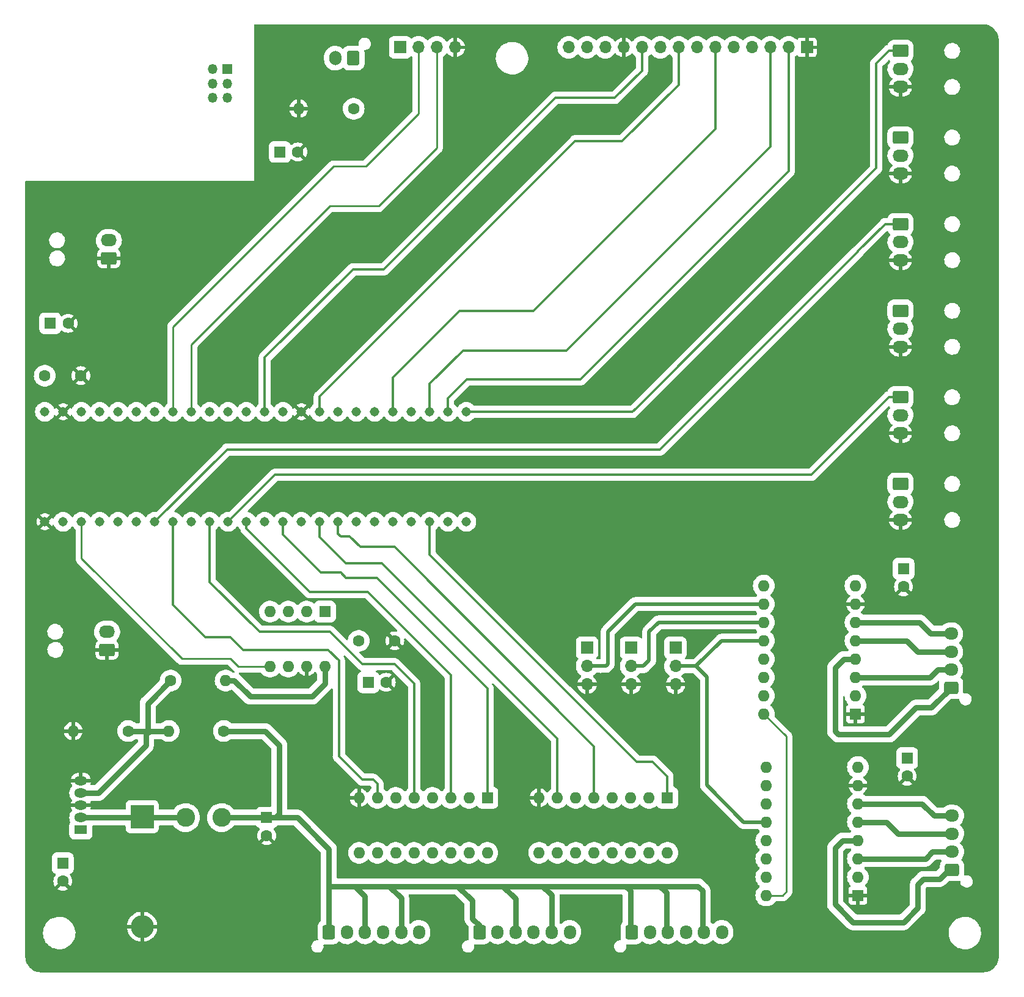
<source format=gbr>
%TF.GenerationSoftware,KiCad,Pcbnew,(7.0.0)*%
%TF.CreationDate,2023-12-07T21:26:55-05:00*%
%TF.ProjectId,PayloadPcbRev2,5061796c-6f61-4645-9063-62526576322e,rev?*%
%TF.SameCoordinates,Original*%
%TF.FileFunction,Copper,L4,Bot*%
%TF.FilePolarity,Positive*%
%FSLAX46Y46*%
G04 Gerber Fmt 4.6, Leading zero omitted, Abs format (unit mm)*
G04 Created by KiCad (PCBNEW (7.0.0)) date 2023-12-07 21:26:55*
%MOMM*%
%LPD*%
G01*
G04 APERTURE LIST*
G04 Aperture macros list*
%AMRoundRect*
0 Rectangle with rounded corners*
0 $1 Rounding radius*
0 $2 $3 $4 $5 $6 $7 $8 $9 X,Y pos of 4 corners*
0 Add a 4 corners polygon primitive as box body*
4,1,4,$2,$3,$4,$5,$6,$7,$8,$9,$2,$3,0*
0 Add four circle primitives for the rounded corners*
1,1,$1+$1,$2,$3*
1,1,$1+$1,$4,$5*
1,1,$1+$1,$6,$7*
1,1,$1+$1,$8,$9*
0 Add four rect primitives between the rounded corners*
20,1,$1+$1,$2,$3,$4,$5,0*
20,1,$1+$1,$4,$5,$6,$7,0*
20,1,$1+$1,$6,$7,$8,$9,0*
20,1,$1+$1,$8,$9,$2,$3,0*%
G04 Aperture macros list end*
%TA.AperFunction,ComponentPad*%
%ADD10RoundRect,0.250000X-0.850000X-0.600000X0.850000X-0.600000X0.850000X0.600000X-0.850000X0.600000X0*%
%TD*%
%TA.AperFunction,ComponentPad*%
%ADD11O,2.200000X1.700000*%
%TD*%
%TA.AperFunction,ComponentPad*%
%ADD12R,1.700000X1.700000*%
%TD*%
%TA.AperFunction,ComponentPad*%
%ADD13O,1.700000X1.700000*%
%TD*%
%TA.AperFunction,ComponentPad*%
%ADD14R,1.600000X1.600000*%
%TD*%
%TA.AperFunction,ComponentPad*%
%ADD15C,1.600000*%
%TD*%
%TA.AperFunction,ComponentPad*%
%ADD16RoundRect,0.250000X0.850000X0.600000X-0.850000X0.600000X-0.850000X-0.600000X0.850000X-0.600000X0*%
%TD*%
%TA.AperFunction,ComponentPad*%
%ADD17O,1.600000X1.600000*%
%TD*%
%TA.AperFunction,ComponentPad*%
%ADD18R,1.800000X1.275000*%
%TD*%
%TA.AperFunction,ComponentPad*%
%ADD19O,1.800000X1.275000*%
%TD*%
%TA.AperFunction,ComponentPad*%
%ADD20O,1.800000X1.300000*%
%TD*%
%TA.AperFunction,ComponentPad*%
%ADD21RoundRect,0.250000X-0.600000X-0.725000X0.600000X-0.725000X0.600000X0.725000X-0.600000X0.725000X0*%
%TD*%
%TA.AperFunction,ComponentPad*%
%ADD22O,1.700000X1.950000*%
%TD*%
%TA.AperFunction,ComponentPad*%
%ADD23RoundRect,0.250000X0.725000X-0.600000X0.725000X0.600000X-0.725000X0.600000X-0.725000X-0.600000X0*%
%TD*%
%TA.AperFunction,ComponentPad*%
%ADD24O,1.950000X1.700000*%
%TD*%
%TA.AperFunction,ComponentPad*%
%ADD25R,3.200000X3.200000*%
%TD*%
%TA.AperFunction,ComponentPad*%
%ADD26O,3.200000X3.200000*%
%TD*%
%TA.AperFunction,ComponentPad*%
%ADD27C,2.600000*%
%TD*%
%TA.AperFunction,ComponentPad*%
%ADD28RoundRect,0.250000X0.600000X0.750000X-0.600000X0.750000X-0.600000X-0.750000X0.600000X-0.750000X0*%
%TD*%
%TA.AperFunction,ComponentPad*%
%ADD29O,1.700000X2.000000*%
%TD*%
%TA.AperFunction,ComponentPad*%
%ADD30C,1.308000*%
%TD*%
%TA.AperFunction,ComponentPad*%
%ADD31R,1.350000X1.350000*%
%TD*%
%TA.AperFunction,ComponentPad*%
%ADD32O,1.350000X1.350000*%
%TD*%
%TA.AperFunction,Conductor*%
%ADD33C,0.800000*%
%TD*%
%TA.AperFunction,Conductor*%
%ADD34C,0.500000*%
%TD*%
%TA.AperFunction,Conductor*%
%ADD35C,0.250000*%
%TD*%
%TA.AperFunction,Conductor*%
%ADD36C,0.300000*%
%TD*%
G04 APERTURE END LIST*
D10*
%TO.P,M1,1,PWM*%
%TO.N,/Motors/Servo A1 PWM*%
X183070000Y-29000000D03*
D11*
%TO.P,M1,2,+*%
%TO.N,+5V*%
X183069999Y-31499999D03*
%TO.P,M1,3,-*%
%TO.N,GND*%
X183069999Y-33999999D03*
%TD*%
D12*
%TO.P,J5,1,Pin_1*%
%TO.N,+5V*%
X145749999Y-111724999D03*
D13*
%TO.P,J5,2,Pin_2*%
%TO.N,M1*%
X145749999Y-114264999D03*
%TO.P,J5,3,Pin_3*%
%TO.N,GND*%
X145749999Y-116804999D03*
%TD*%
D14*
%TO.P,C7,1*%
%TO.N,+12V*%
X183999999Y-126999999D03*
D15*
%TO.P,C7,2*%
%TO.N,GND*%
X184000000Y-129500000D03*
%TD*%
D14*
%TO.P,C5,1*%
%TO.N,+12V*%
X66999999Y-141567620D03*
D15*
%TO.P,C5,2*%
%TO.N,GND*%
X67000000Y-144067621D03*
%TD*%
D16*
%TO.P,J9,1,Pin_1*%
%TO.N,GND*%
X73140000Y-112000000D03*
D11*
%TO.P,J9,2,Pin_2*%
%TO.N,+12V*%
X73139999Y-109499999D03*
%TD*%
D14*
%TO.P,A2,1,GND*%
%TO.N,GND*%
X176839999Y-120889999D03*
D17*
%TO.P,A2,2,~{FLT}*%
%TO.N,unconnected-(A2-~{FLT}-Pad2)*%
X176839999Y-118349999D03*
%TO.P,A2,3,A2*%
%TO.N,Step2_A2*%
X176839999Y-115809999D03*
%TO.P,A2,4,A1*%
%TO.N,Step2_A1*%
X176839999Y-113269999D03*
%TO.P,A2,5,B1*%
%TO.N,Step2_B1*%
X176839999Y-110729999D03*
%TO.P,A2,6,B2*%
%TO.N,Step2_B2*%
X176839999Y-108189999D03*
%TO.P,A2,7,GND_MOT*%
%TO.N,GND*%
X176839999Y-105649999D03*
%TO.P,A2,8,VMOT*%
%TO.N,+12V*%
X176839999Y-103109999D03*
%TO.P,A2,9,~{EN}*%
%TO.N,unconnected-(A2-~{EN}-Pad9)*%
X164139999Y-103109999D03*
%TO.P,A2,10,M0*%
%TO.N,M0*%
X164139999Y-105649999D03*
%TO.P,A2,11,M1*%
%TO.N,M1*%
X164139999Y-108189999D03*
%TO.P,A2,12,M2*%
%TO.N,M2*%
X164139999Y-110729999D03*
%TO.P,A2,13,~{RST}*%
%TO.N,+5V*%
X164139999Y-113269999D03*
%TO.P,A2,14,~{SLP}*%
X164139999Y-115809999D03*
%TO.P,A2,15,STEP*%
%TO.N,/Motors/Step*%
X164139999Y-118349999D03*
%TO.P,A2,16,DIR*%
%TO.N,/Motors/Dir*%
X164139999Y-120889999D03*
%TD*%
D14*
%TO.P,U5,1,I1*%
%TO.N,/Lights Control/L4*%
X125829999Y-132499999D03*
D17*
%TO.P,U5,2,I2*%
%TO.N,unconnected-(U5-I2-Pad2)*%
X123289999Y-132499999D03*
%TO.P,U5,3,I3*%
%TO.N,/Lights Control/L3*%
X120749999Y-132499999D03*
%TO.P,U5,4,I4*%
%TO.N,unconnected-(U5-I4-Pad4)*%
X118209999Y-132499999D03*
%TO.P,U5,5,I5*%
%TO.N,/Lights Control/L2*%
X115669999Y-132499999D03*
%TO.P,U5,6,I6*%
%TO.N,unconnected-(U5-I6-Pad6)*%
X113129999Y-132499999D03*
%TO.P,U5,7,I7*%
%TO.N,/Lights Control/L1*%
X110589999Y-132499999D03*
%TO.P,U5,8,GND*%
%TO.N,GND*%
X108049999Y-132499999D03*
%TO.P,U5,9,COM*%
%TO.N,unconnected-(U5-COM-Pad9)*%
X108049999Y-140119999D03*
%TO.P,U5,10,O7*%
%TO.N,L1_GND*%
X110589999Y-140119999D03*
%TO.P,U5,11,O6*%
%TO.N,unconnected-(U5-O6-Pad11)*%
X113129999Y-140119999D03*
%TO.P,U5,12,O5*%
%TO.N,L2_GND*%
X115669999Y-140119999D03*
%TO.P,U5,13,O4*%
%TO.N,unconnected-(U5-O4-Pad13)*%
X118209999Y-140119999D03*
%TO.P,U5,14,O3*%
%TO.N,L3_GND*%
X120749999Y-140119999D03*
%TO.P,U5,15,O2*%
%TO.N,unconnected-(U5-O2-Pad15)*%
X123289999Y-140119999D03*
%TO.P,U5,16,O1*%
%TO.N,L4_GND*%
X125829999Y-140119999D03*
%TD*%
D18*
%TO.P,U4,1,VIN*%
%TO.N,+12V*%
X69499999Y-136949999D03*
D19*
%TO.P,U4,2,OUT*%
%TO.N,/Lights Control/LM2576_Out*%
X69499999Y-135249999D03*
D20*
%TO.P,U4,3,GND*%
%TO.N,GND*%
X69499999Y-133549999D03*
D19*
%TO.P,U4,4,FB*%
%TO.N,/Lights Control/FB*%
X69499999Y-131849999D03*
%TO.P,U4,5,~{ON}/OFF*%
%TO.N,GND*%
X69499999Y-130149999D03*
%TD*%
D15*
%TO.P,R4,1*%
%TO.N,/Sensors and Connectors/V_Thermo*%
X107310000Y-37000000D03*
D17*
%TO.P,R4,2*%
%TO.N,GND*%
X99689999Y-36999999D03*
%TD*%
D16*
%TO.P,J10,1,Pin_1*%
%TO.N,GND*%
X73390000Y-57750000D03*
D11*
%TO.P,J10,2,Pin_2*%
%TO.N,+5V*%
X73389999Y-55249999D03*
%TD*%
D15*
%TO.P,R2,1*%
%TO.N,Light_PWR*%
X89310000Y-123250000D03*
D17*
%TO.P,R2,2*%
%TO.N,/Lights Control/FB*%
X81689999Y-123249999D03*
%TD*%
D10*
%TO.P,M6,1,PWM*%
%TO.N,/Motors/Servo S3 PWM*%
X183070000Y-89000000D03*
D11*
%TO.P,M6,2,+*%
%TO.N,+5V*%
X183069999Y-91499999D03*
%TO.P,M6,3,-*%
%TO.N,GND*%
X183069999Y-93999999D03*
%TD*%
D12*
%TO.P,J11,1,Pin_1*%
%TO.N,GND*%
X170109999Y-28499999D03*
D13*
%TO.P,J11,2,Pin_2*%
%TO.N,/Sensors and Connectors/GPIO34*%
X167569999Y-28499999D03*
%TO.P,J11,3,Pin_3*%
%TO.N,/Sensors and Connectors/GPIO35*%
X165029999Y-28499999D03*
%TO.P,J11,4,Pin_4*%
%TO.N,+5V*%
X162489999Y-28499999D03*
%TO.P,J11,5,Pin_5*%
%TO.N,/Sensors and Connectors/GPIO36*%
X159949999Y-28499999D03*
%TO.P,J11,6,Pin_6*%
%TO.N,/Sensors and Connectors/GPIO37*%
X157409999Y-28499999D03*
%TO.P,J11,7,Pin_7*%
%TO.N,/Sensors and Connectors/GPIO38*%
X154869999Y-28499999D03*
%TO.P,J11,8,Pin_8*%
%TO.N,/Sensors and Connectors/GPIO41*%
X152329999Y-28499999D03*
%TO.P,J11,9,Pin_9*%
%TO.N,/Sensors and Connectors/GPIO13*%
X149789999Y-28499999D03*
%TO.P,J11,10,Pin_10*%
%TO.N,/Sensors and Connectors/GPIO14*%
X147249999Y-28499999D03*
%TO.P,J11,11,Pin_11*%
%TO.N,GND*%
X144709999Y-28499999D03*
%TO.P,J11,12,Pin_12*%
%TO.N,/Sensors and Connectors/GPIO16*%
X142169999Y-28499999D03*
%TO.P,J11,13,Pin_13*%
%TO.N,/Sensors and Connectors/GPIO17*%
X139629999Y-28499999D03*
%TO.P,J11,14,Pin_14*%
%TO.N,+5V*%
X137089999Y-28499999D03*
%TD*%
D15*
%TO.P,R3,1*%
%TO.N,/Lights Control/FB*%
X81940000Y-116250000D03*
D17*
%TO.P,R3,2*%
%TO.N,Vctrl*%
X89559999Y-116249999D03*
%TD*%
%TO.P,U6,16,O1*%
%TO.N,L9_GND*%
X150779999Y-140119999D03*
%TO.P,U6,15,O2*%
%TO.N,L8_GND*%
X148239999Y-140119999D03*
%TO.P,U6,14,O3*%
%TO.N,unconnected-(U6-O3-Pad14)*%
X145699999Y-140119999D03*
%TO.P,U6,13,O4*%
%TO.N,L7_GND*%
X143159999Y-140119999D03*
%TO.P,U6,12,O5*%
%TO.N,L6_GND*%
X140619999Y-140119999D03*
%TO.P,U6,11,O6*%
%TO.N,unconnected-(U6-O6-Pad11)*%
X138079999Y-140119999D03*
%TO.P,U6,10,O7*%
%TO.N,L5_GND*%
X135539999Y-140119999D03*
%TO.P,U6,9,COM*%
%TO.N,unconnected-(U6-COM-Pad9)*%
X132999999Y-140119999D03*
%TO.P,U6,8,GND*%
%TO.N,GND*%
X132999999Y-132499999D03*
%TO.P,U6,7,I7*%
%TO.N,/Lights Control/L5*%
X135539999Y-132499999D03*
%TO.P,U6,6,I6*%
%TO.N,unconnected-(U6-I6-Pad6)*%
X138079999Y-132499999D03*
%TO.P,U6,5,I5*%
%TO.N,/Lights Control/L6*%
X140619999Y-132499999D03*
%TO.P,U6,4,I4*%
%TO.N,/Lights Control/L7*%
X143159999Y-132499999D03*
%TO.P,U6,3,I3*%
%TO.N,unconnected-(U6-I3-Pad3)*%
X145699999Y-132499999D03*
%TO.P,U6,2,I2*%
%TO.N,/Lights Control/L8*%
X148239999Y-132499999D03*
D14*
%TO.P,U6,1,I1*%
%TO.N,/Lights Control/L9*%
X150779999Y-132499999D03*
%TD*%
D12*
%TO.P,J4,1,Pin_1*%
%TO.N,+5V*%
X139649999Y-111699999D03*
D13*
%TO.P,J4,2,Pin_2*%
%TO.N,M0*%
X139649999Y-114239999D03*
%TO.P,J4,3,Pin_3*%
%TO.N,GND*%
X139649999Y-116779999D03*
%TD*%
D15*
%TO.P,C4,1*%
%TO.N,+5V*%
X108000000Y-110750000D03*
%TO.P,C4,2*%
%TO.N,GND*%
X113000000Y-110750000D03*
%TD*%
D21*
%TO.P,J1,1,Pin_1*%
%TO.N,Light_PWR*%
X103880000Y-151120000D03*
D22*
%TO.P,J1,2,Pin_2*%
%TO.N,L1_GND*%
X106379999Y-151119999D03*
%TO.P,J1,3,Pin_3*%
%TO.N,Light_PWR*%
X108879999Y-151119999D03*
%TO.P,J1,4,Pin_4*%
%TO.N,L2_GND*%
X111379999Y-151119999D03*
%TO.P,J1,5,Pin_5*%
%TO.N,Light_PWR*%
X113879999Y-151119999D03*
%TO.P,J1,6,Pin_6*%
%TO.N,L3_GND*%
X116379999Y-151119999D03*
%TD*%
D15*
%TO.P,R1,1*%
%TO.N,/Lights Control/FB*%
X76060000Y-123250000D03*
D17*
%TO.P,R1,2*%
%TO.N,GND*%
X68439999Y-123249999D03*
%TD*%
D14*
%TO.P,C1,1*%
%TO.N,+5V*%
X65249999Y-66749999D03*
D15*
%TO.P,C1,2*%
%TO.N,GND*%
X67750000Y-66750000D03*
%TD*%
D10*
%TO.P,M2,1,PWM*%
%TO.N,/Motors/Servo A2 PWM*%
X183070000Y-41000000D03*
D11*
%TO.P,M2,2,+*%
%TO.N,+5V*%
X183069999Y-43499999D03*
%TO.P,M2,3,-*%
%TO.N,GND*%
X183069999Y-45999999D03*
%TD*%
D23*
%TO.P,J7,1,Pin_1*%
%TO.N,Step1_A1*%
X190225000Y-142500000D03*
D24*
%TO.P,J7,2,Pin_2*%
%TO.N,Step1_A2*%
X190224999Y-139999999D03*
%TO.P,J7,3,Pin_3*%
%TO.N,Step1_B1*%
X190224999Y-137499999D03*
%TO.P,J7,4,Pin_4*%
%TO.N,Step1_B2*%
X190224999Y-134999999D03*
%TD*%
D14*
%TO.P,C3,1*%
%TO.N,+5V*%
X109317620Y-116499999D03*
D15*
%TO.P,C3,2*%
%TO.N,GND*%
X111817621Y-116500000D03*
%TD*%
D14*
%TO.P,C6,1*%
%TO.N,Light_PWR*%
X95249999Y-135249999D03*
D15*
%TO.P,C6,2*%
%TO.N,GND*%
X95250000Y-137750000D03*
%TD*%
D25*
%TO.P,D1,1,K*%
%TO.N,/Lights Control/LM2576_Out*%
X77999999Y-135129999D03*
D26*
%TO.P,D1,2,A*%
%TO.N,GND*%
X77999999Y-150369999D03*
%TD*%
D21*
%TO.P,J3,1,Pin_1*%
%TO.N,Light_PWR*%
X145850000Y-151120000D03*
D22*
%TO.P,J3,2,Pin_2*%
%TO.N,L7_GND*%
X148349999Y-151119999D03*
%TO.P,J3,3,Pin_3*%
%TO.N,Light_PWR*%
X150849999Y-151119999D03*
%TO.P,J3,4,Pin_4*%
%TO.N,L8_GND*%
X153349999Y-151119999D03*
%TO.P,J3,5,Pin_5*%
%TO.N,Light_PWR*%
X155849999Y-151119999D03*
%TO.P,J3,6,Pin_6*%
%TO.N,L9_GND*%
X158349999Y-151119999D03*
%TD*%
D10*
%TO.P,M3,1,PWM*%
%TO.N,/Motors/Servo A3 PWM*%
X183070000Y-53000000D03*
D11*
%TO.P,M3,2,+*%
%TO.N,+5V*%
X183069999Y-55499999D03*
%TO.P,M3,3,-*%
%TO.N,GND*%
X183069999Y-57999999D03*
%TD*%
D10*
%TO.P,M4,1,PWM*%
%TO.N,/Motors/Servo S1 PWM*%
X183070000Y-65000000D03*
D11*
%TO.P,M4,2,+*%
%TO.N,+5V*%
X183069999Y-67499999D03*
%TO.P,M4,3,-*%
%TO.N,GND*%
X183069999Y-69999999D03*
%TD*%
D14*
%TO.P,A1,1,GND*%
%TO.N,GND*%
X177179999Y-146029999D03*
D17*
%TO.P,A1,2,~{FLT}*%
%TO.N,unconnected-(A1-~{FLT}-Pad2)*%
X177179999Y-143489999D03*
%TO.P,A1,3,A2*%
%TO.N,Step1_A2*%
X177179999Y-140949999D03*
%TO.P,A1,4,A1*%
%TO.N,Step1_A1*%
X177179999Y-138409999D03*
%TO.P,A1,5,B1*%
%TO.N,Step1_B1*%
X177179999Y-135869999D03*
%TO.P,A1,6,B2*%
%TO.N,Step1_B2*%
X177179999Y-133329999D03*
%TO.P,A1,7,GND_MOT*%
%TO.N,GND*%
X177179999Y-130789999D03*
%TO.P,A1,8,VMOT*%
%TO.N,+12V*%
X177179999Y-128249999D03*
%TO.P,A1,9,~{EN}*%
%TO.N,unconnected-(A1-~{EN}-Pad9)*%
X164479999Y-128249999D03*
%TO.P,A1,10,M0*%
%TO.N,M0*%
X164479999Y-130789999D03*
%TO.P,A1,11,M1*%
%TO.N,M1*%
X164479999Y-133329999D03*
%TO.P,A1,12,M2*%
%TO.N,M2*%
X164479999Y-135869999D03*
%TO.P,A1,13,~{RST}*%
%TO.N,+5V*%
X164479999Y-138409999D03*
%TO.P,A1,14,~{SLP}*%
X164479999Y-140949999D03*
%TO.P,A1,15,STEP*%
%TO.N,/Motors/Step*%
X164479999Y-143489999D03*
%TO.P,A1,16,DIR*%
%TO.N,/Motors/Dir*%
X164479999Y-146029999D03*
%TD*%
D23*
%TO.P,J8,1,Pin_1*%
%TO.N,Step2_A1*%
X190090000Y-117250000D03*
D24*
%TO.P,J8,2,Pin_2*%
%TO.N,Step2_A2*%
X190089999Y-114749999D03*
%TO.P,J8,3,Pin_3*%
%TO.N,Step2_B1*%
X190089999Y-112249999D03*
%TO.P,J8,4,Pin_4*%
%TO.N,Step2_B2*%
X190089999Y-109749999D03*
%TD*%
D12*
%TO.P,U7,1,Vin*%
%TO.N,+5V*%
X113749999Y-28499999D03*
D13*
%TO.P,U7,3,GND*%
%TO.N,GND*%
X121369999Y-28499999D03*
%TO.P,U7,4,SCK/SCL*%
%TO.N,/Sensors and Connectors/BME_SCL*%
X116289999Y-28499999D03*
%TO.P,U7,6,SDI/SDA*%
%TO.N,/Sensors and Connectors/BME_SDA*%
X118829999Y-28499999D03*
%TD*%
D15*
%TO.P,C2,1*%
%TO.N,+5V*%
X64500000Y-74000000D03*
%TO.P,C2,2*%
%TO.N,GND*%
X69500000Y-74000000D03*
%TD*%
D27*
%TO.P,L1,1,1*%
%TO.N,/Lights Control/LM2576_Out*%
X84000000Y-135250000D03*
%TO.P,L1,2,2*%
%TO.N,Light_PWR*%
X89000000Y-135250000D03*
%TD*%
D14*
%TO.P,C9,1*%
%TO.N,/Sensors and Connectors/3V3*%
X97067620Y-42999999D03*
D15*
%TO.P,C9,2*%
%TO.N,GND*%
X99567621Y-43000000D03*
%TD*%
D12*
%TO.P,J6,1,Pin_1*%
%TO.N,+5V*%
X151899999Y-111724999D03*
D13*
%TO.P,J6,2,Pin_2*%
%TO.N,M2*%
X151899999Y-114264999D03*
%TO.P,J6,3,Pin_3*%
%TO.N,GND*%
X151899999Y-116804999D03*
%TD*%
D28*
%TO.P,TH1,1*%
%TO.N,/Sensors and Connectors/V_Thermo*%
X107250000Y-30000000D03*
D29*
%TO.P,TH1,2*%
%TO.N,/Sensors and Connectors/3V3*%
X104749999Y-29999999D03*
%TD*%
D21*
%TO.P,J2,1,Pin_1*%
%TO.N,Light_PWR*%
X124750000Y-151120000D03*
D22*
%TO.P,J2,2,Pin_2*%
%TO.N,L4_GND*%
X127249999Y-151119999D03*
%TO.P,J2,3,Pin_3*%
%TO.N,Light_PWR*%
X129749999Y-151119999D03*
%TO.P,J2,4,Pin_4*%
%TO.N,L5_GND*%
X132249999Y-151119999D03*
%TO.P,J2,5,Pin_5*%
%TO.N,Light_PWR*%
X134749999Y-151119999D03*
%TO.P,J2,6,Pin_6*%
%TO.N,L6_GND*%
X137249999Y-151119999D03*
%TD*%
D14*
%TO.P,C8,1*%
%TO.N,+12V*%
X183499999Y-100749999D03*
D15*
%TO.P,C8,2*%
%TO.N,GND*%
X183500000Y-103250000D03*
%TD*%
D10*
%TO.P,M5,1,PWM*%
%TO.N,/Motors/Servo S2 PWM*%
X183070000Y-77000000D03*
D11*
%TO.P,M5,2,+*%
%TO.N,+5V*%
X183069999Y-79499999D03*
%TO.P,M5,3,-*%
%TO.N,GND*%
X183069999Y-81999999D03*
%TD*%
D30*
%TO.P,U1,0,GPIO0*%
%TO.N,/Lights Control/DAC_CS*%
X67050000Y-94250000D03*
%TO.P,U1,1,GPIO1*%
%TO.N,/Lights Control/LDAC*%
X69590000Y-94250000D03*
%TO.P,U1,2,GPIO2*%
%TO.N,unconnected-(U1-GPIO2-Pad2)*%
X72130000Y-94250000D03*
%TO.P,U1,3,GPIO3*%
%TO.N,unconnected-(U1-GPIO3-Pad3)*%
X74670000Y-94250000D03*
%TO.P,U1,3.3V_1,3.3V*%
%TO.N,unconnected-(U1-3.3V-Pad3.3V_1)*%
X100070000Y-94250000D03*
%TO.P,U1,3.3V_2,3.3V__1*%
%TO.N,/Sensors and Connectors/3V3*%
X69590000Y-79010000D03*
%TO.P,U1,4,GPIO4*%
%TO.N,/Motors/Servo A2 PWM*%
X77210000Y-94250000D03*
%TO.P,U1,5,GPIO5*%
%TO.N,/Motors/Servo A3 PWM*%
X79750000Y-94250000D03*
%TO.P,U1,6,GPIO6*%
%TO.N,/Lights Control/L1*%
X82290000Y-94250000D03*
%TO.P,U1,7,GPIO7*%
%TO.N,/Motors/Servo S1 PWM*%
X84830000Y-94250000D03*
%TO.P,U1,8,GPIO8*%
%TO.N,/Lights Control/L2*%
X87370000Y-94250000D03*
%TO.P,U1,9,GPIO9*%
%TO.N,/Motors/Servo S2 PWM*%
X89910000Y-94250000D03*
%TO.P,U1,10,GPIO10*%
%TO.N,/Lights Control/L3*%
X92450000Y-94250000D03*
%TO.P,U1,11,GPIO11*%
%TO.N,/Motors/Servo S3 PWM*%
X94990000Y-94250000D03*
%TO.P,U1,12,GPIO12*%
%TO.N,/Lights Control/L4*%
X97530000Y-94250000D03*
%TO.P,U1,13,GPIO13*%
%TO.N,/Sensors and Connectors/GPIO13*%
X97530000Y-79010000D03*
%TO.P,U1,14,A0/GPIO14*%
%TO.N,/Sensors and Connectors/GPIO14*%
X94990000Y-79010000D03*
%TO.P,U1,15,A1/GPIO15*%
%TO.N,unconnected-(U1-A1{slash}GPIO15-Pad15)*%
X92450000Y-79010000D03*
%TO.P,U1,16,A2/GPIO16*%
%TO.N,/Sensors and Connectors/GPIO16*%
X89910000Y-79010000D03*
%TO.P,U1,17,A3/GPIO17*%
%TO.N,/Sensors and Connectors/GPIO17*%
X87370000Y-79010000D03*
%TO.P,U1,18,A4/GPIO18*%
%TO.N,/Sensors and Connectors/BME_SDA*%
X84830000Y-79010000D03*
%TO.P,U1,19,A5/GPIO19*%
%TO.N,/Sensors and Connectors/BME_SCL*%
X82290000Y-79010000D03*
%TO.P,U1,20,A6/GPIO20*%
%TO.N,unconnected-(U1-A6{slash}GPIO20-Pad20)*%
X79750000Y-79010000D03*
%TO.P,U1,21,A7/GPIO21*%
%TO.N,unconnected-(U1-A7{slash}GPIO21-Pad21)*%
X77210000Y-79010000D03*
%TO.P,U1,22,A8/GPIO22*%
%TO.N,/Sensors and Connectors/V_Thermo*%
X74670000Y-79010000D03*
%TO.P,U1,23,A9/GPIO23*%
%TO.N,unconnected-(U1-A9{slash}GPIO23-Pad23)*%
X72130000Y-79010000D03*
%TO.P,U1,24,A10/GPIO24*%
%TO.N,/Lights Control/L5*%
X102610000Y-94250000D03*
%TO.P,U1,25,A11/GPIO25*%
%TO.N,/Lights Control/L6*%
X105150000Y-94250000D03*
%TO.P,U1,26,A12/GPIO26*%
%TO.N,/Lights Control/DAC_MOSI*%
X107690000Y-94250000D03*
%TO.P,U1,27,A13/GPIO27*%
%TO.N,/Lights Control/DAC_SCK*%
X110230000Y-94250000D03*
%TO.P,U1,28,GPIO28*%
%TO.N,/Lights Control/L7*%
X112770000Y-94250000D03*
%TO.P,U1,29,GPIO29*%
%TO.N,/Lights Control/L8*%
X115310000Y-94250000D03*
%TO.P,U1,30,GPIO30*%
%TO.N,/Lights Control/L9*%
X117850000Y-94250000D03*
%TO.P,U1,31,GPIO31*%
%TO.N,/Motors/Dir*%
X120390000Y-94250000D03*
%TO.P,U1,32,GPIO32*%
%TO.N,/Motors/Step*%
X122930000Y-94250000D03*
%TO.P,U1,33,GPIO33*%
%TO.N,/Motors/Servo A1 PWM*%
X122930000Y-79010000D03*
%TO.P,U1,34,GPIO34*%
%TO.N,/Sensors and Connectors/GPIO34*%
X120390000Y-79010000D03*
%TO.P,U1,35,GPIO35*%
%TO.N,/Sensors and Connectors/GPIO35*%
X117850000Y-79010000D03*
%TO.P,U1,36,GPIO36*%
%TO.N,/Sensors and Connectors/GPIO36*%
X115310000Y-79010000D03*
%TO.P,U1,37,GPIO37*%
%TO.N,/Sensors and Connectors/GPIO37*%
X112770000Y-79010000D03*
%TO.P,U1,38,A14/GPIO38*%
%TO.N,/Sensors and Connectors/GPIO38*%
X110230000Y-79010000D03*
%TO.P,U1,39,A15/GPIO39*%
%TO.N,unconnected-(U1-A15{slash}GPIO39-Pad39)*%
X107690000Y-79010000D03*
%TO.P,U1,40,A16/GPIO40*%
%TO.N,unconnected-(U1-A16{slash}GPIO40-Pad40)*%
X105150000Y-79010000D03*
%TO.P,U1,41,A17/GPIO41*%
%TO.N,/Sensors and Connectors/GPIO41*%
X102610000Y-79010000D03*
%TO.P,U1,GND1,GND*%
%TO.N,GND*%
X64510000Y-94250000D03*
%TO.P,U1,GND2,GND*%
X100070000Y-79010000D03*
%TO.P,U1,GND3,GND*%
X67050000Y-79010000D03*
%TO.P,U1,VIN,VIN*%
%TO.N,+5V*%
X64510000Y-79010000D03*
%TD*%
D14*
%TO.P,U3,1,VDD*%
%TO.N,+5V*%
X103329999Y-106699999D03*
D17*
%TO.P,U3,2,~{CS}*%
%TO.N,/Lights Control/DAC_CS*%
X100789999Y-106699999D03*
%TO.P,U3,3,SCK*%
%TO.N,/Lights Control/DAC_SCK*%
X98249999Y-106699999D03*
%TO.P,U3,4,SDI*%
%TO.N,/Lights Control/DAC_MOSI*%
X95709999Y-106699999D03*
%TO.P,U3,5,~{LDAC}*%
%TO.N,/Lights Control/LDAC*%
X95709999Y-114319999D03*
%TO.P,U3,6,VrefA*%
%TO.N,+5V*%
X98249999Y-114319999D03*
%TO.P,U3,7,AVSS*%
%TO.N,GND*%
X100789999Y-114319999D03*
%TO.P,U3,8,VoutA*%
%TO.N,Vctrl*%
X103329999Y-114319999D03*
%TD*%
D31*
%TO.P,U2,1*%
%TO.N,N/C*%
X89749999Y-31499999D03*
D32*
%TO.P,U2,2*%
X87749999Y-31499999D03*
%TO.P,U2,3*%
X89749999Y-33499999D03*
%TO.P,U2,4*%
X87749999Y-33499999D03*
%TO.P,U2,5*%
X89749999Y-35499999D03*
%TO.P,U2,6*%
X87749999Y-35499999D03*
%TD*%
D33*
%TO.N,Step1_A2*%
X186550000Y-140950000D02*
X187500000Y-140000000D01*
X187500000Y-140000000D02*
X190225000Y-140000000D01*
X177180000Y-140950000D02*
X186550000Y-140950000D01*
%TO.N,Step1_A1*%
X174000000Y-147250000D02*
X176500000Y-149750000D01*
X185500000Y-144500000D02*
X186250000Y-143750000D01*
X177180000Y-138410000D02*
X175090000Y-138410000D01*
X174000000Y-139500000D02*
X174000000Y-147250000D01*
X185500000Y-147750000D02*
X185500000Y-144500000D01*
X175090000Y-138410000D02*
X174000000Y-139500000D01*
X188500000Y-143750000D02*
X189750000Y-142500000D01*
X176500000Y-149750000D02*
X183500000Y-149750000D01*
X183500000Y-149750000D02*
X185500000Y-147750000D01*
X186250000Y-143750000D02*
X188500000Y-143750000D01*
X189750000Y-142500000D02*
X190225000Y-142500000D01*
%TO.N,Step1_B1*%
X181120000Y-135870000D02*
X177180000Y-135870000D01*
X182750000Y-137500000D02*
X181120000Y-135870000D01*
X190225000Y-137500000D02*
X182750000Y-137500000D01*
%TO.N,Step1_B2*%
X177180000Y-133330000D02*
X186080000Y-133330000D01*
X186080000Y-133330000D02*
X187750000Y-135000000D01*
X187750000Y-135000000D02*
X190225000Y-135000000D01*
D34*
%TO.N,M0*%
X146350000Y-105650000D02*
X142500000Y-109500000D01*
X142500000Y-109500000D02*
X142500000Y-114000000D01*
X142260000Y-114240000D02*
X141510000Y-114240000D01*
X141510000Y-114240000D02*
X139650000Y-114240000D01*
X141520000Y-114250000D02*
X141510000Y-114240000D01*
X142500000Y-114000000D02*
X142260000Y-114240000D01*
X142250000Y-114250000D02*
X141520000Y-114250000D01*
X164140000Y-105650000D02*
X146350000Y-105650000D01*
%TO.N,M1*%
X148250000Y-113500000D02*
X147485000Y-114265000D01*
X164140000Y-108190000D02*
X149560000Y-108190000D01*
X147485000Y-114265000D02*
X145750000Y-114265000D01*
X148250000Y-109500000D02*
X148250000Y-113500000D01*
X149560000Y-108190000D02*
X148250000Y-109500000D01*
%TO.N,M2*%
X161370000Y-135870000D02*
X156250000Y-130750000D01*
X156250000Y-115750000D02*
X154765000Y-114265000D01*
X158300000Y-110730000D02*
X154765000Y-114265000D01*
X154235000Y-114265000D02*
X151900000Y-114265000D01*
X164140000Y-110730000D02*
X158300000Y-110730000D01*
X154765000Y-114265000D02*
X154235000Y-114265000D01*
X164480000Y-135870000D02*
X161370000Y-135870000D01*
X156250000Y-130750000D02*
X156250000Y-115750000D01*
D35*
%TO.N,/Motors/Dir*%
X167250000Y-145500000D02*
X167250000Y-124000000D01*
X166720000Y-146030000D02*
X167250000Y-145500000D01*
X167250000Y-124000000D02*
X164140000Y-120890000D01*
X164480000Y-146030000D02*
X166720000Y-146030000D01*
D33*
%TO.N,Step2_A2*%
X176840000Y-115810000D02*
X187190000Y-115810000D01*
X188250000Y-114750000D02*
X190090000Y-114750000D01*
X187190000Y-115810000D02*
X188250000Y-114750000D01*
%TO.N,Step2_A1*%
X174000000Y-114500000D02*
X174000000Y-123250000D01*
X174500000Y-123750000D02*
X181500000Y-123750000D01*
X187340000Y-120000000D02*
X190090000Y-117250000D01*
X175230000Y-113270000D02*
X174000000Y-114500000D01*
X181500000Y-123750000D02*
X185250000Y-120000000D01*
X176840000Y-113270000D02*
X175230000Y-113270000D01*
X174000000Y-123250000D02*
X174500000Y-123750000D01*
X185250000Y-120000000D02*
X187340000Y-120000000D01*
%TO.N,Step2_B1*%
X183980000Y-110730000D02*
X185500000Y-112250000D01*
X185500000Y-112250000D02*
X190090000Y-112250000D01*
X176840000Y-110730000D02*
X183980000Y-110730000D01*
%TO.N,Step2_B2*%
X185690000Y-108190000D02*
X187250000Y-109750000D01*
X187250000Y-109750000D02*
X190090000Y-109750000D01*
X176840000Y-108190000D02*
X185690000Y-108190000D01*
%TO.N,Vctrl*%
X103330000Y-116700000D02*
X103330000Y-114320000D01*
X93000000Y-118500000D02*
X101530000Y-118500000D01*
X101530000Y-118500000D02*
X103330000Y-116700000D01*
X89560000Y-116250000D02*
X90750000Y-116250000D01*
X90750000Y-116250000D02*
X93000000Y-118500000D01*
D36*
%TO.N,/Motors/Servo A1 PWM*%
X181460000Y-29000000D02*
X183070000Y-29000000D01*
X145950000Y-79010000D02*
X146480000Y-78480000D01*
X122930000Y-79010000D02*
X145950000Y-79010000D01*
X146480000Y-78480000D02*
X179710000Y-45250000D01*
X179710000Y-30750000D02*
X181460000Y-29000000D01*
X179710000Y-45250000D02*
X179710000Y-30750000D01*
%TO.N,/Motors/Servo A3 PWM*%
X183070000Y-53000000D02*
X180960000Y-53000000D01*
X177210000Y-56750000D02*
X177210000Y-56790000D01*
X177210000Y-56790000D02*
X149750000Y-84250000D01*
X149750000Y-84250000D02*
X89750000Y-84250000D01*
X180960000Y-53000000D02*
X177210000Y-56750000D01*
X89750000Y-84250000D02*
X79750000Y-94250000D01*
%TO.N,/Motors/Servo S2 PWM*%
X170710000Y-87750000D02*
X96410000Y-87750000D01*
X183070000Y-77000000D02*
X181460000Y-77000000D01*
X181460000Y-77000000D02*
X170710000Y-87750000D01*
X96410000Y-87750000D02*
X89910000Y-94250000D01*
D35*
%TO.N,/Lights Control/LDAC*%
X69590000Y-99340000D02*
X83500000Y-113250000D01*
X90250000Y-113250000D02*
X91320000Y-114320000D01*
X91320000Y-114320000D02*
X95710000Y-114320000D01*
X83500000Y-113250000D02*
X90250000Y-113250000D01*
X69590000Y-94250000D02*
X69590000Y-99340000D01*
%TO.N,/Sensors and Connectors/BME_SCL*%
X82290000Y-67210000D02*
X104500000Y-45000000D01*
X104500000Y-45000000D02*
X109000000Y-45000000D01*
X109000000Y-45000000D02*
X116290000Y-37710000D01*
X116290000Y-37710000D02*
X116290000Y-28500000D01*
X82290000Y-79010000D02*
X82290000Y-67210000D01*
D36*
%TO.N,/Sensors and Connectors/GPIO41*%
X144500000Y-41500000D02*
X152330000Y-33670000D01*
X102610000Y-76890000D02*
X138000000Y-41500000D01*
X152330000Y-33670000D02*
X152330000Y-28500000D01*
X102610000Y-79010000D02*
X102610000Y-76890000D01*
X138000000Y-41500000D02*
X144500000Y-41500000D01*
%TO.N,/Sensors and Connectors/GPIO37*%
X112770000Y-74230000D02*
X122000000Y-65000000D01*
X112770000Y-79010000D02*
X112770000Y-74230000D01*
X122000000Y-65000000D02*
X132250000Y-65000000D01*
X157410000Y-39840000D02*
X157410000Y-28500000D01*
X132250000Y-65000000D02*
X157410000Y-39840000D01*
%TO.N,/Sensors and Connectors/GPIO14*%
X107250000Y-59250000D02*
X111500000Y-59250000D01*
X94990000Y-71510000D02*
X107250000Y-59250000D01*
X94990000Y-79010000D02*
X94990000Y-71510000D01*
X111500000Y-59250000D02*
X135250000Y-35500000D01*
X135250000Y-35500000D02*
X143500000Y-35500000D01*
X143500000Y-35500000D02*
X147250000Y-31750000D01*
X147250000Y-31750000D02*
X147250000Y-28500000D01*
%TO.N,/Sensors and Connectors/GPIO35*%
X165030000Y-42220000D02*
X165030000Y-28500000D01*
X122500000Y-70500000D02*
X136750000Y-70500000D01*
X117850000Y-79010000D02*
X117850000Y-75150000D01*
X136750000Y-70500000D02*
X165030000Y-42220000D01*
X117850000Y-75150000D02*
X122500000Y-70500000D01*
%TO.N,/Sensors and Connectors/GPIO34*%
X167570000Y-45680000D02*
X167570000Y-28500000D01*
X120750000Y-76750000D02*
X123000000Y-74500000D01*
X120390000Y-79010000D02*
X120390000Y-77110000D01*
X120390000Y-77110000D02*
X120750000Y-76750000D01*
X138750000Y-74500000D02*
X167570000Y-45680000D01*
X123000000Y-74500000D02*
X138750000Y-74500000D01*
%TO.N,/Lights Control/L1*%
X105250000Y-126750000D02*
X108500000Y-130000000D01*
X108500000Y-130000000D02*
X110000000Y-130000000D01*
X82290000Y-105790000D02*
X86750000Y-110250000D01*
X110590000Y-130590000D02*
X110590000Y-132500000D01*
X92000000Y-112000000D02*
X103750000Y-112000000D01*
X110000000Y-130000000D02*
X110590000Y-130590000D01*
X82290000Y-94250000D02*
X82290000Y-105790000D01*
X90250000Y-110250000D02*
X92000000Y-112000000D01*
X103750000Y-112000000D02*
X105250000Y-113500000D01*
X86750000Y-110250000D02*
X90250000Y-110250000D01*
X105250000Y-113500000D02*
X105250000Y-126750000D01*
%TO.N,/Lights Control/L2*%
X113000000Y-114000000D02*
X115670000Y-116670000D01*
X115670000Y-116670000D02*
X115670000Y-132500000D01*
X104000000Y-109500000D02*
X108500000Y-114000000D01*
X108500000Y-114000000D02*
X113000000Y-114000000D01*
X94250000Y-109500000D02*
X104000000Y-109500000D01*
X87370000Y-102620000D02*
X94250000Y-109500000D01*
X87370000Y-94250000D02*
X87370000Y-102620000D01*
%TO.N,/Lights Control/L3*%
X92450000Y-94250000D02*
X92450000Y-95200000D01*
X92450000Y-95200000D02*
X101250000Y-104000000D01*
X120750000Y-115500000D02*
X120750000Y-132500000D01*
X101250000Y-104000000D02*
X109250000Y-104000000D01*
X109250000Y-104000000D02*
X120750000Y-115500000D01*
%TO.N,/Lights Control/L4*%
X102750000Y-101250000D02*
X97530000Y-96030000D01*
X97530000Y-96030000D02*
X97530000Y-94250000D01*
X105500000Y-101250000D02*
X102750000Y-101250000D01*
X106250000Y-102000000D02*
X105500000Y-101250000D01*
X125830000Y-132500000D02*
X125830000Y-117330000D01*
X110500000Y-102000000D02*
X106250000Y-102000000D01*
X125830000Y-117330000D02*
X110500000Y-102000000D01*
%TO.N,/Lights Control/L5*%
X106250000Y-100000000D02*
X102610000Y-96360000D01*
X135540000Y-124290000D02*
X111250000Y-100000000D01*
X102610000Y-96360000D02*
X102610000Y-94250000D01*
X135540000Y-132500000D02*
X135540000Y-124290000D01*
X111250000Y-100000000D02*
X106250000Y-100000000D01*
%TO.N,/Lights Control/L6*%
X113000000Y-97750000D02*
X140620000Y-125370000D01*
X106750000Y-96250000D02*
X108250000Y-97750000D01*
X105500000Y-96250000D02*
X106750000Y-96250000D01*
X105150000Y-94250000D02*
X105150000Y-95900000D01*
X140620000Y-125370000D02*
X140620000Y-132500000D01*
X108250000Y-97750000D02*
X113000000Y-97750000D01*
X105150000Y-95900000D02*
X105500000Y-96250000D01*
%TO.N,/Lights Control/L9*%
X117850000Y-98850000D02*
X146500000Y-127500000D01*
X117850000Y-94250000D02*
X117850000Y-98850000D01*
X148750000Y-127500000D02*
X150780000Y-129530000D01*
X150780000Y-129530000D02*
X150780000Y-132500000D01*
X146500000Y-127500000D02*
X148750000Y-127500000D01*
D33*
%TO.N,/Lights Control/FB*%
X69500000Y-131850000D02*
X71900000Y-131850000D01*
X78750000Y-119440000D02*
X78750000Y-123000000D01*
X78500000Y-125250000D02*
X78500000Y-123750000D01*
X71900000Y-131850000D02*
X78500000Y-125250000D01*
X78750000Y-123000000D02*
X79000000Y-123250000D01*
X76060000Y-123250000D02*
X79000000Y-123250000D01*
X78500000Y-123750000D02*
X79000000Y-123250000D01*
X81940000Y-116250000D02*
X78750000Y-119440000D01*
X79000000Y-123250000D02*
X81690000Y-123250000D01*
%TO.N,/Lights Control/LM2576_Out*%
X69500000Y-135250000D02*
X76750000Y-135250000D01*
X76750000Y-135250000D02*
X83500000Y-135250000D01*
%TO.N,Light_PWR*%
X145630000Y-150900000D02*
X145850000Y-151120000D01*
X128000000Y-144750000D02*
X133500000Y-144750000D01*
X96500000Y-135250000D02*
X99500000Y-135250000D01*
X155630000Y-145380000D02*
X155630000Y-150900000D01*
X96500000Y-135250000D02*
X97000000Y-134750000D01*
X123750000Y-146750000D02*
X123750000Y-149250000D01*
X149750000Y-144750000D02*
X150630000Y-145630000D01*
X133500000Y-144750000D02*
X134750000Y-146000000D01*
X133500000Y-144750000D02*
X145000000Y-144750000D01*
X88500000Y-135250000D02*
X94750000Y-135250000D01*
X107500000Y-144750000D02*
X112250000Y-144750000D01*
X113880000Y-146380000D02*
X113880000Y-151120000D01*
X103880000Y-139630000D02*
X103880000Y-144500000D01*
X99500000Y-135250000D02*
X103880000Y-139630000D01*
X104130000Y-144750000D02*
X103880000Y-144500000D01*
X95000000Y-123250000D02*
X89310000Y-123250000D01*
X145630000Y-145380000D02*
X145630000Y-150900000D01*
X150630000Y-145630000D02*
X150630000Y-150900000D01*
X97000000Y-125250000D02*
X95000000Y-123250000D01*
X108880000Y-151120000D02*
X108880000Y-146130000D01*
X123750000Y-149250000D02*
X124750000Y-150250000D01*
X103880000Y-144500000D02*
X103880000Y-151120000D01*
X112250000Y-144750000D02*
X121750000Y-144750000D01*
X128000000Y-144750000D02*
X129750000Y-146500000D01*
X149750000Y-144750000D02*
X155000000Y-144750000D01*
X107500000Y-144750000D02*
X104130000Y-144750000D01*
X124750000Y-150250000D02*
X124750000Y-151120000D01*
X155000000Y-144750000D02*
X155630000Y-145380000D01*
X129750000Y-146500000D02*
X129750000Y-151120000D01*
X94750000Y-135250000D02*
X96500000Y-135250000D01*
X155630000Y-150900000D02*
X155850000Y-151120000D01*
X97000000Y-134750000D02*
X97000000Y-125250000D01*
X108880000Y-146130000D02*
X107500000Y-144750000D01*
X121750000Y-144750000D02*
X128000000Y-144750000D01*
X134750000Y-146000000D02*
X134750000Y-151120000D01*
X145000000Y-144750000D02*
X149750000Y-144750000D01*
X145000000Y-144750000D02*
X145630000Y-145380000D01*
X121750000Y-144750000D02*
X123750000Y-146750000D01*
X150630000Y-150900000D02*
X150850000Y-151120000D01*
X112250000Y-144750000D02*
X113880000Y-146380000D01*
X94750000Y-135250000D02*
X96250000Y-135250000D01*
D35*
%TO.N,/Sensors and Connectors/BME_SDA*%
X104000000Y-50500000D02*
X84830000Y-69670000D01*
X118830000Y-42420000D02*
X110750000Y-50500000D01*
X118830000Y-40000000D02*
X118830000Y-42420000D01*
X110750000Y-50500000D02*
X104000000Y-50500000D01*
X84830000Y-69670000D02*
X84830000Y-79010000D01*
X118830000Y-40330000D02*
X118830000Y-28500000D01*
%TD*%
%TA.AperFunction,Conductor*%
%TO.N,GND*%
G36*
X176148651Y-139517219D02*
G01*
X176184548Y-139536645D01*
X176243009Y-139582147D01*
X176278247Y-139625540D01*
X176290846Y-139680000D01*
X176278247Y-139734460D01*
X176243009Y-139777852D01*
X176160256Y-139842262D01*
X176156793Y-139846023D01*
X176156784Y-139846032D01*
X175995311Y-140021439D01*
X175995305Y-140021446D01*
X175991836Y-140025215D01*
X175989031Y-140029506D01*
X175989028Y-140029512D01*
X175858631Y-140229099D01*
X175858624Y-140229111D01*
X175855827Y-140233393D01*
X175853772Y-140238077D01*
X175853766Y-140238089D01*
X175766319Y-140437450D01*
X175755937Y-140461119D01*
X175754679Y-140466084D01*
X175754678Y-140466089D01*
X175696151Y-140697204D01*
X175696149Y-140697213D01*
X175694892Y-140702179D01*
X175694468Y-140707288D01*
X175694467Y-140707298D01*
X175684142Y-140831910D01*
X175674357Y-140950000D01*
X175674781Y-140955117D01*
X175694467Y-141192701D01*
X175694468Y-141192709D01*
X175694892Y-141197821D01*
X175696149Y-141202788D01*
X175696151Y-141202795D01*
X175741146Y-141380474D01*
X175755937Y-141438881D01*
X175757997Y-141443577D01*
X175853766Y-141661910D01*
X175853769Y-141661916D01*
X175855827Y-141666607D01*
X175858627Y-141670893D01*
X175858631Y-141670900D01*
X175941862Y-141798294D01*
X175991836Y-141874785D01*
X175995310Y-141878559D01*
X175995311Y-141878560D01*
X176156784Y-142053967D01*
X176156787Y-142053970D01*
X176160256Y-142057738D01*
X176243009Y-142122147D01*
X176278247Y-142165540D01*
X176290846Y-142220000D01*
X176278247Y-142274460D01*
X176243009Y-142317852D01*
X176160256Y-142382262D01*
X176156793Y-142386023D01*
X176156784Y-142386032D01*
X175995311Y-142561439D01*
X175995305Y-142561446D01*
X175991836Y-142565215D01*
X175989031Y-142569506D01*
X175989028Y-142569512D01*
X175858631Y-142769099D01*
X175858624Y-142769111D01*
X175855827Y-142773393D01*
X175853772Y-142778077D01*
X175853766Y-142778089D01*
X175758060Y-142996278D01*
X175755937Y-143001119D01*
X175754679Y-143006084D01*
X175754678Y-143006089D01*
X175696151Y-143237204D01*
X175696149Y-143237213D01*
X175694892Y-143242179D01*
X175694468Y-143247288D01*
X175694467Y-143247298D01*
X175684216Y-143371015D01*
X175674357Y-143490000D01*
X175674781Y-143495117D01*
X175694467Y-143732701D01*
X175694468Y-143732709D01*
X175694892Y-143737821D01*
X175696149Y-143742788D01*
X175696151Y-143742795D01*
X175749919Y-143955116D01*
X175755937Y-143978881D01*
X175757997Y-143983577D01*
X175853766Y-144201910D01*
X175853769Y-144201916D01*
X175855827Y-144206607D01*
X175858627Y-144210893D01*
X175858631Y-144210900D01*
X175975068Y-144389119D01*
X175991836Y-144414785D01*
X175995310Y-144418559D01*
X175995311Y-144418560D01*
X176160256Y-144597738D01*
X176159207Y-144598702D01*
X176187247Y-144640624D01*
X176193941Y-144698516D01*
X176173449Y-144753072D01*
X176137324Y-144785863D01*
X176137911Y-144786647D01*
X176029907Y-144867498D01*
X176017498Y-144879907D01*
X175941962Y-144980810D01*
X175933547Y-144996222D01*
X175889111Y-145115358D01*
X175885573Y-145130332D01*
X175880353Y-145178885D01*
X175880000Y-145185482D01*
X175880000Y-145763674D01*
X175883450Y-145776549D01*
X175896326Y-145780000D01*
X178463674Y-145780000D01*
X178476549Y-145776549D01*
X178480000Y-145763674D01*
X178480000Y-145185482D01*
X178479646Y-145178885D01*
X178474426Y-145130332D01*
X178470888Y-145115358D01*
X178426452Y-144996222D01*
X178418037Y-144980810D01*
X178342501Y-144879907D01*
X178330092Y-144867498D01*
X178222089Y-144786647D01*
X178222676Y-144785862D01*
X178186549Y-144753070D01*
X178166057Y-144698503D01*
X178172760Y-144640602D01*
X178200796Y-144598706D01*
X178199744Y-144597738D01*
X178225322Y-144569953D01*
X178368164Y-144414785D01*
X178504173Y-144206607D01*
X178604063Y-143978881D01*
X178665108Y-143737821D01*
X178685643Y-143490000D01*
X178665108Y-143242179D01*
X178604063Y-143001119D01*
X178504173Y-142773393D01*
X178470609Y-142722020D01*
X178417063Y-142640061D01*
X178368164Y-142565215D01*
X178199744Y-142382262D01*
X178116988Y-142317850D01*
X178081753Y-142274460D01*
X178069153Y-142220000D01*
X178081753Y-142165539D01*
X178116988Y-142122149D01*
X178175453Y-142076644D01*
X178211350Y-142057219D01*
X178251612Y-142050500D01*
X186447765Y-142050500D01*
X186459406Y-142051472D01*
X186459420Y-142051288D01*
X186465305Y-142051708D01*
X186471134Y-142052689D01*
X186561613Y-142050535D01*
X186564565Y-142050500D01*
X186599479Y-142050500D01*
X186602425Y-142050500D01*
X186611080Y-142049673D01*
X186619900Y-142049147D01*
X186681245Y-142047687D01*
X186712653Y-142040853D01*
X186727214Y-142038583D01*
X186759218Y-142035528D01*
X186818094Y-142018239D01*
X186826651Y-142016055D01*
X186886612Y-142003013D01*
X186916161Y-141990358D01*
X186930035Y-141985370D01*
X186960875Y-141976316D01*
X187015418Y-141948196D01*
X187023411Y-141944431D01*
X187074378Y-141922606D01*
X187074378Y-141922605D01*
X187079812Y-141920279D01*
X187106423Y-141902266D01*
X187119108Y-141894740D01*
X187147682Y-141880011D01*
X187195913Y-141842079D01*
X187203064Y-141836859D01*
X187248965Y-141805793D01*
X187253865Y-141802477D01*
X187276592Y-141779748D01*
X187287612Y-141769966D01*
X187312886Y-141750092D01*
X187353080Y-141703704D01*
X187359085Y-141697255D01*
X187919522Y-141136819D01*
X187959751Y-141109939D01*
X188007204Y-141100500D01*
X188664374Y-141100500D01*
X188730631Y-141119686D01*
X188776385Y-141171306D01*
X188787477Y-141239387D01*
X188760475Y-141302861D01*
X188706244Y-141369368D01*
X188706235Y-141369380D01*
X188702266Y-141374249D01*
X188699357Y-141379817D01*
X188699353Y-141379824D01*
X188637191Y-141498828D01*
X188612763Y-141545594D01*
X188611033Y-141551638D01*
X188611032Y-141551642D01*
X188561203Y-141725785D01*
X188559583Y-141731448D01*
X188559061Y-141737310D01*
X188559061Y-141737315D01*
X188549742Y-141842131D01*
X188549741Y-141842148D01*
X188549500Y-141844862D01*
X188549500Y-141847605D01*
X188549500Y-142092796D01*
X188540061Y-142140249D01*
X188513181Y-142180477D01*
X188080477Y-142613181D01*
X188040249Y-142640061D01*
X187992796Y-142649500D01*
X186352237Y-142649500D01*
X186340596Y-142648527D01*
X186340583Y-142648712D01*
X186334689Y-142648290D01*
X186328866Y-142647311D01*
X186322967Y-142647451D01*
X186322961Y-142647451D01*
X186238386Y-142649465D01*
X186235435Y-142649500D01*
X186197575Y-142649500D01*
X186194642Y-142649779D01*
X186194640Y-142649780D01*
X186193123Y-142649924D01*
X186188904Y-142650327D01*
X186180089Y-142650852D01*
X186124653Y-142652172D01*
X186124647Y-142652172D01*
X186118755Y-142652313D01*
X186112992Y-142653566D01*
X186112980Y-142653568D01*
X186087339Y-142659145D01*
X186072777Y-142661416D01*
X186046662Y-142663910D01*
X186046657Y-142663910D01*
X186040782Y-142664472D01*
X186035122Y-142666133D01*
X186035116Y-142666135D01*
X185981915Y-142681756D01*
X185973343Y-142683944D01*
X185919159Y-142695731D01*
X185919153Y-142695732D01*
X185913388Y-142696987D01*
X185907962Y-142699310D01*
X185907957Y-142699312D01*
X185883828Y-142709644D01*
X185869962Y-142714628D01*
X185844791Y-142722020D01*
X185844789Y-142722020D01*
X185839125Y-142723684D01*
X185833882Y-142726386D01*
X185833874Y-142726390D01*
X185784583Y-142751800D01*
X185776581Y-142755570D01*
X185725617Y-142777395D01*
X185725611Y-142777397D01*
X185720187Y-142779721D01*
X185693560Y-142797741D01*
X185680894Y-142805256D01*
X185657572Y-142817279D01*
X185657562Y-142817285D01*
X185652318Y-142819989D01*
X185647676Y-142823639D01*
X185647672Y-142823642D01*
X185604090Y-142857915D01*
X185596945Y-142863132D01*
X185551025Y-142894212D01*
X185551016Y-142894219D01*
X185546135Y-142897523D01*
X185541970Y-142901687D01*
X185541954Y-142901701D01*
X185523400Y-142920255D01*
X185512379Y-142930037D01*
X185491753Y-142946258D01*
X185491742Y-142946267D01*
X185487114Y-142949908D01*
X185483255Y-142954360D01*
X185483250Y-142954366D01*
X185446932Y-142996278D01*
X185440902Y-143002754D01*
X184794121Y-143649535D01*
X184785201Y-143657082D01*
X184785321Y-143657221D01*
X184780854Y-143661091D01*
X184776048Y-143664514D01*
X184771981Y-143668778D01*
X184771972Y-143668787D01*
X184713595Y-143730011D01*
X184711538Y-143732118D01*
X184686846Y-143756811D01*
X184686836Y-143756821D01*
X184684759Y-143758899D01*
X184682888Y-143761164D01*
X184682875Y-143761179D01*
X184679210Y-143765618D01*
X184673348Y-143772221D01*
X184635093Y-143812343D01*
X184635088Y-143812348D01*
X184631014Y-143816622D01*
X184627822Y-143821589D01*
X184613638Y-143843658D01*
X184604947Y-143855560D01*
X184588236Y-143875800D01*
X184588232Y-143875804D01*
X184584476Y-143880355D01*
X184581650Y-143885529D01*
X184581640Y-143885545D01*
X184555067Y-143934210D01*
X184550552Y-143941820D01*
X184520584Y-143988452D01*
X184520580Y-143988458D01*
X184517387Y-143993428D01*
X184515191Y-143998912D01*
X184515190Y-143998915D01*
X184505442Y-144023263D01*
X184499160Y-144036596D01*
X184486585Y-144059626D01*
X184486579Y-144059638D01*
X184483752Y-144064817D01*
X184481957Y-144070430D01*
X184481950Y-144070448D01*
X184465064Y-144123271D01*
X184462072Y-144131595D01*
X184441468Y-144183063D01*
X184441465Y-144183070D01*
X184439275Y-144188543D01*
X184438160Y-144194327D01*
X184438156Y-144194341D01*
X184433189Y-144220110D01*
X184429545Y-144234386D01*
X184421555Y-144259382D01*
X184421552Y-144259394D01*
X184419758Y-144265008D01*
X184419057Y-144270864D01*
X184419057Y-144270868D01*
X184412472Y-144325935D01*
X184411109Y-144334674D01*
X184400617Y-144389119D01*
X184399500Y-144394915D01*
X184399500Y-144400818D01*
X184399500Y-144427061D01*
X184398623Y-144441781D01*
X184395509Y-144467822D01*
X184395508Y-144467829D01*
X184394808Y-144473691D01*
X184395229Y-144479579D01*
X184395229Y-144479584D01*
X184399184Y-144534881D01*
X184399500Y-144543726D01*
X184399500Y-147242796D01*
X184390061Y-147290249D01*
X184363181Y-147330477D01*
X183080477Y-148613181D01*
X183040249Y-148640061D01*
X182992796Y-148649500D01*
X177007204Y-148649500D01*
X176959751Y-148640061D01*
X176919523Y-148613181D01*
X175180860Y-146874518D01*
X175880000Y-146874518D01*
X175880353Y-146881114D01*
X175885573Y-146929667D01*
X175889111Y-146944641D01*
X175933547Y-147063777D01*
X175941962Y-147079189D01*
X176017498Y-147180092D01*
X176029907Y-147192501D01*
X176130810Y-147268037D01*
X176146222Y-147276452D01*
X176265358Y-147320888D01*
X176280332Y-147324426D01*
X176328885Y-147329646D01*
X176335482Y-147330000D01*
X176913674Y-147330000D01*
X176926549Y-147326549D01*
X176930000Y-147313674D01*
X177430000Y-147313674D01*
X177433450Y-147326549D01*
X177446326Y-147330000D01*
X178024518Y-147330000D01*
X178031114Y-147329646D01*
X178079667Y-147324426D01*
X178094641Y-147320888D01*
X178213777Y-147276452D01*
X178229189Y-147268037D01*
X178330092Y-147192501D01*
X178342501Y-147180092D01*
X178418037Y-147079189D01*
X178426452Y-147063777D01*
X178470888Y-146944641D01*
X178474426Y-146929667D01*
X178479646Y-146881114D01*
X178480000Y-146874518D01*
X178480000Y-146296326D01*
X178476549Y-146283450D01*
X178463674Y-146280000D01*
X177446326Y-146280000D01*
X177433450Y-146283450D01*
X177430000Y-146296326D01*
X177430000Y-147313674D01*
X176930000Y-147313674D01*
X176930000Y-146296326D01*
X176926549Y-146283450D01*
X176913674Y-146280000D01*
X175896326Y-146280000D01*
X175883450Y-146283450D01*
X175880000Y-146296326D01*
X175880000Y-146874518D01*
X175180860Y-146874518D01*
X175136819Y-146830477D01*
X175109939Y-146790249D01*
X175100500Y-146742796D01*
X175100500Y-140007204D01*
X175109939Y-139959751D01*
X175136819Y-139919523D01*
X175509523Y-139546819D01*
X175549751Y-139519939D01*
X175597204Y-139510500D01*
X176108388Y-139510500D01*
X176148651Y-139517219D01*
G37*
%TD.AperFunction*%
%TA.AperFunction,Conductor*%
G36*
X91239017Y-94900247D02*
G01*
X91283809Y-94941480D01*
X91371503Y-95075707D01*
X91377446Y-95084802D01*
X91380911Y-95088566D01*
X91380915Y-95088571D01*
X91526006Y-95246182D01*
X91526009Y-95246185D01*
X91529478Y-95249953D01*
X91564998Y-95277599D01*
X91597122Y-95315037D01*
X91612107Y-95362039D01*
X91612437Y-95365073D01*
X91614486Y-95383910D01*
X91616633Y-95390282D01*
X91617696Y-95395111D01*
X91618866Y-95399818D01*
X91619773Y-95406468D01*
X91622088Y-95412770D01*
X91622090Y-95412777D01*
X91647113Y-95480891D01*
X91648227Y-95484054D01*
X91671408Y-95552849D01*
X91671411Y-95552856D01*
X91673556Y-95559221D01*
X91677018Y-95564976D01*
X91679092Y-95569458D01*
X91681251Y-95573812D01*
X91683568Y-95580116D01*
X91687186Y-95585777D01*
X91687188Y-95585780D01*
X91726267Y-95646919D01*
X91728036Y-95649771D01*
X91765462Y-95711974D01*
X91765467Y-95711981D01*
X91768930Y-95717736D01*
X91773551Y-95722614D01*
X91776498Y-95726491D01*
X91779576Y-95730321D01*
X91783200Y-95735989D01*
X91787957Y-95740746D01*
X91787958Y-95740747D01*
X91839267Y-95792056D01*
X91841609Y-95794462D01*
X91891525Y-95847158D01*
X91891527Y-95847160D01*
X91896151Y-95852041D01*
X91901716Y-95855814D01*
X91906568Y-95859935D01*
X91913974Y-95866763D01*
X100620598Y-104573387D01*
X100627425Y-104580792D01*
X100661663Y-104621100D01*
X100667012Y-104625166D01*
X100667014Y-104625168D01*
X100724772Y-104669074D01*
X100727418Y-104671143D01*
X100780928Y-104714155D01*
X100789246Y-104720841D01*
X100795268Y-104723827D01*
X100799334Y-104726426D01*
X100803573Y-104728976D01*
X100808936Y-104733054D01*
X100850231Y-104752159D01*
X100880913Y-104766354D01*
X100883942Y-104767805D01*
X100933924Y-104792594D01*
X100954979Y-104803036D01*
X100961508Y-104804659D01*
X100966163Y-104806369D01*
X100970727Y-104807907D01*
X100976833Y-104810732D01*
X101054292Y-104827781D01*
X101057545Y-104828543D01*
X101134505Y-104847684D01*
X101141236Y-104847866D01*
X101146041Y-104848521D01*
X101150928Y-104849052D01*
X101157503Y-104850500D01*
X101236773Y-104850500D01*
X101240130Y-104850545D01*
X101319432Y-104852693D01*
X101326042Y-104851424D01*
X101332375Y-104850909D01*
X101342443Y-104850500D01*
X108846349Y-104850500D01*
X108893802Y-104859939D01*
X108934030Y-104886819D01*
X113298537Y-109251326D01*
X113329438Y-109302753D01*
X113332578Y-109362667D01*
X113307222Y-109417042D01*
X113259307Y-109453149D01*
X113200049Y-109462535D01*
X113005395Y-109445506D01*
X112994605Y-109445506D01*
X112778793Y-109464386D01*
X112768162Y-109466260D01*
X112558902Y-109522332D01*
X112548768Y-109526020D01*
X112352425Y-109617577D01*
X112343081Y-109622971D01*
X112285651Y-109663183D01*
X112278217Y-109671296D01*
X112284128Y-109680574D01*
X113000000Y-110396447D01*
X114069421Y-111465867D01*
X114078703Y-111471780D01*
X114086814Y-111464348D01*
X114127026Y-111406920D01*
X114132422Y-111397575D01*
X114223979Y-111201231D01*
X114227667Y-111191097D01*
X114283739Y-110981837D01*
X114285613Y-110971206D01*
X114304494Y-110755395D01*
X114304494Y-110744605D01*
X114287464Y-110549949D01*
X114296849Y-110490691D01*
X114332956Y-110442776D01*
X114387332Y-110417420D01*
X114447246Y-110420560D01*
X114498673Y-110451461D01*
X119863181Y-115815969D01*
X119890061Y-115856197D01*
X119899500Y-115903650D01*
X119899500Y-131199915D01*
X119886900Y-131254375D01*
X119851662Y-131297768D01*
X119761969Y-131367579D01*
X119730256Y-131392262D01*
X119726790Y-131396026D01*
X119726778Y-131396038D01*
X119571228Y-131565010D01*
X119513739Y-131600348D01*
X119446258Y-131600348D01*
X119388770Y-131565010D01*
X119271462Y-131437580D01*
X119233215Y-131396032D01*
X119233211Y-131396029D01*
X119229744Y-131392262D01*
X119075656Y-131272330D01*
X119037559Y-131242678D01*
X119037557Y-131242676D01*
X119033509Y-131239526D01*
X119025876Y-131235395D01*
X118819316Y-131123610D01*
X118819310Y-131123607D01*
X118814810Y-131121172D01*
X118809969Y-131119510D01*
X118809962Y-131119507D01*
X118584465Y-131042094D01*
X118584461Y-131042093D01*
X118579614Y-131040429D01*
X118563985Y-131037821D01*
X118339398Y-131000344D01*
X118339387Y-131000343D01*
X118334335Y-130999500D01*
X118085665Y-130999500D01*
X118080613Y-131000343D01*
X118080601Y-131000344D01*
X117845443Y-131039585D01*
X117845441Y-131039585D01*
X117840386Y-131040429D01*
X117835541Y-131042092D01*
X117835534Y-131042094D01*
X117610037Y-131119507D01*
X117610026Y-131119511D01*
X117605190Y-131121172D01*
X117600693Y-131123605D01*
X117600683Y-131123610D01*
X117391002Y-131237084D01*
X117390995Y-131237088D01*
X117386491Y-131239526D01*
X117382448Y-131242672D01*
X117382440Y-131242678D01*
X117198653Y-131385726D01*
X117190256Y-131392262D01*
X117186790Y-131396026D01*
X117186778Y-131396038D01*
X117031228Y-131565010D01*
X116973739Y-131600348D01*
X116906258Y-131600348D01*
X116848770Y-131565010D01*
X116731462Y-131437580D01*
X116693215Y-131396032D01*
X116693211Y-131396029D01*
X116689744Y-131392262D01*
X116568337Y-131297767D01*
X116533100Y-131254375D01*
X116520500Y-131199915D01*
X116520500Y-116709606D01*
X116520909Y-116699542D01*
X116524655Y-116653537D01*
X116525201Y-116646833D01*
X116514490Y-116568224D01*
X116514086Y-116564918D01*
X116513956Y-116563721D01*
X116505514Y-116486090D01*
X116503362Y-116479705D01*
X116502309Y-116474920D01*
X116501134Y-116470198D01*
X116500227Y-116463532D01*
X116472877Y-116389086D01*
X116471762Y-116385919D01*
X116448590Y-116317148D01*
X116448589Y-116317147D01*
X116446444Y-116310779D01*
X116442975Y-116305014D01*
X116440914Y-116300559D01*
X116438753Y-116296202D01*
X116436432Y-116289884D01*
X116393728Y-116223075D01*
X116391957Y-116220220D01*
X116354540Y-116158030D01*
X116354536Y-116158024D01*
X116351070Y-116152264D01*
X116346442Y-116147379D01*
X116343506Y-116143516D01*
X116340422Y-116139680D01*
X116336799Y-116134011D01*
X116280749Y-116077961D01*
X116278407Y-116075555D01*
X116253033Y-116048768D01*
X116223849Y-116017959D01*
X116218286Y-116014187D01*
X116213418Y-116010052D01*
X116206014Y-116003226D01*
X114919422Y-114716634D01*
X113629400Y-113426611D01*
X113622573Y-113419206D01*
X113618441Y-113414341D01*
X113588337Y-113378900D01*
X113525213Y-113330914D01*
X113522622Y-113328889D01*
X113460754Y-113279158D01*
X113454732Y-113276171D01*
X113450630Y-113273549D01*
X113446412Y-113271011D01*
X113441064Y-113266946D01*
X113369082Y-113233643D01*
X113366057Y-113232193D01*
X113301045Y-113199951D01*
X113301040Y-113199949D01*
X113295021Y-113196964D01*
X113288498Y-113195341D01*
X113283825Y-113193625D01*
X113279259Y-113192086D01*
X113273167Y-113189268D01*
X113266607Y-113187824D01*
X113266604Y-113187823D01*
X113195733Y-113172223D01*
X113192464Y-113171457D01*
X113122018Y-113153938D01*
X113122015Y-113153937D01*
X113115495Y-113152316D01*
X113108773Y-113152133D01*
X113103904Y-113151470D01*
X113099053Y-113150942D01*
X113092497Y-113149500D01*
X113085779Y-113149500D01*
X113013227Y-113149500D01*
X113009870Y-113149455D01*
X112937288Y-113147489D01*
X112930568Y-113147307D01*
X112923960Y-113148574D01*
X112917625Y-113149091D01*
X112907557Y-113149500D01*
X108903651Y-113149500D01*
X108856198Y-113140061D01*
X108815970Y-113113181D01*
X108148089Y-112445300D01*
X108115256Y-112386815D01*
X108117682Y-112319788D01*
X108154656Y-112263829D01*
X108215358Y-112235311D01*
X108369614Y-112209571D01*
X108604810Y-112128828D01*
X108823509Y-112010474D01*
X109019744Y-111857738D01*
X109046473Y-111828703D01*
X112278217Y-111828703D01*
X112285650Y-111836814D01*
X112343077Y-111877025D01*
X112352427Y-111882423D01*
X112548768Y-111973979D01*
X112558902Y-111977667D01*
X112768162Y-112033739D01*
X112778793Y-112035613D01*
X112994605Y-112054494D01*
X113005395Y-112054494D01*
X113221206Y-112035613D01*
X113231837Y-112033739D01*
X113441097Y-111977667D01*
X113451231Y-111973979D01*
X113647575Y-111882422D01*
X113656920Y-111877026D01*
X113714348Y-111836814D01*
X113721780Y-111828703D01*
X113715867Y-111819421D01*
X113011542Y-111115095D01*
X113000000Y-111108431D01*
X112988457Y-111115095D01*
X112284128Y-111819424D01*
X112278217Y-111828703D01*
X109046473Y-111828703D01*
X109188164Y-111674785D01*
X109324173Y-111466607D01*
X109424063Y-111238881D01*
X109485108Y-110997821D01*
X109505196Y-110755395D01*
X111695506Y-110755395D01*
X111714386Y-110971206D01*
X111716260Y-110981837D01*
X111772332Y-111191097D01*
X111776020Y-111201231D01*
X111867576Y-111397572D01*
X111872974Y-111406922D01*
X111913184Y-111464348D01*
X111921295Y-111471781D01*
X111930574Y-111465870D01*
X112634903Y-110761542D01*
X112641567Y-110750000D01*
X112634903Y-110738457D01*
X111930574Y-110034128D01*
X111921296Y-110028217D01*
X111913183Y-110035651D01*
X111872971Y-110093081D01*
X111867577Y-110102425D01*
X111776020Y-110298768D01*
X111772332Y-110308902D01*
X111716260Y-110518162D01*
X111714386Y-110528793D01*
X111695506Y-110744605D01*
X111695506Y-110755395D01*
X109505196Y-110755395D01*
X109505643Y-110750000D01*
X109485108Y-110502179D01*
X109424063Y-110261119D01*
X109332161Y-110051604D01*
X109326233Y-110038089D01*
X109326232Y-110038087D01*
X109324173Y-110033393D01*
X109320791Y-110028217D01*
X109215429Y-109866947D01*
X109188164Y-109825215D01*
X109181743Y-109818240D01*
X109023215Y-109646032D01*
X109023211Y-109646029D01*
X109019744Y-109642262D01*
X108874428Y-109529158D01*
X108827559Y-109492678D01*
X108827557Y-109492676D01*
X108823509Y-109489526D01*
X108818997Y-109487084D01*
X108609316Y-109373610D01*
X108609310Y-109373607D01*
X108604810Y-109371172D01*
X108599969Y-109369510D01*
X108599962Y-109369507D01*
X108374465Y-109292094D01*
X108374461Y-109292093D01*
X108369614Y-109290429D01*
X108360768Y-109288952D01*
X108129398Y-109250344D01*
X108129387Y-109250343D01*
X108124335Y-109249500D01*
X107875665Y-109249500D01*
X107870613Y-109250343D01*
X107870601Y-109250344D01*
X107635443Y-109289585D01*
X107635441Y-109289585D01*
X107630386Y-109290429D01*
X107625541Y-109292092D01*
X107625534Y-109292094D01*
X107400037Y-109369507D01*
X107400026Y-109369511D01*
X107395190Y-109371172D01*
X107390693Y-109373605D01*
X107390683Y-109373610D01*
X107181002Y-109487084D01*
X107180995Y-109487088D01*
X107176491Y-109489526D01*
X107172448Y-109492672D01*
X107172440Y-109492678D01*
X106990841Y-109634023D01*
X106980256Y-109642262D01*
X106976793Y-109646023D01*
X106976784Y-109646032D01*
X106815311Y-109821439D01*
X106815305Y-109821446D01*
X106811836Y-109825215D01*
X106809031Y-109829506D01*
X106809028Y-109829512D01*
X106678631Y-110029099D01*
X106678624Y-110029111D01*
X106675827Y-110033393D01*
X106673772Y-110038077D01*
X106673766Y-110038089D01*
X106577997Y-110256422D01*
X106575937Y-110261119D01*
X106574679Y-110266084D01*
X106574678Y-110266089D01*
X106516151Y-110497204D01*
X106516149Y-110497213D01*
X106514892Y-110502179D01*
X106514468Y-110507294D01*
X106514468Y-110507295D01*
X106513267Y-110521785D01*
X106488324Y-110586690D01*
X106432367Y-110627965D01*
X106362990Y-110632631D01*
X106302010Y-110599221D01*
X104629400Y-108926611D01*
X104622573Y-108919206D01*
X104607882Y-108901910D01*
X104588337Y-108878900D01*
X104525213Y-108830914D01*
X104522622Y-108828889D01*
X104460754Y-108779158D01*
X104454732Y-108776171D01*
X104450630Y-108773549D01*
X104446412Y-108771011D01*
X104441064Y-108766946D01*
X104369082Y-108733643D01*
X104366057Y-108732193D01*
X104301045Y-108699951D01*
X104301040Y-108699949D01*
X104295021Y-108696964D01*
X104288498Y-108695341D01*
X104283825Y-108693625D01*
X104279259Y-108692086D01*
X104273167Y-108689268D01*
X104266607Y-108687824D01*
X104266604Y-108687823D01*
X104195733Y-108672223D01*
X104192464Y-108671457D01*
X104122018Y-108653938D01*
X104122015Y-108653937D01*
X104115495Y-108652316D01*
X104108773Y-108652133D01*
X104103904Y-108651470D01*
X104099053Y-108650942D01*
X104092497Y-108649500D01*
X104085779Y-108649500D01*
X104013227Y-108649500D01*
X104009870Y-108649455D01*
X103937288Y-108647489D01*
X103930568Y-108647307D01*
X103923960Y-108648574D01*
X103917625Y-108649091D01*
X103907557Y-108649500D01*
X94653650Y-108649500D01*
X94606197Y-108640061D01*
X94565969Y-108613181D01*
X92652788Y-106700000D01*
X94204357Y-106700000D01*
X94204781Y-106705117D01*
X94224467Y-106942701D01*
X94224468Y-106942709D01*
X94224892Y-106947821D01*
X94226149Y-106952788D01*
X94226151Y-106952795D01*
X94271398Y-107131468D01*
X94285937Y-107188881D01*
X94295456Y-107210581D01*
X94383766Y-107411910D01*
X94383769Y-107411916D01*
X94385827Y-107416607D01*
X94388627Y-107420893D01*
X94388631Y-107420900D01*
X94505415Y-107599651D01*
X94521836Y-107624785D01*
X94525310Y-107628559D01*
X94525311Y-107628560D01*
X94686784Y-107803967D01*
X94686787Y-107803970D01*
X94690256Y-107807738D01*
X94886491Y-107960474D01*
X94943338Y-107991238D01*
X95083980Y-108067350D01*
X95105190Y-108078828D01*
X95340386Y-108159571D01*
X95585665Y-108200500D01*
X95829201Y-108200500D01*
X95834335Y-108200500D01*
X96079614Y-108159571D01*
X96314810Y-108078828D01*
X96533509Y-107960474D01*
X96729744Y-107807738D01*
X96888771Y-107634988D01*
X96946259Y-107599651D01*
X97013741Y-107599651D01*
X97071228Y-107634988D01*
X97132106Y-107701119D01*
X97226784Y-107803967D01*
X97226787Y-107803970D01*
X97230256Y-107807738D01*
X97426491Y-107960474D01*
X97483338Y-107991238D01*
X97623980Y-108067350D01*
X97645190Y-108078828D01*
X97880386Y-108159571D01*
X98125665Y-108200500D01*
X98369201Y-108200500D01*
X98374335Y-108200500D01*
X98619614Y-108159571D01*
X98854810Y-108078828D01*
X99073509Y-107960474D01*
X99269744Y-107807738D01*
X99428771Y-107634988D01*
X99486259Y-107599651D01*
X99553741Y-107599651D01*
X99611228Y-107634988D01*
X99672106Y-107701119D01*
X99766784Y-107803967D01*
X99766787Y-107803970D01*
X99770256Y-107807738D01*
X99966491Y-107960474D01*
X100023338Y-107991238D01*
X100163980Y-108067350D01*
X100185190Y-108078828D01*
X100420386Y-108159571D01*
X100665665Y-108200500D01*
X100909201Y-108200500D01*
X100914335Y-108200500D01*
X101159614Y-108159571D01*
X101394810Y-108078828D01*
X101613509Y-107960474D01*
X101759310Y-107846991D01*
X101823268Y-107821448D01*
X101890991Y-107833970D01*
X101941588Y-107880696D01*
X101974528Y-107935185D01*
X102094815Y-108055472D01*
X102240394Y-108143478D01*
X102359859Y-108180704D01*
X102396542Y-108192135D01*
X102396544Y-108192135D01*
X102402804Y-108194086D01*
X102473384Y-108200500D01*
X104183797Y-108200500D01*
X104186616Y-108200500D01*
X104257196Y-108194086D01*
X104419606Y-108143478D01*
X104565185Y-108055472D01*
X104685472Y-107935185D01*
X104773478Y-107789606D01*
X104824086Y-107627196D01*
X104830500Y-107556616D01*
X104830500Y-105843384D01*
X104824086Y-105772804D01*
X104821657Y-105765010D01*
X104788673Y-105659158D01*
X104773478Y-105610394D01*
X104685472Y-105464815D01*
X104565185Y-105344528D01*
X104523795Y-105319507D01*
X104426021Y-105260400D01*
X104426020Y-105260399D01*
X104419606Y-105256522D01*
X104367961Y-105240429D01*
X104263457Y-105207864D01*
X104263448Y-105207862D01*
X104257196Y-105205914D01*
X104250662Y-105205320D01*
X104250661Y-105205320D01*
X104189425Y-105199755D01*
X104189419Y-105199754D01*
X104186616Y-105199500D01*
X102473384Y-105199500D01*
X102470581Y-105199754D01*
X102470574Y-105199755D01*
X102409338Y-105205320D01*
X102409335Y-105205320D01*
X102402804Y-105205914D01*
X102396553Y-105207861D01*
X102396542Y-105207864D01*
X102247550Y-105254292D01*
X102240394Y-105256522D01*
X102233982Y-105260398D01*
X102233978Y-105260400D01*
X102101232Y-105340648D01*
X102101227Y-105340651D01*
X102094815Y-105344528D01*
X102089515Y-105349827D01*
X102089511Y-105349831D01*
X101979831Y-105459511D01*
X101979827Y-105459515D01*
X101974528Y-105464815D01*
X101970652Y-105471225D01*
X101970646Y-105471234D01*
X101941587Y-105519304D01*
X101890991Y-105566029D01*
X101823268Y-105578551D01*
X101759309Y-105553007D01*
X101613509Y-105439526D01*
X101544498Y-105402179D01*
X101399316Y-105323610D01*
X101399310Y-105323607D01*
X101394810Y-105321172D01*
X101389969Y-105319510D01*
X101389962Y-105319507D01*
X101164465Y-105242094D01*
X101164461Y-105242093D01*
X101159614Y-105240429D01*
X101150768Y-105238952D01*
X100919398Y-105200344D01*
X100919387Y-105200343D01*
X100914335Y-105199500D01*
X100665665Y-105199500D01*
X100660613Y-105200343D01*
X100660601Y-105200344D01*
X100425443Y-105239585D01*
X100425441Y-105239585D01*
X100420386Y-105240429D01*
X100415541Y-105242092D01*
X100415534Y-105242094D01*
X100190037Y-105319507D01*
X100190026Y-105319511D01*
X100185190Y-105321172D01*
X100180693Y-105323605D01*
X100180683Y-105323610D01*
X99971002Y-105437084D01*
X99970995Y-105437088D01*
X99966491Y-105439526D01*
X99962448Y-105442672D01*
X99962440Y-105442678D01*
X99774304Y-105589111D01*
X99770256Y-105592262D01*
X99766793Y-105596023D01*
X99766784Y-105596032D01*
X99611230Y-105765010D01*
X99553741Y-105800348D01*
X99486259Y-105800348D01*
X99428770Y-105765010D01*
X99273215Y-105596032D01*
X99273211Y-105596029D01*
X99269744Y-105592262D01*
X99117840Y-105474030D01*
X99077559Y-105442678D01*
X99077557Y-105442676D01*
X99073509Y-105439526D01*
X99004498Y-105402179D01*
X98859316Y-105323610D01*
X98859310Y-105323607D01*
X98854810Y-105321172D01*
X98849969Y-105319510D01*
X98849962Y-105319507D01*
X98624465Y-105242094D01*
X98624461Y-105242093D01*
X98619614Y-105240429D01*
X98610768Y-105238952D01*
X98379398Y-105200344D01*
X98379387Y-105200343D01*
X98374335Y-105199500D01*
X98125665Y-105199500D01*
X98120613Y-105200343D01*
X98120601Y-105200344D01*
X97885443Y-105239585D01*
X97885441Y-105239585D01*
X97880386Y-105240429D01*
X97875541Y-105242092D01*
X97875534Y-105242094D01*
X97650037Y-105319507D01*
X97650026Y-105319511D01*
X97645190Y-105321172D01*
X97640693Y-105323605D01*
X97640683Y-105323610D01*
X97431002Y-105437084D01*
X97430995Y-105437088D01*
X97426491Y-105439526D01*
X97422448Y-105442672D01*
X97422440Y-105442678D01*
X97234304Y-105589111D01*
X97230256Y-105592262D01*
X97226793Y-105596023D01*
X97226784Y-105596032D01*
X97071230Y-105765010D01*
X97013741Y-105800348D01*
X96946259Y-105800348D01*
X96888770Y-105765010D01*
X96733215Y-105596032D01*
X96733211Y-105596029D01*
X96729744Y-105592262D01*
X96577840Y-105474030D01*
X96537559Y-105442678D01*
X96537557Y-105442676D01*
X96533509Y-105439526D01*
X96464498Y-105402179D01*
X96319316Y-105323610D01*
X96319310Y-105323607D01*
X96314810Y-105321172D01*
X96309969Y-105319510D01*
X96309962Y-105319507D01*
X96084465Y-105242094D01*
X96084461Y-105242093D01*
X96079614Y-105240429D01*
X96070768Y-105238952D01*
X95839398Y-105200344D01*
X95839387Y-105200343D01*
X95834335Y-105199500D01*
X95585665Y-105199500D01*
X95580613Y-105200343D01*
X95580601Y-105200344D01*
X95345443Y-105239585D01*
X95345441Y-105239585D01*
X95340386Y-105240429D01*
X95335541Y-105242092D01*
X95335534Y-105242094D01*
X95110037Y-105319507D01*
X95110026Y-105319511D01*
X95105190Y-105321172D01*
X95100693Y-105323605D01*
X95100683Y-105323610D01*
X94891002Y-105437084D01*
X94890995Y-105437088D01*
X94886491Y-105439526D01*
X94882448Y-105442672D01*
X94882440Y-105442678D01*
X94694304Y-105589111D01*
X94690256Y-105592262D01*
X94686793Y-105596023D01*
X94686784Y-105596032D01*
X94525311Y-105771439D01*
X94525305Y-105771446D01*
X94521836Y-105775215D01*
X94519031Y-105779506D01*
X94519028Y-105779512D01*
X94388631Y-105979099D01*
X94388624Y-105979111D01*
X94385827Y-105983393D01*
X94383772Y-105988077D01*
X94383766Y-105988089D01*
X94301438Y-106175780D01*
X94285937Y-106211119D01*
X94284679Y-106216084D01*
X94284678Y-106216089D01*
X94226151Y-106447204D01*
X94226149Y-106447213D01*
X94224892Y-106452179D01*
X94224468Y-106457288D01*
X94224467Y-106457298D01*
X94208270Y-106652773D01*
X94204357Y-106700000D01*
X92652788Y-106700000D01*
X88256819Y-102304030D01*
X88229939Y-102263802D01*
X88220500Y-102216349D01*
X88220500Y-95365073D01*
X88233100Y-95310612D01*
X88268339Y-95267219D01*
X88275637Y-95261538D01*
X88290522Y-95249953D01*
X88442554Y-95084802D01*
X88536191Y-94941479D01*
X88580983Y-94900247D01*
X88640000Y-94885302D01*
X88699017Y-94900247D01*
X88743809Y-94941480D01*
X88831503Y-95075707D01*
X88837446Y-95084802D01*
X88840911Y-95088566D01*
X88840915Y-95088571D01*
X88986006Y-95246182D01*
X88986009Y-95246185D01*
X88989478Y-95249953D01*
X89067413Y-95310612D01*
X89152998Y-95377226D01*
X89166620Y-95387828D01*
X89364039Y-95494666D01*
X89576350Y-95567553D01*
X89797763Y-95604500D01*
X90017104Y-95604500D01*
X90022237Y-95604500D01*
X90243650Y-95567553D01*
X90455961Y-95494666D01*
X90653380Y-95387828D01*
X90830522Y-95249953D01*
X90982554Y-95084802D01*
X91076191Y-94941479D01*
X91120983Y-94900247D01*
X91180000Y-94885302D01*
X91239017Y-94900247D01*
G37*
%TD.AperFunction*%
%TA.AperFunction,Conductor*%
G36*
X106063030Y-112787373D02*
G01*
X106115923Y-112818712D01*
X107870598Y-114573387D01*
X107877425Y-114580792D01*
X107907310Y-114615976D01*
X107907313Y-114615979D01*
X107911663Y-114621100D01*
X107974806Y-114669100D01*
X107977366Y-114671101D01*
X108039246Y-114720842D01*
X108045267Y-114723828D01*
X108049371Y-114726451D01*
X108053584Y-114728986D01*
X108058936Y-114733054D01*
X108065040Y-114735878D01*
X108130915Y-114766355D01*
X108133890Y-114767779D01*
X108204979Y-114803036D01*
X108211515Y-114804661D01*
X108216176Y-114806373D01*
X108220726Y-114807906D01*
X108226833Y-114810732D01*
X108233402Y-114812178D01*
X108239774Y-114814325D01*
X108239438Y-114815319D01*
X108290446Y-114841803D01*
X108325002Y-114896034D01*
X108327750Y-114960279D01*
X108297951Y-115017262D01*
X108243620Y-115051658D01*
X108235178Y-115054288D01*
X108235163Y-115054294D01*
X108228015Y-115056522D01*
X108221603Y-115060398D01*
X108221599Y-115060400D01*
X108088853Y-115140648D01*
X108088848Y-115140651D01*
X108082436Y-115144528D01*
X108077136Y-115149827D01*
X108077132Y-115149831D01*
X107967452Y-115259511D01*
X107967448Y-115259515D01*
X107962149Y-115264815D01*
X107958272Y-115271227D01*
X107958269Y-115271232D01*
X107878021Y-115403978D01*
X107878019Y-115403982D01*
X107874143Y-115410394D01*
X107871913Y-115417548D01*
X107871913Y-115417550D01*
X107825485Y-115566542D01*
X107825482Y-115566553D01*
X107823535Y-115572804D01*
X107822941Y-115579335D01*
X107822941Y-115579338D01*
X107817654Y-115637524D01*
X107817121Y-115643384D01*
X107817121Y-117356616D01*
X107817375Y-117359419D01*
X107817376Y-117359425D01*
X107821018Y-117399500D01*
X107823535Y-117427196D01*
X107825483Y-117433448D01*
X107825485Y-117433457D01*
X107853266Y-117522609D01*
X107874143Y-117589606D01*
X107878020Y-117596020D01*
X107878021Y-117596021D01*
X107945657Y-117707905D01*
X107962149Y-117735185D01*
X108082436Y-117855472D01*
X108228015Y-117943478D01*
X108330773Y-117975498D01*
X108384163Y-117992135D01*
X108384165Y-117992135D01*
X108390425Y-117994086D01*
X108461005Y-118000500D01*
X110171418Y-118000500D01*
X110174237Y-118000500D01*
X110244817Y-117994086D01*
X110407227Y-117943478D01*
X110552806Y-117855472D01*
X110673093Y-117735185D01*
X110761099Y-117589606D01*
X110773183Y-117550825D01*
X110804624Y-117499304D01*
X110856669Y-117468728D01*
X110916984Y-117466349D01*
X110971276Y-117492728D01*
X110983240Y-117502767D01*
X111160708Y-117627032D01*
X111170040Y-117632420D01*
X111366389Y-117723979D01*
X111376523Y-117727667D01*
X111585783Y-117783739D01*
X111596414Y-117785613D01*
X111812226Y-117804494D01*
X111823016Y-117804494D01*
X112038827Y-117785613D01*
X112049458Y-117783739D01*
X112258718Y-117727667D01*
X112268852Y-117723979D01*
X112465196Y-117632422D01*
X112474541Y-117627026D01*
X112531969Y-117586814D01*
X112539401Y-117578703D01*
X112533488Y-117569421D01*
X111551748Y-116587681D01*
X111519654Y-116532093D01*
X111519654Y-116499998D01*
X112176052Y-116499998D01*
X112182716Y-116511541D01*
X112887042Y-117215867D01*
X112896324Y-117221780D01*
X112904435Y-117214348D01*
X112944647Y-117156920D01*
X112950043Y-117147575D01*
X113041600Y-116951231D01*
X113045288Y-116941097D01*
X113101360Y-116731837D01*
X113103234Y-116721206D01*
X113122115Y-116505395D01*
X113122115Y-116494605D01*
X113103234Y-116278793D01*
X113101360Y-116268162D01*
X113045288Y-116058902D01*
X113041600Y-116048768D01*
X112950044Y-115852427D01*
X112944646Y-115843077D01*
X112904435Y-115785650D01*
X112896324Y-115778217D01*
X112887045Y-115784128D01*
X112182716Y-116488456D01*
X112176052Y-116499998D01*
X111519654Y-116499998D01*
X111519654Y-116467906D01*
X111551748Y-116412319D01*
X111817621Y-116146447D01*
X112533491Y-115430574D01*
X112539402Y-115421295D01*
X112531969Y-115413184D01*
X112474543Y-115372974D01*
X112465193Y-115367576D01*
X112268852Y-115276020D01*
X112258718Y-115272332D01*
X112049458Y-115216260D01*
X112038827Y-115214386D01*
X111823016Y-115195506D01*
X111812226Y-115195506D01*
X111596414Y-115214386D01*
X111585783Y-115216260D01*
X111376523Y-115272332D01*
X111366389Y-115276020D01*
X111170040Y-115367579D01*
X111160708Y-115372967D01*
X110983235Y-115497235D01*
X110971272Y-115507274D01*
X110916980Y-115533651D01*
X110856667Y-115531270D01*
X110804624Y-115500695D01*
X110773182Y-115449171D01*
X110772515Y-115447032D01*
X110766088Y-115426403D01*
X110763330Y-115417553D01*
X110763329Y-115417550D01*
X110761099Y-115410394D01*
X110673093Y-115264815D01*
X110552806Y-115144528D01*
X110543845Y-115139111D01*
X110447085Y-115080617D01*
X110402863Y-115034762D01*
X110387244Y-114973002D01*
X110404351Y-114911637D01*
X110449668Y-114866864D01*
X110511235Y-114850500D01*
X112596349Y-114850500D01*
X112643802Y-114859939D01*
X112684030Y-114886819D01*
X114783181Y-116985970D01*
X114810061Y-117026198D01*
X114819500Y-117073651D01*
X114819500Y-131199915D01*
X114806900Y-131254375D01*
X114771662Y-131297768D01*
X114681969Y-131367579D01*
X114650256Y-131392262D01*
X114646790Y-131396026D01*
X114646778Y-131396038D01*
X114491228Y-131565010D01*
X114433739Y-131600348D01*
X114366258Y-131600348D01*
X114308770Y-131565010D01*
X114191462Y-131437580D01*
X114153215Y-131396032D01*
X114153211Y-131396029D01*
X114149744Y-131392262D01*
X113995656Y-131272330D01*
X113957559Y-131242678D01*
X113957557Y-131242676D01*
X113953509Y-131239526D01*
X113945876Y-131235395D01*
X113739316Y-131123610D01*
X113739310Y-131123607D01*
X113734810Y-131121172D01*
X113729969Y-131119510D01*
X113729962Y-131119507D01*
X113504465Y-131042094D01*
X113504461Y-131042093D01*
X113499614Y-131040429D01*
X113483985Y-131037821D01*
X113259398Y-131000344D01*
X113259387Y-131000343D01*
X113254335Y-130999500D01*
X113005665Y-130999500D01*
X113000613Y-131000343D01*
X113000601Y-131000344D01*
X112765443Y-131039585D01*
X112765441Y-131039585D01*
X112760386Y-131040429D01*
X112755541Y-131042092D01*
X112755534Y-131042094D01*
X112530037Y-131119507D01*
X112530026Y-131119511D01*
X112525190Y-131121172D01*
X112520693Y-131123605D01*
X112520683Y-131123610D01*
X112311002Y-131237084D01*
X112310995Y-131237088D01*
X112306491Y-131239526D01*
X112302448Y-131242672D01*
X112302440Y-131242678D01*
X112118653Y-131385726D01*
X112110256Y-131392262D01*
X112106790Y-131396026D01*
X112106778Y-131396038D01*
X111951228Y-131565010D01*
X111893739Y-131600348D01*
X111826258Y-131600348D01*
X111768770Y-131565010D01*
X111651462Y-131437580D01*
X111613215Y-131396032D01*
X111613211Y-131396029D01*
X111609744Y-131392262D01*
X111488337Y-131297767D01*
X111453100Y-131254375D01*
X111440500Y-131199915D01*
X111440500Y-130629606D01*
X111440909Y-130619542D01*
X111444655Y-130573537D01*
X111445201Y-130566833D01*
X111434490Y-130488224D01*
X111434086Y-130484918D01*
X111425514Y-130406090D01*
X111423362Y-130399705D01*
X111422309Y-130394920D01*
X111421134Y-130390198D01*
X111420227Y-130383532D01*
X111392877Y-130309086D01*
X111391762Y-130305919D01*
X111368590Y-130237148D01*
X111368589Y-130237147D01*
X111366444Y-130230779D01*
X111362975Y-130225014D01*
X111360914Y-130220559D01*
X111358752Y-130216200D01*
X111356432Y-130209884D01*
X111313708Y-130143044D01*
X111311950Y-130140208D01*
X111274537Y-130078026D01*
X111274536Y-130078024D01*
X111271070Y-130072264D01*
X111266445Y-130067382D01*
X111263500Y-130063507D01*
X111260422Y-130059679D01*
X111256800Y-130054011D01*
X111200730Y-129997941D01*
X111198389Y-129995536D01*
X111148474Y-129942841D01*
X111148471Y-129942838D01*
X111143849Y-129937959D01*
X111138281Y-129934184D01*
X111133433Y-129930066D01*
X111126027Y-129923238D01*
X110629400Y-129426611D01*
X110622573Y-129419206D01*
X110611802Y-129406525D01*
X110588337Y-129378900D01*
X110525213Y-129330914D01*
X110522622Y-129328889D01*
X110460754Y-129279158D01*
X110454732Y-129276171D01*
X110450630Y-129273549D01*
X110446412Y-129271011D01*
X110441064Y-129266946D01*
X110369082Y-129233643D01*
X110366057Y-129232193D01*
X110301045Y-129199951D01*
X110301040Y-129199949D01*
X110295021Y-129196964D01*
X110288498Y-129195341D01*
X110283825Y-129193625D01*
X110279259Y-129192086D01*
X110273167Y-129189268D01*
X110266607Y-129187824D01*
X110266604Y-129187823D01*
X110195733Y-129172223D01*
X110192464Y-129171457D01*
X110122018Y-129153938D01*
X110122015Y-129153937D01*
X110115495Y-129152316D01*
X110108773Y-129152133D01*
X110103904Y-129151470D01*
X110099053Y-129150942D01*
X110092497Y-129149500D01*
X110085779Y-129149500D01*
X110013227Y-129149500D01*
X110009870Y-129149455D01*
X109937288Y-129147489D01*
X109930568Y-129147307D01*
X109923960Y-129148574D01*
X109917625Y-129149091D01*
X109907557Y-129149500D01*
X108903651Y-129149500D01*
X108856198Y-129140061D01*
X108815970Y-129113181D01*
X106136819Y-126434030D01*
X106109939Y-126393802D01*
X106100500Y-126346349D01*
X106100500Y-113539606D01*
X106100909Y-113529542D01*
X106104655Y-113483537D01*
X106105201Y-113476833D01*
X106094490Y-113398224D01*
X106094086Y-113394918D01*
X106093399Y-113388602D01*
X106085514Y-113316090D01*
X106083362Y-113309705D01*
X106082309Y-113304920D01*
X106081134Y-113300198D01*
X106080227Y-113293532D01*
X106052877Y-113219086D01*
X106051762Y-113215919D01*
X106028590Y-113147148D01*
X106028589Y-113147147D01*
X106026444Y-113140779D01*
X106022975Y-113135014D01*
X106020914Y-113130559D01*
X106018753Y-113126202D01*
X106016432Y-113119884D01*
X105973728Y-113053075D01*
X105971957Y-113050220D01*
X105934537Y-112988025D01*
X105934533Y-112988019D01*
X105931070Y-112982264D01*
X105928917Y-112979991D01*
X105905615Y-112924796D01*
X105911848Y-112863633D01*
X105946693Y-112812981D01*
X106001585Y-112785292D01*
X106063030Y-112787373D01*
G37*
%TD.AperFunction*%
%TA.AperFunction,Conductor*%
G36*
X100978000Y-114086613D02*
G01*
X101023387Y-114132000D01*
X101040000Y-114194000D01*
X101040000Y-115584605D01*
X101042551Y-115595547D01*
X101053780Y-115595179D01*
X101231092Y-115547669D01*
X101241234Y-115543977D01*
X101437580Y-115452420D01*
X101446912Y-115447032D01*
X101624381Y-115322767D01*
X101632647Y-115315830D01*
X101785830Y-115162647D01*
X101792771Y-115154376D01*
X101837659Y-115090269D01*
X101882862Y-115050946D01*
X101941227Y-115037408D01*
X101999126Y-115052815D01*
X102043042Y-115093569D01*
X102141836Y-115244785D01*
X102145310Y-115248559D01*
X102145311Y-115248560D01*
X102196730Y-115304416D01*
X102221017Y-115343324D01*
X102229500Y-115388399D01*
X102229500Y-116192796D01*
X102220061Y-116240249D01*
X102193181Y-116280477D01*
X101110477Y-117363181D01*
X101070249Y-117390061D01*
X101022796Y-117399500D01*
X93507204Y-117399500D01*
X93459751Y-117390061D01*
X93419523Y-117363181D01*
X91600465Y-115544123D01*
X91592919Y-115535202D01*
X91592780Y-115535323D01*
X91588911Y-115530858D01*
X91585486Y-115526048D01*
X91519967Y-115463576D01*
X91517856Y-115461514D01*
X91493187Y-115436845D01*
X91491101Y-115434759D01*
X91488827Y-115432881D01*
X91488820Y-115432875D01*
X91484382Y-115429210D01*
X91477776Y-115423347D01*
X91433378Y-115381014D01*
X91422174Y-115373813D01*
X91379546Y-115327365D01*
X91365267Y-115265958D01*
X91383029Y-115205466D01*
X91428241Y-115161527D01*
X91489216Y-115145500D01*
X94389865Y-115145500D01*
X94448883Y-115160446D01*
X94493672Y-115201677D01*
X94521836Y-115244785D01*
X94525310Y-115248559D01*
X94525311Y-115248560D01*
X94686784Y-115423967D01*
X94686787Y-115423970D01*
X94690256Y-115427738D01*
X94886491Y-115580474D01*
X95007948Y-115646203D01*
X95097580Y-115694710D01*
X95105190Y-115698828D01*
X95340386Y-115779571D01*
X95585665Y-115820500D01*
X95829201Y-115820500D01*
X95834335Y-115820500D01*
X96079614Y-115779571D01*
X96314810Y-115698828D01*
X96533509Y-115580474D01*
X96729744Y-115427738D01*
X96888771Y-115254988D01*
X96946259Y-115219651D01*
X97013741Y-115219651D01*
X97071228Y-115254988D01*
X97133636Y-115322781D01*
X97226784Y-115423967D01*
X97226787Y-115423970D01*
X97230256Y-115427738D01*
X97426491Y-115580474D01*
X97547948Y-115646203D01*
X97637580Y-115694710D01*
X97645190Y-115698828D01*
X97880386Y-115779571D01*
X98125665Y-115820500D01*
X98369201Y-115820500D01*
X98374335Y-115820500D01*
X98619614Y-115779571D01*
X98854810Y-115698828D01*
X99073509Y-115580474D01*
X99269744Y-115427738D01*
X99438164Y-115244785D01*
X99536957Y-115093569D01*
X99580872Y-115052815D01*
X99638771Y-115037408D01*
X99697136Y-115050946D01*
X99742340Y-115090268D01*
X99787232Y-115154381D01*
X99794169Y-115162647D01*
X99947352Y-115315830D01*
X99955618Y-115322767D01*
X100133087Y-115447032D01*
X100142419Y-115452420D01*
X100338765Y-115543977D01*
X100348907Y-115547669D01*
X100526219Y-115595179D01*
X100537448Y-115595547D01*
X100540000Y-115584605D01*
X100540000Y-114194000D01*
X100556613Y-114132000D01*
X100602000Y-114086613D01*
X100664000Y-114070000D01*
X100916000Y-114070000D01*
X100978000Y-114086613D01*
G37*
%TD.AperFunction*%
%TA.AperFunction,Conductor*%
G36*
X188346685Y-116298363D02*
G01*
X188402348Y-116331129D01*
X188433981Y-116387444D01*
X188433000Y-116452028D01*
X188426204Y-116475778D01*
X188426203Y-116475785D01*
X188424583Y-116481448D01*
X188424061Y-116487310D01*
X188424061Y-116487315D01*
X188414742Y-116592131D01*
X188414741Y-116592148D01*
X188414500Y-116594862D01*
X188414500Y-116597605D01*
X188414500Y-117317796D01*
X188405061Y-117365249D01*
X188378181Y-117405477D01*
X186920477Y-118863181D01*
X186880249Y-118890061D01*
X186832796Y-118899500D01*
X185352236Y-118899500D01*
X185340594Y-118898527D01*
X185340581Y-118898712D01*
X185334692Y-118898290D01*
X185328867Y-118897311D01*
X185322967Y-118897451D01*
X185322961Y-118897451D01*
X185238387Y-118899465D01*
X185235436Y-118899500D01*
X185197575Y-118899500D01*
X185194642Y-118899779D01*
X185194640Y-118899780D01*
X185193123Y-118899924D01*
X185188904Y-118900327D01*
X185180089Y-118900852D01*
X185124653Y-118902172D01*
X185124647Y-118902172D01*
X185118755Y-118902313D01*
X185112992Y-118903566D01*
X185112980Y-118903568D01*
X185087339Y-118909145D01*
X185072777Y-118911416D01*
X185046662Y-118913910D01*
X185046657Y-118913910D01*
X185040782Y-118914472D01*
X185035122Y-118916133D01*
X185035116Y-118916135D01*
X184981915Y-118931756D01*
X184973343Y-118933944D01*
X184919159Y-118945731D01*
X184919153Y-118945732D01*
X184913388Y-118946987D01*
X184907962Y-118949310D01*
X184907957Y-118949312D01*
X184883828Y-118959644D01*
X184869962Y-118964628D01*
X184844794Y-118972019D01*
X184844791Y-118972020D01*
X184839125Y-118973684D01*
X184833877Y-118976389D01*
X184833873Y-118976391D01*
X184784592Y-119001796D01*
X184776591Y-119005566D01*
X184725617Y-119027395D01*
X184725607Y-119027400D01*
X184720188Y-119029721D01*
X184715302Y-119033027D01*
X184715298Y-119033030D01*
X184693576Y-119047732D01*
X184680897Y-119055255D01*
X184657569Y-119067281D01*
X184657561Y-119067285D01*
X184652318Y-119069989D01*
X184647674Y-119073640D01*
X184647674Y-119073641D01*
X184604093Y-119107913D01*
X184596947Y-119113130D01*
X184551030Y-119144208D01*
X184551016Y-119144218D01*
X184546135Y-119147523D01*
X184541966Y-119151691D01*
X184541956Y-119151700D01*
X184523400Y-119170255D01*
X184512379Y-119180037D01*
X184491753Y-119196258D01*
X184491742Y-119196267D01*
X184487114Y-119199908D01*
X184483255Y-119204360D01*
X184483250Y-119204366D01*
X184446932Y-119246278D01*
X184440902Y-119252754D01*
X181080477Y-122613181D01*
X181040249Y-122640061D01*
X180992796Y-122649500D01*
X175224500Y-122649500D01*
X175162500Y-122632887D01*
X175117113Y-122587500D01*
X175100500Y-122525500D01*
X175100500Y-121734518D01*
X175540000Y-121734518D01*
X175540353Y-121741114D01*
X175545573Y-121789667D01*
X175549111Y-121804641D01*
X175593547Y-121923777D01*
X175601962Y-121939189D01*
X175677498Y-122040092D01*
X175689907Y-122052501D01*
X175790810Y-122128037D01*
X175806222Y-122136452D01*
X175925358Y-122180888D01*
X175940332Y-122184426D01*
X175988885Y-122189646D01*
X175995482Y-122190000D01*
X176573674Y-122190000D01*
X176586549Y-122186549D01*
X176590000Y-122173674D01*
X177090000Y-122173674D01*
X177093450Y-122186549D01*
X177106326Y-122190000D01*
X177684518Y-122190000D01*
X177691114Y-122189646D01*
X177739667Y-122184426D01*
X177754641Y-122180888D01*
X177873777Y-122136452D01*
X177889189Y-122128037D01*
X177990092Y-122052501D01*
X178002501Y-122040092D01*
X178078037Y-121939189D01*
X178086452Y-121923777D01*
X178130888Y-121804641D01*
X178134426Y-121789667D01*
X178139646Y-121741114D01*
X178140000Y-121734518D01*
X178140000Y-121156326D01*
X178136549Y-121143450D01*
X178123674Y-121140000D01*
X177106326Y-121140000D01*
X177093450Y-121143450D01*
X177090000Y-121156326D01*
X177090000Y-122173674D01*
X176590000Y-122173674D01*
X176590000Y-121156326D01*
X176586549Y-121143450D01*
X176573674Y-121140000D01*
X175556326Y-121140000D01*
X175543450Y-121143450D01*
X175540000Y-121156326D01*
X175540000Y-121734518D01*
X175100500Y-121734518D01*
X175100500Y-118525804D01*
X175116269Y-118465290D01*
X175159565Y-118420166D01*
X175219376Y-118401910D01*
X175280490Y-118415164D01*
X175327364Y-118456559D01*
X175348076Y-118515564D01*
X175354467Y-118592701D01*
X175354468Y-118592709D01*
X175354892Y-118597821D01*
X175356149Y-118602788D01*
X175356151Y-118602795D01*
X175411607Y-118821784D01*
X175415937Y-118838881D01*
X175417997Y-118843577D01*
X175513766Y-119061910D01*
X175513769Y-119061916D01*
X175515827Y-119066607D01*
X175518627Y-119070893D01*
X175518631Y-119070900D01*
X175633841Y-119247241D01*
X175651836Y-119274785D01*
X175655310Y-119278559D01*
X175655311Y-119278560D01*
X175820256Y-119457738D01*
X175819207Y-119458702D01*
X175847247Y-119500624D01*
X175853941Y-119558516D01*
X175833449Y-119613072D01*
X175797324Y-119645863D01*
X175797911Y-119646647D01*
X175689907Y-119727498D01*
X175677498Y-119739907D01*
X175601962Y-119840810D01*
X175593547Y-119856222D01*
X175549111Y-119975358D01*
X175545573Y-119990332D01*
X175540353Y-120038885D01*
X175540000Y-120045482D01*
X175540000Y-120623674D01*
X175543450Y-120636549D01*
X175556326Y-120640000D01*
X178123674Y-120640000D01*
X178136549Y-120636549D01*
X178140000Y-120623674D01*
X178140000Y-120045482D01*
X178139646Y-120038885D01*
X178134426Y-119990332D01*
X178130888Y-119975358D01*
X178086452Y-119856222D01*
X178078037Y-119840810D01*
X178002501Y-119739907D01*
X177990092Y-119727498D01*
X177882089Y-119646647D01*
X177882676Y-119645862D01*
X177846549Y-119613070D01*
X177826057Y-119558503D01*
X177832760Y-119500602D01*
X177860796Y-119458706D01*
X177859744Y-119457738D01*
X177896001Y-119418352D01*
X178028164Y-119274785D01*
X178164173Y-119066607D01*
X178264063Y-118838881D01*
X178325108Y-118597821D01*
X178345643Y-118350000D01*
X178325108Y-118102179D01*
X178264063Y-117861119D01*
X178164173Y-117633393D01*
X178160017Y-117627032D01*
X178078831Y-117502767D01*
X178028164Y-117425215D01*
X178004492Y-117399500D01*
X177863215Y-117246032D01*
X177863211Y-117246029D01*
X177859744Y-117242262D01*
X177776988Y-117177850D01*
X177741753Y-117134460D01*
X177729153Y-117080000D01*
X177741753Y-117025539D01*
X177776988Y-116982149D01*
X177835453Y-116936644D01*
X177871350Y-116917219D01*
X177911612Y-116910500D01*
X187087765Y-116910500D01*
X187099406Y-116911472D01*
X187099420Y-116911288D01*
X187105305Y-116911708D01*
X187111134Y-116912689D01*
X187201613Y-116910535D01*
X187204565Y-116910500D01*
X187239479Y-116910500D01*
X187242425Y-116910500D01*
X187251080Y-116909673D01*
X187259900Y-116909147D01*
X187321245Y-116907687D01*
X187352653Y-116900853D01*
X187367214Y-116898583D01*
X187399218Y-116895528D01*
X187458094Y-116878239D01*
X187466651Y-116876055D01*
X187526612Y-116863013D01*
X187556161Y-116850358D01*
X187570035Y-116845370D01*
X187600875Y-116836316D01*
X187655418Y-116808196D01*
X187663411Y-116804431D01*
X187714378Y-116782606D01*
X187714378Y-116782605D01*
X187719812Y-116780279D01*
X187746423Y-116762266D01*
X187759108Y-116754740D01*
X187787682Y-116740011D01*
X187835913Y-116702079D01*
X187843064Y-116696859D01*
X187888965Y-116665793D01*
X187893865Y-116662477D01*
X187916592Y-116639748D01*
X187927612Y-116629966D01*
X187952886Y-116610092D01*
X187993080Y-116563704D01*
X187999085Y-116557255D01*
X188226106Y-116330235D01*
X188282095Y-116298036D01*
X188346685Y-116298363D01*
G37*
%TD.AperFunction*%
%TA.AperFunction,Conductor*%
G36*
X194503736Y-25300726D02*
G01*
X194757638Y-25316084D01*
X194772495Y-25317888D01*
X195019000Y-25363061D01*
X195033536Y-25366644D01*
X195272791Y-25441200D01*
X195286788Y-25446508D01*
X195515319Y-25549361D01*
X195528578Y-25556320D01*
X195635808Y-25621143D01*
X195743045Y-25685970D01*
X195755356Y-25694468D01*
X195952636Y-25849027D01*
X195963844Y-25858957D01*
X196141042Y-26036155D01*
X196150972Y-26047363D01*
X196305527Y-26244637D01*
X196314033Y-26256960D01*
X196443679Y-26471421D01*
X196450638Y-26484680D01*
X196553491Y-26713211D01*
X196558800Y-26727211D01*
X196633354Y-26966461D01*
X196636938Y-26981001D01*
X196682110Y-27227500D01*
X196683915Y-27242364D01*
X196699274Y-27496264D01*
X196699500Y-27503751D01*
X196699500Y-154496249D01*
X196699274Y-154503736D01*
X196683915Y-154757635D01*
X196682110Y-154772499D01*
X196636938Y-155018998D01*
X196633354Y-155033538D01*
X196558800Y-155272788D01*
X196553491Y-155286788D01*
X196450638Y-155515319D01*
X196443679Y-155528578D01*
X196314033Y-155743039D01*
X196305527Y-155755362D01*
X196150972Y-155952636D01*
X196141042Y-155963844D01*
X195963844Y-156141042D01*
X195952636Y-156150972D01*
X195755362Y-156305527D01*
X195743039Y-156314033D01*
X195528578Y-156443679D01*
X195515319Y-156450638D01*
X195286788Y-156553491D01*
X195272788Y-156558800D01*
X195033538Y-156633354D01*
X195018998Y-156636938D01*
X194772499Y-156682110D01*
X194757635Y-156683915D01*
X194503736Y-156699274D01*
X194496249Y-156699500D01*
X64003751Y-156699500D01*
X63996264Y-156699274D01*
X63742364Y-156683915D01*
X63727500Y-156682110D01*
X63481001Y-156636938D01*
X63466461Y-156633354D01*
X63227211Y-156558800D01*
X63213211Y-156553491D01*
X62984680Y-156450638D01*
X62971421Y-156443679D01*
X62756960Y-156314033D01*
X62744637Y-156305527D01*
X62547363Y-156150972D01*
X62536155Y-156141042D01*
X62358957Y-155963844D01*
X62349027Y-155952636D01*
X62194468Y-155755356D01*
X62185970Y-155743045D01*
X62083412Y-155573394D01*
X62056320Y-155528578D01*
X62049361Y-155515319D01*
X61946508Y-155286788D01*
X61941199Y-155272788D01*
X61866645Y-155033538D01*
X61863061Y-155018998D01*
X61817889Y-154772499D01*
X61816084Y-154757635D01*
X61800726Y-154503736D01*
X61800500Y-154496249D01*
X61800500Y-151325369D01*
X64245723Y-151325369D01*
X64246137Y-151329490D01*
X64246138Y-151329501D01*
X64275466Y-151621034D01*
X64275467Y-151621044D01*
X64275882Y-151625162D01*
X64345731Y-151918261D01*
X64454023Y-152199434D01*
X64456007Y-152203055D01*
X64456013Y-152203067D01*
X64547506Y-152370019D01*
X64598825Y-152463665D01*
X64601281Y-152466998D01*
X64601284Y-152467003D01*
X64737688Y-152652131D01*
X64777554Y-152706238D01*
X64987020Y-152922824D01*
X65106737Y-153017363D01*
X65220230Y-153106988D01*
X65220234Y-153106990D01*
X65223485Y-153109558D01*
X65482730Y-153263109D01*
X65486534Y-153264722D01*
X65486538Y-153264724D01*
X65591578Y-153309264D01*
X65760128Y-153380736D01*
X66050729Y-153460340D01*
X66349347Y-153500500D01*
X66573162Y-153500500D01*
X66575244Y-153500500D01*
X66800634Y-153485412D01*
X67095903Y-153425396D01*
X67380537Y-153326560D01*
X67649459Y-153190668D01*
X67897869Y-153020144D01*
X68121333Y-152818032D01*
X68315865Y-152587939D01*
X68477993Y-152333970D01*
X68604823Y-152060658D01*
X68694093Y-151772879D01*
X68744209Y-151475770D01*
X68754277Y-151174631D01*
X68724118Y-150874838D01*
X68667440Y-150637005D01*
X75913356Y-150637005D01*
X75914409Y-150652399D01*
X75915559Y-150660761D01*
X75972285Y-150933740D01*
X75974570Y-150941897D01*
X76067935Y-151204600D01*
X76071305Y-151212359D01*
X76199577Y-151459913D01*
X76203973Y-151467141D01*
X76364752Y-151694913D01*
X76370095Y-151701481D01*
X76560398Y-151905246D01*
X76566573Y-151911014D01*
X76782850Y-152086967D01*
X76789768Y-152091851D01*
X77027987Y-152236715D01*
X77035489Y-152240602D01*
X77291228Y-152351686D01*
X77299181Y-152354512D01*
X77567664Y-152429738D01*
X77575942Y-152431458D01*
X77732401Y-152452963D01*
X77746109Y-152450919D01*
X77750000Y-152437619D01*
X78250000Y-152437619D01*
X78253890Y-152450919D01*
X78267598Y-152452963D01*
X78424057Y-152431458D01*
X78432335Y-152429738D01*
X78700818Y-152354512D01*
X78708771Y-152351686D01*
X78964510Y-152240602D01*
X78972012Y-152236715D01*
X79210231Y-152091851D01*
X79217149Y-152086967D01*
X79433426Y-151911014D01*
X79439601Y-151905246D01*
X79629904Y-151701481D01*
X79635247Y-151694913D01*
X79796026Y-151467141D01*
X79800422Y-151459913D01*
X79928694Y-151212359D01*
X79932064Y-151204600D01*
X80025429Y-150941897D01*
X80027714Y-150933740D01*
X80084440Y-150660761D01*
X80085590Y-150652399D01*
X80086643Y-150637005D01*
X80083873Y-150623673D01*
X80070763Y-150620000D01*
X78266326Y-150620000D01*
X78253450Y-150623450D01*
X78250000Y-150636326D01*
X78250000Y-152437619D01*
X77750000Y-152437619D01*
X77750000Y-150636326D01*
X77746549Y-150623450D01*
X77733674Y-150620000D01*
X75929237Y-150620000D01*
X75916126Y-150623673D01*
X75913356Y-150637005D01*
X68667440Y-150637005D01*
X68654269Y-150581739D01*
X68545977Y-150300566D01*
X68532898Y-150276700D01*
X68474307Y-150169785D01*
X68437705Y-150102994D01*
X75913356Y-150102994D01*
X75916126Y-150116326D01*
X75929237Y-150120000D01*
X77733674Y-150120000D01*
X77746549Y-150116549D01*
X77750000Y-150103674D01*
X78250000Y-150103674D01*
X78253450Y-150116549D01*
X78266326Y-150120000D01*
X80070763Y-150120000D01*
X80083873Y-150116326D01*
X80086643Y-150102994D01*
X80085590Y-150087600D01*
X80084440Y-150079238D01*
X80027714Y-149806259D01*
X80025429Y-149798102D01*
X79932064Y-149535399D01*
X79928694Y-149527640D01*
X79800422Y-149280086D01*
X79796026Y-149272858D01*
X79635247Y-149045086D01*
X79629904Y-149038518D01*
X79439601Y-148834753D01*
X79433426Y-148828985D01*
X79217149Y-148653032D01*
X79210231Y-148648148D01*
X78972012Y-148503284D01*
X78964510Y-148499397D01*
X78708771Y-148388313D01*
X78700818Y-148385487D01*
X78432335Y-148310261D01*
X78424057Y-148308541D01*
X78267598Y-148287036D01*
X78253890Y-148289080D01*
X78250000Y-148302381D01*
X78250000Y-150103674D01*
X77750000Y-150103674D01*
X77750000Y-148302381D01*
X77746109Y-148289080D01*
X77732401Y-148287036D01*
X77575942Y-148308541D01*
X77567664Y-148310261D01*
X77299181Y-148385487D01*
X77291228Y-148388313D01*
X77035489Y-148499397D01*
X77027987Y-148503284D01*
X76789768Y-148648148D01*
X76782850Y-148653032D01*
X76566573Y-148828985D01*
X76560398Y-148834753D01*
X76370095Y-149038518D01*
X76364752Y-149045086D01*
X76203973Y-149272858D01*
X76199577Y-149280086D01*
X76071305Y-149527640D01*
X76067935Y-149535399D01*
X75974570Y-149798102D01*
X75972285Y-149806259D01*
X75915559Y-150079238D01*
X75914409Y-150087600D01*
X75913356Y-150102994D01*
X68437705Y-150102994D01*
X68401175Y-150036335D01*
X68380477Y-150008244D01*
X68263391Y-149849333D01*
X68222446Y-149793762D01*
X68012980Y-149577176D01*
X67886770Y-149477509D01*
X67779769Y-149393011D01*
X67779762Y-149393006D01*
X67776515Y-149390442D01*
X67772954Y-149388332D01*
X67772947Y-149388328D01*
X67520831Y-149239000D01*
X67520828Y-149238998D01*
X67517270Y-149236891D01*
X67513471Y-149235280D01*
X67513461Y-149235275D01*
X67243681Y-149120879D01*
X67243678Y-149120878D01*
X67239872Y-149119264D01*
X67235885Y-149118172D01*
X67235877Y-149118169D01*
X66953278Y-149040757D01*
X66953269Y-149040755D01*
X66949271Y-149039660D01*
X66945164Y-149039107D01*
X66945156Y-149039106D01*
X66654754Y-149000051D01*
X66654746Y-149000050D01*
X66650653Y-148999500D01*
X66424756Y-148999500D01*
X66422682Y-148999638D01*
X66422677Y-148999639D01*
X66203498Y-149014311D01*
X66203492Y-149014311D01*
X66199366Y-149014588D01*
X66195309Y-149015412D01*
X66195306Y-149015413D01*
X65908165Y-149073777D01*
X65908162Y-149073777D01*
X65904097Y-149074604D01*
X65900183Y-149075963D01*
X65900176Y-149075965D01*
X65623375Y-149172081D01*
X65623367Y-149172084D01*
X65619463Y-149173440D01*
X65615771Y-149175305D01*
X65615763Y-149175309D01*
X65354242Y-149307461D01*
X65354232Y-149307466D01*
X65350541Y-149309332D01*
X65347130Y-149311672D01*
X65347124Y-149311677D01*
X65105548Y-149477509D01*
X65105534Y-149477519D01*
X65102131Y-149479856D01*
X65099066Y-149482627D01*
X65099056Y-149482636D01*
X64881741Y-149679187D01*
X64881735Y-149679192D01*
X64878667Y-149681968D01*
X64875998Y-149685123D01*
X64875991Y-149685132D01*
X64686810Y-149908896D01*
X64686804Y-149908903D01*
X64684135Y-149912061D01*
X64681912Y-149915542D01*
X64681904Y-149915554D01*
X64524233Y-150162542D01*
X64524229Y-150162549D01*
X64522007Y-150166030D01*
X64520267Y-150169779D01*
X64520264Y-150169785D01*
X64396922Y-150435580D01*
X64396918Y-150435589D01*
X64395177Y-150439342D01*
X64393951Y-150443291D01*
X64393949Y-150443299D01*
X64307134Y-150723165D01*
X64305907Y-150727121D01*
X64305218Y-150731199D01*
X64305218Y-150731204D01*
X64269679Y-150941897D01*
X64255791Y-151024230D01*
X64255653Y-151028353D01*
X64255652Y-151028365D01*
X64245861Y-151321222D01*
X64245861Y-151321231D01*
X64245723Y-151325369D01*
X61800500Y-151325369D01*
X61800500Y-145146324D01*
X66278217Y-145146324D01*
X66285650Y-145154435D01*
X66343077Y-145194646D01*
X66352427Y-145200044D01*
X66548768Y-145291600D01*
X66558902Y-145295288D01*
X66768162Y-145351360D01*
X66778793Y-145353234D01*
X66994605Y-145372115D01*
X67005395Y-145372115D01*
X67221206Y-145353234D01*
X67231837Y-145351360D01*
X67441097Y-145295288D01*
X67451231Y-145291600D01*
X67647575Y-145200043D01*
X67656920Y-145194647D01*
X67714348Y-145154435D01*
X67721780Y-145146324D01*
X67715867Y-145137042D01*
X67011542Y-144432716D01*
X66999999Y-144426052D01*
X66988457Y-144432716D01*
X66284128Y-145137045D01*
X66278217Y-145146324D01*
X61800500Y-145146324D01*
X61800500Y-142424237D01*
X65499500Y-142424237D01*
X65505914Y-142494817D01*
X65507862Y-142501069D01*
X65507864Y-142501078D01*
X65527850Y-142565215D01*
X65556522Y-142657227D01*
X65560399Y-142663641D01*
X65560400Y-142663642D01*
X65630572Y-142779721D01*
X65644528Y-142802806D01*
X65764815Y-142923093D01*
X65910394Y-143011099D01*
X65917551Y-143013329D01*
X65917553Y-143013330D01*
X65935364Y-143018879D01*
X65949171Y-143023182D01*
X66000695Y-143054624D01*
X66031270Y-143106667D01*
X66033651Y-143166980D01*
X66007274Y-143221272D01*
X65997235Y-143233235D01*
X65872967Y-143410708D01*
X65867579Y-143420040D01*
X65776020Y-143616389D01*
X65772332Y-143626523D01*
X65716260Y-143835783D01*
X65714386Y-143846414D01*
X65695506Y-144062226D01*
X65695506Y-144073016D01*
X65714386Y-144288827D01*
X65716260Y-144299458D01*
X65772332Y-144508718D01*
X65776020Y-144518852D01*
X65867576Y-144715193D01*
X65872974Y-144724543D01*
X65913184Y-144781969D01*
X65921295Y-144789402D01*
X65930574Y-144783491D01*
X66912318Y-143801748D01*
X66967905Y-143769654D01*
X67032093Y-143769654D01*
X67087680Y-143801748D01*
X68069421Y-144783488D01*
X68078703Y-144789401D01*
X68086814Y-144781969D01*
X68127026Y-144724541D01*
X68132422Y-144715196D01*
X68223979Y-144518852D01*
X68227667Y-144508718D01*
X68283739Y-144299458D01*
X68285613Y-144288827D01*
X68304494Y-144073016D01*
X68304494Y-144062226D01*
X68285613Y-143846414D01*
X68283739Y-143835783D01*
X68227667Y-143626523D01*
X68223979Y-143616389D01*
X68132420Y-143420040D01*
X68127032Y-143410708D01*
X68002767Y-143233240D01*
X67992728Y-143221276D01*
X67966349Y-143166984D01*
X67968728Y-143106669D01*
X67999304Y-143054624D01*
X68050825Y-143023183D01*
X68089606Y-143011099D01*
X68235185Y-142923093D01*
X68355472Y-142802806D01*
X68443478Y-142657227D01*
X68494086Y-142494817D01*
X68500500Y-142424237D01*
X68500500Y-140711005D01*
X68494086Y-140640425D01*
X68443478Y-140478015D01*
X68355472Y-140332436D01*
X68235185Y-140212149D01*
X68089606Y-140124143D01*
X68059889Y-140114883D01*
X67933457Y-140075485D01*
X67933448Y-140075483D01*
X67927196Y-140073535D01*
X67920662Y-140072941D01*
X67920661Y-140072941D01*
X67859425Y-140067376D01*
X67859419Y-140067375D01*
X67856616Y-140067121D01*
X66143384Y-140067121D01*
X66140581Y-140067375D01*
X66140574Y-140067376D01*
X66079338Y-140072941D01*
X66079335Y-140072941D01*
X66072804Y-140073535D01*
X66066553Y-140075482D01*
X66066542Y-140075485D01*
X65917550Y-140121913D01*
X65910394Y-140124143D01*
X65903982Y-140128019D01*
X65903978Y-140128021D01*
X65771232Y-140208269D01*
X65771227Y-140208272D01*
X65764815Y-140212149D01*
X65759515Y-140217448D01*
X65759511Y-140217452D01*
X65649831Y-140327132D01*
X65649827Y-140327136D01*
X65644528Y-140332436D01*
X65640651Y-140338848D01*
X65640648Y-140338853D01*
X65560400Y-140471599D01*
X65560398Y-140471603D01*
X65556522Y-140478015D01*
X65554292Y-140485169D01*
X65554292Y-140485171D01*
X65507864Y-140634163D01*
X65507861Y-140634174D01*
X65505914Y-140640425D01*
X65505320Y-140646956D01*
X65505320Y-140646959D01*
X65503119Y-140671185D01*
X65499500Y-140711005D01*
X65499500Y-142424237D01*
X61800500Y-142424237D01*
X61800500Y-138828703D01*
X94528217Y-138828703D01*
X94535650Y-138836814D01*
X94593077Y-138877025D01*
X94602427Y-138882423D01*
X94798768Y-138973979D01*
X94808902Y-138977667D01*
X95018162Y-139033739D01*
X95028793Y-139035613D01*
X95244605Y-139054494D01*
X95255395Y-139054494D01*
X95471206Y-139035613D01*
X95481837Y-139033739D01*
X95691097Y-138977667D01*
X95701231Y-138973979D01*
X95897575Y-138882422D01*
X95906920Y-138877026D01*
X95964348Y-138836814D01*
X95971780Y-138828703D01*
X95965867Y-138819421D01*
X95261542Y-138115095D01*
X95250000Y-138108431D01*
X95238457Y-138115095D01*
X94534128Y-138819424D01*
X94528217Y-138828703D01*
X61800500Y-138828703D01*
X61800500Y-135250000D01*
X67894389Y-135250000D01*
X67894861Y-135255395D01*
X67914321Y-135477829D01*
X67914322Y-135477835D01*
X67914794Y-135483229D01*
X67916193Y-135488450D01*
X67916195Y-135488461D01*
X67973989Y-135704149D01*
X67973991Y-135704156D01*
X67975389Y-135709371D01*
X68021753Y-135808800D01*
X68033191Y-135867859D01*
X68015487Y-135925352D01*
X67960402Y-136016473D01*
X67960397Y-136016483D01*
X67956522Y-136022894D01*
X67954292Y-136030048D01*
X67954292Y-136030050D01*
X67907864Y-136179042D01*
X67907861Y-136179053D01*
X67905914Y-136185304D01*
X67899500Y-136255884D01*
X67899500Y-137644116D01*
X67899754Y-137646919D01*
X67899755Y-137646925D01*
X67903588Y-137689099D01*
X67905914Y-137714696D01*
X67907862Y-137720948D01*
X67907864Y-137720957D01*
X67947452Y-137848000D01*
X67956522Y-137877106D01*
X68044528Y-138022685D01*
X68164815Y-138142972D01*
X68310394Y-138230978D01*
X68429859Y-138268204D01*
X68466542Y-138279635D01*
X68466544Y-138279635D01*
X68472804Y-138281586D01*
X68543384Y-138288000D01*
X70453797Y-138288000D01*
X70456616Y-138288000D01*
X70527196Y-138281586D01*
X70689606Y-138230978D01*
X70835185Y-138142972D01*
X70955472Y-138022685D01*
X71043478Y-137877106D01*
X71094086Y-137714696D01*
X71100500Y-137644116D01*
X71100500Y-136474500D01*
X71117113Y-136412500D01*
X71162500Y-136367113D01*
X71224500Y-136350500D01*
X75575500Y-136350500D01*
X75637500Y-136367113D01*
X75682887Y-136412500D01*
X75699500Y-136474500D01*
X75699500Y-136786616D01*
X75699754Y-136789419D01*
X75699755Y-136789425D01*
X75702924Y-136824299D01*
X75705914Y-136857196D01*
X75707862Y-136863448D01*
X75707864Y-136863457D01*
X75744455Y-136980882D01*
X75756522Y-137019606D01*
X75760399Y-137026020D01*
X75760400Y-137026021D01*
X75790561Y-137075914D01*
X75844528Y-137165185D01*
X75964815Y-137285472D01*
X76110394Y-137373478D01*
X76229859Y-137410704D01*
X76266542Y-137422135D01*
X76266544Y-137422135D01*
X76272804Y-137424086D01*
X76343384Y-137430500D01*
X79653797Y-137430500D01*
X79656616Y-137430500D01*
X79727196Y-137424086D01*
X79889606Y-137373478D01*
X80035185Y-137285472D01*
X80155472Y-137165185D01*
X80243478Y-137019606D01*
X80294086Y-136857196D01*
X80300500Y-136786616D01*
X80300500Y-136474500D01*
X80317113Y-136412500D01*
X80362500Y-136367113D01*
X80424500Y-136350500D01*
X82262820Y-136350500D01*
X82318324Y-136363616D01*
X82362086Y-136400188D01*
X82484261Y-136563395D01*
X82686605Y-136765739D01*
X82915685Y-136937226D01*
X83166839Y-137074367D01*
X83434954Y-137174369D01*
X83714572Y-137235196D01*
X84000000Y-137255610D01*
X84285428Y-137235196D01*
X84565046Y-137174369D01*
X84833161Y-137074367D01*
X85084315Y-136937226D01*
X85313395Y-136765739D01*
X85515739Y-136563395D01*
X85687226Y-136334315D01*
X85824367Y-136083161D01*
X85924369Y-135815046D01*
X85985196Y-135535428D01*
X86005610Y-135250000D01*
X86994390Y-135250000D01*
X86994706Y-135254418D01*
X87014487Y-135531005D01*
X87014488Y-135531014D01*
X87014804Y-135535428D01*
X87015744Y-135539753D01*
X87015746Y-135539761D01*
X87032593Y-135617204D01*
X87075631Y-135815046D01*
X87077175Y-135819185D01*
X87077176Y-135819189D01*
X87173872Y-136078441D01*
X87175633Y-136083161D01*
X87177753Y-136087043D01*
X87177756Y-136087050D01*
X87283874Y-136281389D01*
X87312774Y-136334315D01*
X87484261Y-136563395D01*
X87686605Y-136765739D01*
X87915685Y-136937226D01*
X88166839Y-137074367D01*
X88434954Y-137174369D01*
X88714572Y-137235196D01*
X89000000Y-137255610D01*
X89285428Y-137235196D01*
X89565046Y-137174369D01*
X89833161Y-137074367D01*
X90084315Y-136937226D01*
X90313395Y-136765739D01*
X90515739Y-136563395D01*
X90637913Y-136400188D01*
X90681676Y-136363616D01*
X90737180Y-136350500D01*
X93743172Y-136350500D01*
X93804088Y-136366494D01*
X93849288Y-136410349D01*
X93862750Y-136432618D01*
X93890648Y-136478768D01*
X93890651Y-136478772D01*
X93894528Y-136485185D01*
X94014815Y-136605472D01*
X94160394Y-136693478D01*
X94167551Y-136695708D01*
X94167553Y-136695709D01*
X94185364Y-136701258D01*
X94199171Y-136705561D01*
X94250695Y-136737003D01*
X94281270Y-136789046D01*
X94283651Y-136849359D01*
X94257274Y-136903651D01*
X94247235Y-136915614D01*
X94122967Y-137093087D01*
X94117579Y-137102419D01*
X94026020Y-137298768D01*
X94022332Y-137308902D01*
X93966260Y-137518162D01*
X93964386Y-137528793D01*
X93945506Y-137744605D01*
X93945506Y-137755395D01*
X93964386Y-137971206D01*
X93966260Y-137981837D01*
X94022332Y-138191097D01*
X94026020Y-138201231D01*
X94117576Y-138397572D01*
X94122974Y-138406922D01*
X94163184Y-138464348D01*
X94171295Y-138471781D01*
X94180574Y-138465870D01*
X95162318Y-137484127D01*
X95217905Y-137452033D01*
X95282093Y-137452033D01*
X95337680Y-137484127D01*
X96319421Y-138465867D01*
X96328703Y-138471780D01*
X96336814Y-138464348D01*
X96377026Y-138406920D01*
X96382422Y-138397575D01*
X96473979Y-138201231D01*
X96477667Y-138191097D01*
X96533739Y-137981837D01*
X96535613Y-137971206D01*
X96554494Y-137755395D01*
X96554494Y-137744605D01*
X96535613Y-137528793D01*
X96533739Y-137518162D01*
X96477667Y-137308902D01*
X96473979Y-137298768D01*
X96382420Y-137102419D01*
X96377032Y-137093087D01*
X96252767Y-136915619D01*
X96242728Y-136903655D01*
X96216349Y-136849363D01*
X96218728Y-136789048D01*
X96249304Y-136737003D01*
X96300825Y-136705562D01*
X96339606Y-136693478D01*
X96485185Y-136605472D01*
X96605472Y-136485185D01*
X96650711Y-136410349D01*
X96695912Y-136366494D01*
X96756828Y-136350500D01*
X98992796Y-136350500D01*
X99040249Y-136359939D01*
X99080477Y-136386819D01*
X102743181Y-140049523D01*
X102770061Y-140089751D01*
X102779500Y-140137204D01*
X102779500Y-144397765D01*
X102778527Y-144409406D01*
X102778712Y-144409420D01*
X102778290Y-144415308D01*
X102777311Y-144421134D01*
X102777451Y-144427032D01*
X102777451Y-144427039D01*
X102779465Y-144511614D01*
X102779500Y-144514565D01*
X102779500Y-149517788D01*
X102767511Y-149570982D01*
X102733861Y-149613890D01*
X102609299Y-149715457D01*
X102609293Y-149715462D01*
X102604429Y-149719429D01*
X102600462Y-149724293D01*
X102600458Y-149724298D01*
X102486240Y-149864374D01*
X102486235Y-149864380D01*
X102482266Y-149869249D01*
X102479357Y-149874817D01*
X102479353Y-149874824D01*
X102409661Y-150008244D01*
X102392763Y-150040594D01*
X102391033Y-150046638D01*
X102391032Y-150046642D01*
X102357869Y-150162542D01*
X102339583Y-150226448D01*
X102339061Y-150232310D01*
X102339061Y-150232315D01*
X102329742Y-150337131D01*
X102329741Y-150337148D01*
X102329500Y-150339862D01*
X102329500Y-151900138D01*
X102329741Y-151902852D01*
X102329742Y-151902868D01*
X102331111Y-151918261D01*
X102339583Y-152013552D01*
X102341201Y-152019209D01*
X102341204Y-152019221D01*
X102367577Y-152111387D01*
X102370276Y-152168148D01*
X102347372Y-152220153D01*
X102303675Y-152256480D01*
X102248362Y-152269500D01*
X102233887Y-152269500D01*
X102230552Y-152269862D01*
X102230546Y-152269863D01*
X102102772Y-152283759D01*
X102102769Y-152283759D01*
X102096090Y-152284486D01*
X102089729Y-152286629D01*
X102089721Y-152286631D01*
X101927152Y-152341408D01*
X101927146Y-152341410D01*
X101920779Y-152343556D01*
X101915026Y-152347017D01*
X101915016Y-152347022D01*
X101768027Y-152435462D01*
X101768023Y-152435464D01*
X101762264Y-152438930D01*
X101757386Y-152443550D01*
X101757379Y-152443556D01*
X101632839Y-152561528D01*
X101627959Y-152566151D01*
X101624191Y-152571707D01*
X101624187Y-152571713D01*
X101530956Y-152709220D01*
X101524142Y-152719270D01*
X101521654Y-152725513D01*
X101521653Y-152725516D01*
X101458159Y-152884874D01*
X101458157Y-152884879D01*
X101455669Y-152891125D01*
X101454580Y-152897763D01*
X101454580Y-152897766D01*
X101426828Y-153067045D01*
X101425740Y-153073683D01*
X101435755Y-153258407D01*
X101437552Y-153264882D01*
X101437553Y-153264883D01*
X101483446Y-153430179D01*
X101483448Y-153430186D01*
X101485246Y-153436659D01*
X101488392Y-153442594D01*
X101488395Y-153442600D01*
X101568750Y-153594164D01*
X101568753Y-153594169D01*
X101571900Y-153600104D01*
X101576248Y-153605224D01*
X101576251Y-153605227D01*
X101638465Y-153678471D01*
X101691663Y-153741100D01*
X101838936Y-153853054D01*
X102006833Y-153930732D01*
X102187503Y-153970500D01*
X102322754Y-153970500D01*
X102326113Y-153970500D01*
X102463910Y-153955514D01*
X102639221Y-153896444D01*
X102797736Y-153801070D01*
X102932041Y-153673849D01*
X103035858Y-153520730D01*
X103104331Y-153348875D01*
X103134260Y-153166317D01*
X103124245Y-152981593D01*
X103116214Y-152952670D01*
X103113916Y-152896134D01*
X103136979Y-152844459D01*
X103180600Y-152808412D01*
X103235695Y-152795500D01*
X104532395Y-152795500D01*
X104535138Y-152795500D01*
X104648552Y-152785417D01*
X104834406Y-152732237D01*
X105005751Y-152642734D01*
X105155571Y-152520571D01*
X105211098Y-152452472D01*
X105263179Y-152414910D01*
X105327065Y-152408435D01*
X105385622Y-152434781D01*
X105496350Y-152525188D01*
X105713150Y-152650357D01*
X105947220Y-152739128D01*
X106192500Y-152789202D01*
X106442635Y-152799282D01*
X106691149Y-152769107D01*
X106931604Y-152699459D01*
X107157772Y-152592141D01*
X107363797Y-152449932D01*
X107544341Y-152276516D01*
X107545186Y-152277395D01*
X107598581Y-152243615D01*
X107667589Y-152243607D01*
X107725915Y-152280487D01*
X107769970Y-152330214D01*
X107802437Y-152366862D01*
X107996350Y-152525188D01*
X108213150Y-152650357D01*
X108447220Y-152739128D01*
X108692500Y-152789202D01*
X108942635Y-152799282D01*
X109191149Y-152769107D01*
X109431604Y-152699459D01*
X109657772Y-152592141D01*
X109863797Y-152449932D01*
X110044341Y-152276516D01*
X110045186Y-152277395D01*
X110098581Y-152243615D01*
X110167589Y-152243607D01*
X110225915Y-152280487D01*
X110269970Y-152330214D01*
X110302437Y-152366862D01*
X110496350Y-152525188D01*
X110713150Y-152650357D01*
X110947220Y-152739128D01*
X111192500Y-152789202D01*
X111442635Y-152799282D01*
X111691149Y-152769107D01*
X111931604Y-152699459D01*
X112157772Y-152592141D01*
X112363797Y-152449932D01*
X112544341Y-152276516D01*
X112545186Y-152277395D01*
X112598581Y-152243615D01*
X112667589Y-152243607D01*
X112725915Y-152280487D01*
X112769970Y-152330214D01*
X112802437Y-152366862D01*
X112996350Y-152525188D01*
X113213150Y-152650357D01*
X113447220Y-152739128D01*
X113692500Y-152789202D01*
X113942635Y-152799282D01*
X114191149Y-152769107D01*
X114431604Y-152699459D01*
X114657772Y-152592141D01*
X114863797Y-152449932D01*
X115044341Y-152276516D01*
X115045186Y-152277395D01*
X115098581Y-152243615D01*
X115167589Y-152243607D01*
X115225915Y-152280487D01*
X115269970Y-152330214D01*
X115302437Y-152366862D01*
X115496350Y-152525188D01*
X115713150Y-152650357D01*
X115947220Y-152739128D01*
X116192500Y-152789202D01*
X116442635Y-152799282D01*
X116691149Y-152769107D01*
X116931604Y-152699459D01*
X117157772Y-152592141D01*
X117363797Y-152449932D01*
X117544341Y-152276516D01*
X117694730Y-152076385D01*
X117811069Y-151854721D01*
X117890343Y-151617266D01*
X117930500Y-151370169D01*
X117930500Y-150932519D01*
X117915400Y-150745473D01*
X117855490Y-150502409D01*
X117757366Y-150272103D01*
X117623568Y-150060519D01*
X117457563Y-149873138D01*
X117360058Y-149793527D01*
X117267517Y-149717969D01*
X117267514Y-149717967D01*
X117263650Y-149714812D01*
X117046850Y-149589643D01*
X117007203Y-149574607D01*
X116817450Y-149502643D01*
X116817448Y-149502642D01*
X116812780Y-149500872D01*
X116807892Y-149499874D01*
X116807885Y-149499872D01*
X116572395Y-149451797D01*
X116572391Y-149451796D01*
X116567500Y-149450798D01*
X116562513Y-149450597D01*
X116562505Y-149450596D01*
X116322367Y-149440919D01*
X116322359Y-149440919D01*
X116317365Y-149440718D01*
X116312399Y-149441320D01*
X116312398Y-149441321D01*
X116208076Y-149453988D01*
X116068851Y-149470893D01*
X116064050Y-149472283D01*
X116064043Y-149472285D01*
X115833199Y-149539149D01*
X115833189Y-149539152D01*
X115828396Y-149540541D01*
X115823893Y-149542677D01*
X115823879Y-149542683D01*
X115606745Y-149645715D01*
X115606738Y-149645718D01*
X115602228Y-149647859D01*
X115598121Y-149650693D01*
X115598112Y-149650699D01*
X115400313Y-149787230D01*
X115400304Y-149787236D01*
X115396203Y-149790068D01*
X115392612Y-149793517D01*
X115392600Y-149793527D01*
X115215659Y-149963484D01*
X115214822Y-149962613D01*
X115161377Y-149996395D01*
X115092389Y-149996386D01*
X115034083Y-149959512D01*
X115032780Y-149958041D01*
X115011684Y-149934228D01*
X114988558Y-149895974D01*
X114980500Y-149852003D01*
X114980500Y-146482235D01*
X114981472Y-146470593D01*
X114981288Y-146470580D01*
X114981708Y-146464695D01*
X114982689Y-146458866D01*
X114980535Y-146368386D01*
X114980500Y-146365435D01*
X114980500Y-146330521D01*
X114980500Y-146327575D01*
X114979673Y-146318919D01*
X114979147Y-146310099D01*
X114977687Y-146248755D01*
X114970855Y-146217353D01*
X114968583Y-146202784D01*
X114965528Y-146170782D01*
X114948244Y-146111920D01*
X114946053Y-146103338D01*
X114945813Y-146102235D01*
X114933013Y-146043388D01*
X114930685Y-146037953D01*
X114930684Y-146037948D01*
X114924417Y-146023314D01*
X114914897Y-145963449D01*
X114934893Y-145906225D01*
X114979625Y-145865316D01*
X115038404Y-145850500D01*
X121242796Y-145850500D01*
X121290249Y-145859939D01*
X121330477Y-145886819D01*
X122613181Y-147169523D01*
X122640061Y-147209751D01*
X122649500Y-147257204D01*
X122649500Y-149147765D01*
X122648527Y-149159406D01*
X122648712Y-149159420D01*
X122648290Y-149165308D01*
X122647311Y-149171134D01*
X122647451Y-149177032D01*
X122647451Y-149177039D01*
X122649465Y-149261614D01*
X122649500Y-149264565D01*
X122649500Y-149302425D01*
X122649780Y-149305359D01*
X122649781Y-149305379D01*
X122650326Y-149311086D01*
X122650852Y-149319911D01*
X122652313Y-149381245D01*
X122654872Y-149393011D01*
X122659144Y-149412646D01*
X122661416Y-149427216D01*
X122663667Y-149450798D01*
X122664472Y-149459218D01*
X122666135Y-149464883D01*
X122666136Y-149464886D01*
X122681756Y-149518085D01*
X122683945Y-149526660D01*
X122685846Y-149535399D01*
X122696987Y-149586612D01*
X122699307Y-149592030D01*
X122699311Y-149592042D01*
X122709641Y-149616164D01*
X122714628Y-149630038D01*
X122722016Y-149655199D01*
X122722020Y-149655211D01*
X122723684Y-149660875D01*
X122726389Y-149666123D01*
X122726392Y-149666129D01*
X122751800Y-149715415D01*
X122755572Y-149723420D01*
X122779721Y-149779812D01*
X122783028Y-149784699D01*
X122783032Y-149784705D01*
X122797733Y-149806424D01*
X122805258Y-149819108D01*
X122819989Y-149847682D01*
X122823637Y-149852320D01*
X122823643Y-149852330D01*
X122857920Y-149895915D01*
X122863140Y-149903064D01*
X122897523Y-149953865D01*
X122901699Y-149958041D01*
X122920250Y-149976592D01*
X122930033Y-149987613D01*
X122949908Y-150012886D01*
X122976969Y-150036335D01*
X122996277Y-150053065D01*
X123002755Y-150059097D01*
X123165398Y-150221740D01*
X123194268Y-150267092D01*
X123201230Y-150320400D01*
X123199500Y-150339862D01*
X123199500Y-151900138D01*
X123199741Y-151902852D01*
X123199742Y-151902868D01*
X123201111Y-151918261D01*
X123209583Y-152013552D01*
X123211201Y-152019209D01*
X123211204Y-152019221D01*
X123237577Y-152111387D01*
X123240276Y-152168148D01*
X123217372Y-152220153D01*
X123173675Y-152256480D01*
X123118362Y-152269500D01*
X123103887Y-152269500D01*
X123100552Y-152269862D01*
X123100546Y-152269863D01*
X122972772Y-152283759D01*
X122972769Y-152283759D01*
X122966090Y-152284486D01*
X122959729Y-152286629D01*
X122959721Y-152286631D01*
X122797152Y-152341408D01*
X122797146Y-152341410D01*
X122790779Y-152343556D01*
X122785026Y-152347017D01*
X122785016Y-152347022D01*
X122638027Y-152435462D01*
X122638023Y-152435464D01*
X122632264Y-152438930D01*
X122627386Y-152443550D01*
X122627379Y-152443556D01*
X122502839Y-152561528D01*
X122497959Y-152566151D01*
X122494191Y-152571707D01*
X122494187Y-152571713D01*
X122400956Y-152709220D01*
X122394142Y-152719270D01*
X122391654Y-152725513D01*
X122391653Y-152725516D01*
X122328159Y-152884874D01*
X122328157Y-152884879D01*
X122325669Y-152891125D01*
X122324580Y-152897763D01*
X122324580Y-152897766D01*
X122296828Y-153067045D01*
X122295740Y-153073683D01*
X122305755Y-153258407D01*
X122307552Y-153264882D01*
X122307553Y-153264883D01*
X122353446Y-153430179D01*
X122353448Y-153430186D01*
X122355246Y-153436659D01*
X122358392Y-153442594D01*
X122358395Y-153442600D01*
X122438750Y-153594164D01*
X122438753Y-153594169D01*
X122441900Y-153600104D01*
X122446248Y-153605224D01*
X122446251Y-153605227D01*
X122508465Y-153678471D01*
X122561663Y-153741100D01*
X122708936Y-153853054D01*
X122876833Y-153930732D01*
X123057503Y-153970500D01*
X123192754Y-153970500D01*
X123196113Y-153970500D01*
X123333910Y-153955514D01*
X123509221Y-153896444D01*
X123667736Y-153801070D01*
X123802041Y-153673849D01*
X123905858Y-153520730D01*
X123974331Y-153348875D01*
X124004260Y-153166317D01*
X123994245Y-152981593D01*
X123986214Y-152952670D01*
X123983916Y-152896134D01*
X124006979Y-152844459D01*
X124050600Y-152808412D01*
X124105695Y-152795500D01*
X125402395Y-152795500D01*
X125405138Y-152795500D01*
X125518552Y-152785417D01*
X125704406Y-152732237D01*
X125875751Y-152642734D01*
X126025571Y-152520571D01*
X126081098Y-152452472D01*
X126133179Y-152414910D01*
X126197065Y-152408435D01*
X126255622Y-152434781D01*
X126366350Y-152525188D01*
X126583150Y-152650357D01*
X126817220Y-152739128D01*
X127062500Y-152789202D01*
X127312635Y-152799282D01*
X127561149Y-152769107D01*
X127801604Y-152699459D01*
X128027772Y-152592141D01*
X128233797Y-152449932D01*
X128414341Y-152276516D01*
X128415186Y-152277395D01*
X128468581Y-152243615D01*
X128537589Y-152243607D01*
X128595915Y-152280487D01*
X128639970Y-152330214D01*
X128672437Y-152366862D01*
X128866350Y-152525188D01*
X129083150Y-152650357D01*
X129317220Y-152739128D01*
X129562500Y-152789202D01*
X129812635Y-152799282D01*
X130061149Y-152769107D01*
X130301604Y-152699459D01*
X130527772Y-152592141D01*
X130733797Y-152449932D01*
X130914341Y-152276516D01*
X130915186Y-152277395D01*
X130968581Y-152243615D01*
X131037589Y-152243607D01*
X131095915Y-152280487D01*
X131139970Y-152330214D01*
X131172437Y-152366862D01*
X131366350Y-152525188D01*
X131583150Y-152650357D01*
X131817220Y-152739128D01*
X132062500Y-152789202D01*
X132312635Y-152799282D01*
X132561149Y-152769107D01*
X132801604Y-152699459D01*
X133027772Y-152592141D01*
X133233797Y-152449932D01*
X133414341Y-152276516D01*
X133415186Y-152277395D01*
X133468581Y-152243615D01*
X133537589Y-152243607D01*
X133595915Y-152280487D01*
X133639970Y-152330214D01*
X133672437Y-152366862D01*
X133866350Y-152525188D01*
X134083150Y-152650357D01*
X134317220Y-152739128D01*
X134562500Y-152789202D01*
X134812635Y-152799282D01*
X135061149Y-152769107D01*
X135301604Y-152699459D01*
X135527772Y-152592141D01*
X135733797Y-152449932D01*
X135914341Y-152276516D01*
X135915186Y-152277395D01*
X135968581Y-152243615D01*
X136037589Y-152243607D01*
X136095915Y-152280487D01*
X136139970Y-152330214D01*
X136172437Y-152366862D01*
X136366350Y-152525188D01*
X136583150Y-152650357D01*
X136817220Y-152739128D01*
X137062500Y-152789202D01*
X137312635Y-152799282D01*
X137561149Y-152769107D01*
X137801604Y-152699459D01*
X138027772Y-152592141D01*
X138233797Y-152449932D01*
X138414341Y-152276516D01*
X138564730Y-152076385D01*
X138681069Y-151854721D01*
X138760343Y-151617266D01*
X138800500Y-151370169D01*
X138800500Y-150932519D01*
X138785400Y-150745473D01*
X138725490Y-150502409D01*
X138627366Y-150272103D01*
X138493568Y-150060519D01*
X138327563Y-149873138D01*
X138230058Y-149793527D01*
X138137517Y-149717969D01*
X138137514Y-149717967D01*
X138133650Y-149714812D01*
X137916850Y-149589643D01*
X137877203Y-149574607D01*
X137687450Y-149502643D01*
X137687448Y-149502642D01*
X137682780Y-149500872D01*
X137677892Y-149499874D01*
X137677885Y-149499872D01*
X137442395Y-149451797D01*
X137442391Y-149451796D01*
X137437500Y-149450798D01*
X137432513Y-149450597D01*
X137432505Y-149450596D01*
X137192367Y-149440919D01*
X137192359Y-149440919D01*
X137187365Y-149440718D01*
X137182399Y-149441320D01*
X137182398Y-149441321D01*
X137078076Y-149453988D01*
X136938851Y-149470893D01*
X136934050Y-149472283D01*
X136934043Y-149472285D01*
X136703199Y-149539149D01*
X136703189Y-149539152D01*
X136698396Y-149540541D01*
X136693893Y-149542677D01*
X136693879Y-149542683D01*
X136476745Y-149645715D01*
X136476738Y-149645718D01*
X136472228Y-149647859D01*
X136468121Y-149650693D01*
X136468112Y-149650699D01*
X136270313Y-149787230D01*
X136270304Y-149787236D01*
X136266203Y-149790068D01*
X136262612Y-149793517D01*
X136262600Y-149793527D01*
X136085659Y-149963484D01*
X136084822Y-149962613D01*
X136031377Y-149996395D01*
X135962389Y-149996386D01*
X135904083Y-149959512D01*
X135902780Y-149958041D01*
X135881684Y-149934228D01*
X135858558Y-149895974D01*
X135850500Y-149852003D01*
X135850500Y-146102235D01*
X135851472Y-146090593D01*
X135851288Y-146090580D01*
X135851708Y-146084695D01*
X135852689Y-146078866D01*
X135850535Y-145988386D01*
X135850500Y-145985435D01*
X135850500Y-145974500D01*
X135867113Y-145912500D01*
X135912500Y-145867113D01*
X135974500Y-145850500D01*
X144405500Y-145850500D01*
X144467500Y-145867113D01*
X144512887Y-145912500D01*
X144529500Y-145974500D01*
X144529500Y-149730383D01*
X144522317Y-149771973D01*
X144501601Y-149808744D01*
X144456244Y-149864368D01*
X144456235Y-149864380D01*
X144452266Y-149869249D01*
X144449357Y-149874817D01*
X144449353Y-149874824D01*
X144379661Y-150008244D01*
X144362763Y-150040594D01*
X144361033Y-150046638D01*
X144361032Y-150046642D01*
X144327869Y-150162542D01*
X144309583Y-150226448D01*
X144309061Y-150232310D01*
X144309061Y-150232315D01*
X144299742Y-150337131D01*
X144299741Y-150337148D01*
X144299500Y-150339862D01*
X144299500Y-151900138D01*
X144299741Y-151902852D01*
X144299742Y-151902868D01*
X144301111Y-151918261D01*
X144309583Y-152013552D01*
X144311201Y-152019209D01*
X144311204Y-152019221D01*
X144337577Y-152111387D01*
X144340276Y-152168148D01*
X144317372Y-152220153D01*
X144273675Y-152256480D01*
X144218362Y-152269500D01*
X144203887Y-152269500D01*
X144200552Y-152269862D01*
X144200546Y-152269863D01*
X144072772Y-152283759D01*
X144072769Y-152283759D01*
X144066090Y-152284486D01*
X144059729Y-152286629D01*
X144059721Y-152286631D01*
X143897152Y-152341408D01*
X143897146Y-152341410D01*
X143890779Y-152343556D01*
X143885026Y-152347017D01*
X143885016Y-152347022D01*
X143738027Y-152435462D01*
X143738023Y-152435464D01*
X143732264Y-152438930D01*
X143727386Y-152443550D01*
X143727379Y-152443556D01*
X143602839Y-152561528D01*
X143597959Y-152566151D01*
X143594191Y-152571707D01*
X143594187Y-152571713D01*
X143500956Y-152709220D01*
X143494142Y-152719270D01*
X143491654Y-152725513D01*
X143491653Y-152725516D01*
X143428159Y-152884874D01*
X143428157Y-152884879D01*
X143425669Y-152891125D01*
X143424580Y-152897763D01*
X143424580Y-152897766D01*
X143396828Y-153067045D01*
X143395740Y-153073683D01*
X143405755Y-153258407D01*
X143407552Y-153264882D01*
X143407553Y-153264883D01*
X143453446Y-153430179D01*
X143453448Y-153430186D01*
X143455246Y-153436659D01*
X143458392Y-153442594D01*
X143458395Y-153442600D01*
X143538750Y-153594164D01*
X143538753Y-153594169D01*
X143541900Y-153600104D01*
X143546248Y-153605224D01*
X143546251Y-153605227D01*
X143608465Y-153678471D01*
X143661663Y-153741100D01*
X143808936Y-153853054D01*
X143976833Y-153930732D01*
X144157503Y-153970500D01*
X144292754Y-153970500D01*
X144296113Y-153970500D01*
X144433910Y-153955514D01*
X144609221Y-153896444D01*
X144767736Y-153801070D01*
X144902041Y-153673849D01*
X145005858Y-153520730D01*
X145074331Y-153348875D01*
X145104260Y-153166317D01*
X145094245Y-152981593D01*
X145086214Y-152952670D01*
X145083916Y-152896134D01*
X145106979Y-152844459D01*
X145150600Y-152808412D01*
X145205695Y-152795500D01*
X146502395Y-152795500D01*
X146505138Y-152795500D01*
X146618552Y-152785417D01*
X146804406Y-152732237D01*
X146975751Y-152642734D01*
X147125571Y-152520571D01*
X147181098Y-152452472D01*
X147233179Y-152414910D01*
X147297065Y-152408435D01*
X147355622Y-152434781D01*
X147466350Y-152525188D01*
X147683150Y-152650357D01*
X147917220Y-152739128D01*
X148162500Y-152789202D01*
X148412635Y-152799282D01*
X148661149Y-152769107D01*
X148901604Y-152699459D01*
X149127772Y-152592141D01*
X149333797Y-152449932D01*
X149514341Y-152276516D01*
X149515186Y-152277395D01*
X149568581Y-152243615D01*
X149637589Y-152243607D01*
X149695915Y-152280487D01*
X149739970Y-152330214D01*
X149772437Y-152366862D01*
X149966350Y-152525188D01*
X150183150Y-152650357D01*
X150417220Y-152739128D01*
X150662500Y-152789202D01*
X150912635Y-152799282D01*
X151161149Y-152769107D01*
X151401604Y-152699459D01*
X151627772Y-152592141D01*
X151833797Y-152449932D01*
X152014341Y-152276516D01*
X152015186Y-152277395D01*
X152068581Y-152243615D01*
X152137589Y-152243607D01*
X152195915Y-152280487D01*
X152239970Y-152330214D01*
X152272437Y-152366862D01*
X152466350Y-152525188D01*
X152683150Y-152650357D01*
X152917220Y-152739128D01*
X153162500Y-152789202D01*
X153412635Y-152799282D01*
X153661149Y-152769107D01*
X153901604Y-152699459D01*
X154127772Y-152592141D01*
X154333797Y-152449932D01*
X154514341Y-152276516D01*
X154515186Y-152277395D01*
X154568581Y-152243615D01*
X154637589Y-152243607D01*
X154695915Y-152280487D01*
X154739970Y-152330214D01*
X154772437Y-152366862D01*
X154966350Y-152525188D01*
X155183150Y-152650357D01*
X155417220Y-152739128D01*
X155662500Y-152789202D01*
X155912635Y-152799282D01*
X156161149Y-152769107D01*
X156401604Y-152699459D01*
X156627772Y-152592141D01*
X156833797Y-152449932D01*
X157014341Y-152276516D01*
X157015186Y-152277395D01*
X157068581Y-152243615D01*
X157137589Y-152243607D01*
X157195915Y-152280487D01*
X157239970Y-152330214D01*
X157272437Y-152366862D01*
X157466350Y-152525188D01*
X157683150Y-152650357D01*
X157917220Y-152739128D01*
X158162500Y-152789202D01*
X158412635Y-152799282D01*
X158661149Y-152769107D01*
X158901604Y-152699459D01*
X159127772Y-152592141D01*
X159333797Y-152449932D01*
X159514341Y-152276516D01*
X159664730Y-152076385D01*
X159781069Y-151854721D01*
X159860343Y-151617266D01*
X159900500Y-151370169D01*
X159900500Y-151325369D01*
X189745723Y-151325369D01*
X189746137Y-151329490D01*
X189746138Y-151329501D01*
X189775466Y-151621034D01*
X189775467Y-151621044D01*
X189775882Y-151625162D01*
X189845731Y-151918261D01*
X189954023Y-152199434D01*
X189956007Y-152203055D01*
X189956013Y-152203067D01*
X190047506Y-152370019D01*
X190098825Y-152463665D01*
X190101281Y-152466998D01*
X190101284Y-152467003D01*
X190237688Y-152652131D01*
X190277554Y-152706238D01*
X190487020Y-152922824D01*
X190606737Y-153017363D01*
X190720230Y-153106988D01*
X190720234Y-153106990D01*
X190723485Y-153109558D01*
X190982730Y-153263109D01*
X190986534Y-153264722D01*
X190986538Y-153264724D01*
X191091578Y-153309264D01*
X191260128Y-153380736D01*
X191550729Y-153460340D01*
X191849347Y-153500500D01*
X192073162Y-153500500D01*
X192075244Y-153500500D01*
X192300634Y-153485412D01*
X192595903Y-153425396D01*
X192880537Y-153326560D01*
X193149459Y-153190668D01*
X193397869Y-153020144D01*
X193621333Y-152818032D01*
X193815865Y-152587939D01*
X193977993Y-152333970D01*
X194104823Y-152060658D01*
X194194093Y-151772879D01*
X194244209Y-151475770D01*
X194254277Y-151174631D01*
X194224118Y-150874838D01*
X194154269Y-150581739D01*
X194045977Y-150300566D01*
X194032898Y-150276700D01*
X193974307Y-150169785D01*
X193901175Y-150036335D01*
X193880477Y-150008244D01*
X193763391Y-149849333D01*
X193722446Y-149793762D01*
X193512980Y-149577176D01*
X193386770Y-149477509D01*
X193279769Y-149393011D01*
X193279762Y-149393006D01*
X193276515Y-149390442D01*
X193272954Y-149388332D01*
X193272947Y-149388328D01*
X193020831Y-149239000D01*
X193020828Y-149238998D01*
X193017270Y-149236891D01*
X193013471Y-149235280D01*
X193013461Y-149235275D01*
X192743681Y-149120879D01*
X192743678Y-149120878D01*
X192739872Y-149119264D01*
X192735885Y-149118172D01*
X192735877Y-149118169D01*
X192453278Y-149040757D01*
X192453269Y-149040755D01*
X192449271Y-149039660D01*
X192445164Y-149039107D01*
X192445156Y-149039106D01*
X192154754Y-149000051D01*
X192154746Y-149000050D01*
X192150653Y-148999500D01*
X191924756Y-148999500D01*
X191922682Y-148999638D01*
X191922677Y-148999639D01*
X191703498Y-149014311D01*
X191703492Y-149014311D01*
X191699366Y-149014588D01*
X191695309Y-149015412D01*
X191695306Y-149015413D01*
X191408165Y-149073777D01*
X191408162Y-149073777D01*
X191404097Y-149074604D01*
X191400183Y-149075963D01*
X191400176Y-149075965D01*
X191123375Y-149172081D01*
X191123367Y-149172084D01*
X191119463Y-149173440D01*
X191115771Y-149175305D01*
X191115763Y-149175309D01*
X190854242Y-149307461D01*
X190854232Y-149307466D01*
X190850541Y-149309332D01*
X190847130Y-149311672D01*
X190847124Y-149311677D01*
X190605548Y-149477509D01*
X190605534Y-149477519D01*
X190602131Y-149479856D01*
X190599066Y-149482627D01*
X190599056Y-149482636D01*
X190381741Y-149679187D01*
X190381735Y-149679192D01*
X190378667Y-149681968D01*
X190375998Y-149685123D01*
X190375991Y-149685132D01*
X190186810Y-149908896D01*
X190186804Y-149908903D01*
X190184135Y-149912061D01*
X190181912Y-149915542D01*
X190181904Y-149915554D01*
X190024233Y-150162542D01*
X190024229Y-150162549D01*
X190022007Y-150166030D01*
X190020267Y-150169779D01*
X190020264Y-150169785D01*
X189896922Y-150435580D01*
X189896918Y-150435589D01*
X189895177Y-150439342D01*
X189893951Y-150443291D01*
X189893949Y-150443299D01*
X189807134Y-150723165D01*
X189805907Y-150727121D01*
X189805218Y-150731199D01*
X189805218Y-150731204D01*
X189769679Y-150941897D01*
X189755791Y-151024230D01*
X189755653Y-151028353D01*
X189755652Y-151028365D01*
X189745861Y-151321222D01*
X189745861Y-151321231D01*
X189745723Y-151325369D01*
X159900500Y-151325369D01*
X159900500Y-150932519D01*
X159885400Y-150745473D01*
X159825490Y-150502409D01*
X159727366Y-150272103D01*
X159593568Y-150060519D01*
X159427563Y-149873138D01*
X159330058Y-149793527D01*
X159237517Y-149717969D01*
X159237514Y-149717967D01*
X159233650Y-149714812D01*
X159016850Y-149589643D01*
X158977203Y-149574607D01*
X158787450Y-149502643D01*
X158787448Y-149502642D01*
X158782780Y-149500872D01*
X158777892Y-149499874D01*
X158777885Y-149499872D01*
X158542395Y-149451797D01*
X158542391Y-149451796D01*
X158537500Y-149450798D01*
X158532513Y-149450597D01*
X158532505Y-149450596D01*
X158292367Y-149440919D01*
X158292359Y-149440919D01*
X158287365Y-149440718D01*
X158282399Y-149441320D01*
X158282398Y-149441321D01*
X158178076Y-149453988D01*
X158038851Y-149470893D01*
X158034050Y-149472283D01*
X158034043Y-149472285D01*
X157803199Y-149539149D01*
X157803189Y-149539152D01*
X157798396Y-149540541D01*
X157793893Y-149542677D01*
X157793879Y-149542683D01*
X157576745Y-149645715D01*
X157576738Y-149645718D01*
X157572228Y-149647859D01*
X157568121Y-149650693D01*
X157568112Y-149650699D01*
X157370313Y-149787230D01*
X157370304Y-149787236D01*
X157366203Y-149790068D01*
X157362612Y-149793517D01*
X157362600Y-149793527D01*
X157185659Y-149963484D01*
X157184819Y-149962610D01*
X157131392Y-149996391D01*
X157062397Y-149996388D01*
X157004084Y-149959512D01*
X156930877Y-149876879D01*
X156927563Y-149873138D01*
X156923695Y-149869980D01*
X156923689Y-149869974D01*
X156776077Y-149749452D01*
X156742472Y-149706559D01*
X156730500Y-149653401D01*
X156730500Y-145482244D01*
X156731472Y-145470597D01*
X156731289Y-145470584D01*
X156731710Y-145464693D01*
X156732690Y-145458867D01*
X156730534Y-145368363D01*
X156730500Y-145365412D01*
X156730500Y-145330518D01*
X156730500Y-145327575D01*
X156729673Y-145318929D01*
X156729146Y-145310079D01*
X156728794Y-145295288D01*
X156727687Y-145248756D01*
X156720855Y-145217354D01*
X156718582Y-145202776D01*
X156718321Y-145200044D01*
X156715528Y-145170782D01*
X156698241Y-145111910D01*
X156696053Y-145103334D01*
X156691086Y-145080500D01*
X156683013Y-145043389D01*
X156670359Y-145013841D01*
X156665370Y-144999962D01*
X156657980Y-144974793D01*
X156656316Y-144969125D01*
X156628189Y-144914568D01*
X156624436Y-144906599D01*
X156602607Y-144855621D01*
X156602604Y-144855616D01*
X156600280Y-144850188D01*
X156589232Y-144833865D01*
X156582262Y-144823566D01*
X156574742Y-144810893D01*
X156560011Y-144782318D01*
X156542460Y-144760000D01*
X156522091Y-144734099D01*
X156516871Y-144726950D01*
X156485792Y-144681032D01*
X156485790Y-144681030D01*
X156482478Y-144676136D01*
X156459747Y-144653405D01*
X156449967Y-144642387D01*
X156430092Y-144617114D01*
X156387380Y-144580104D01*
X156383721Y-144576933D01*
X156377243Y-144570901D01*
X155850465Y-144044123D01*
X155842919Y-144035202D01*
X155842780Y-144035323D01*
X155838911Y-144030858D01*
X155835486Y-144026048D01*
X155769967Y-143963576D01*
X155767856Y-143961514D01*
X155743187Y-143936845D01*
X155743186Y-143936844D01*
X155741101Y-143934759D01*
X155738827Y-143932881D01*
X155738820Y-143932875D01*
X155734382Y-143929210D01*
X155727776Y-143923347D01*
X155683378Y-143881014D01*
X155656342Y-143863638D01*
X155644441Y-143854948D01*
X155624205Y-143838240D01*
X155624198Y-143838235D01*
X155619645Y-143834476D01*
X155565788Y-143805067D01*
X155558179Y-143800553D01*
X155541478Y-143789820D01*
X155506572Y-143767387D01*
X155476730Y-143755440D01*
X155463399Y-143749159D01*
X155435183Y-143733752D01*
X155429559Y-143731954D01*
X155429554Y-143731952D01*
X155376733Y-143715067D01*
X155368405Y-143712073D01*
X155316937Y-143691468D01*
X155316929Y-143691465D01*
X155311457Y-143689275D01*
X155279895Y-143683191D01*
X155265614Y-143679546D01*
X155252710Y-143675421D01*
X155240618Y-143671556D01*
X155240614Y-143671555D01*
X155234992Y-143669758D01*
X155229127Y-143669056D01*
X155229124Y-143669056D01*
X155174063Y-143662472D01*
X155165323Y-143661109D01*
X155110878Y-143650616D01*
X155110873Y-143650615D01*
X155105085Y-143649500D01*
X155099182Y-143649500D01*
X155072939Y-143649500D01*
X155058219Y-143648623D01*
X155032177Y-143645509D01*
X155032170Y-143645508D01*
X155026309Y-143644808D01*
X155020420Y-143645229D01*
X155020415Y-143645229D01*
X154965119Y-143649184D01*
X154956274Y-143649500D01*
X149855085Y-143649500D01*
X149822939Y-143649500D01*
X149808219Y-143648623D01*
X149782177Y-143645509D01*
X149782170Y-143645508D01*
X149776309Y-143644808D01*
X149770420Y-143645229D01*
X149770415Y-143645229D01*
X149715119Y-143649184D01*
X149706274Y-143649500D01*
X145105085Y-143649500D01*
X145072939Y-143649500D01*
X145058219Y-143648623D01*
X145032177Y-143645509D01*
X145032170Y-143645508D01*
X145026309Y-143644808D01*
X145020420Y-143645229D01*
X145020415Y-143645229D01*
X144965119Y-143649184D01*
X144956274Y-143649500D01*
X133605085Y-143649500D01*
X133572939Y-143649500D01*
X133558219Y-143648623D01*
X133532177Y-143645509D01*
X133532170Y-143645508D01*
X133526309Y-143644808D01*
X133520420Y-143645229D01*
X133520415Y-143645229D01*
X133465119Y-143649184D01*
X133456274Y-143649500D01*
X128105085Y-143649500D01*
X128072939Y-143649500D01*
X128058219Y-143648623D01*
X128032177Y-143645509D01*
X128032170Y-143645508D01*
X128026309Y-143644808D01*
X128020420Y-143645229D01*
X128020415Y-143645229D01*
X127965119Y-143649184D01*
X127956274Y-143649500D01*
X121855085Y-143649500D01*
X121822939Y-143649500D01*
X121808219Y-143648623D01*
X121782177Y-143645509D01*
X121782170Y-143645508D01*
X121776309Y-143644808D01*
X121770420Y-143645229D01*
X121770415Y-143645229D01*
X121715119Y-143649184D01*
X121706274Y-143649500D01*
X112355085Y-143649500D01*
X112322939Y-143649500D01*
X112308219Y-143648623D01*
X112282177Y-143645509D01*
X112282170Y-143645508D01*
X112276309Y-143644808D01*
X112270420Y-143645229D01*
X112270415Y-143645229D01*
X112215119Y-143649184D01*
X112206274Y-143649500D01*
X107605085Y-143649500D01*
X107572939Y-143649500D01*
X107558219Y-143648623D01*
X107532177Y-143645509D01*
X107532170Y-143645508D01*
X107526309Y-143644808D01*
X107520420Y-143645229D01*
X107520415Y-143645229D01*
X107465119Y-143649184D01*
X107456274Y-143649500D01*
X105104500Y-143649500D01*
X105042500Y-143632887D01*
X104997113Y-143587500D01*
X104980500Y-143525500D01*
X104980500Y-140120000D01*
X106544357Y-140120000D01*
X106544781Y-140125117D01*
X106564467Y-140362701D01*
X106564468Y-140362709D01*
X106564892Y-140367821D01*
X106566149Y-140372788D01*
X106566151Y-140372795D01*
X106588518Y-140461119D01*
X106625937Y-140608881D01*
X106642640Y-140646959D01*
X106723766Y-140831910D01*
X106723769Y-140831916D01*
X106725827Y-140836607D01*
X106728627Y-140840893D01*
X106728631Y-140840900D01*
X106845415Y-141019651D01*
X106861836Y-141044785D01*
X106865310Y-141048559D01*
X106865311Y-141048560D01*
X107026784Y-141223967D01*
X107026787Y-141223970D01*
X107030256Y-141227738D01*
X107226491Y-141380474D01*
X107445190Y-141498828D01*
X107680386Y-141579571D01*
X107925665Y-141620500D01*
X108169201Y-141620500D01*
X108174335Y-141620500D01*
X108419614Y-141579571D01*
X108654810Y-141498828D01*
X108873509Y-141380474D01*
X109069744Y-141227738D01*
X109228771Y-141054988D01*
X109286259Y-141019651D01*
X109353741Y-141019651D01*
X109411228Y-141054988D01*
X109468148Y-141116819D01*
X109566784Y-141223967D01*
X109566787Y-141223970D01*
X109570256Y-141227738D01*
X109766491Y-141380474D01*
X109985190Y-141498828D01*
X110220386Y-141579571D01*
X110465665Y-141620500D01*
X110709201Y-141620500D01*
X110714335Y-141620500D01*
X110959614Y-141579571D01*
X111194810Y-141498828D01*
X111413509Y-141380474D01*
X111609744Y-141227738D01*
X111768771Y-141054988D01*
X111826259Y-141019651D01*
X111893741Y-141019651D01*
X111951228Y-141054988D01*
X112008148Y-141116819D01*
X112106784Y-141223967D01*
X112106787Y-141223970D01*
X112110256Y-141227738D01*
X112306491Y-141380474D01*
X112525190Y-141498828D01*
X112760386Y-141579571D01*
X113005665Y-141620500D01*
X113249201Y-141620500D01*
X113254335Y-141620500D01*
X113499614Y-141579571D01*
X113734810Y-141498828D01*
X113953509Y-141380474D01*
X114149744Y-141227738D01*
X114308771Y-141054988D01*
X114366259Y-141019651D01*
X114433741Y-141019651D01*
X114491228Y-141054988D01*
X114548148Y-141116819D01*
X114646784Y-141223967D01*
X114646787Y-141223970D01*
X114650256Y-141227738D01*
X114846491Y-141380474D01*
X115065190Y-141498828D01*
X115300386Y-141579571D01*
X115545665Y-141620500D01*
X115789201Y-141620500D01*
X115794335Y-141620500D01*
X116039614Y-141579571D01*
X116274810Y-141498828D01*
X116493509Y-141380474D01*
X116689744Y-141227738D01*
X116848771Y-141054988D01*
X116906259Y-141019651D01*
X116973741Y-141019651D01*
X117031228Y-141054988D01*
X117088148Y-141116819D01*
X117186784Y-141223967D01*
X117186787Y-141223970D01*
X117190256Y-141227738D01*
X117386491Y-141380474D01*
X117605190Y-141498828D01*
X117840386Y-141579571D01*
X118085665Y-141620500D01*
X118329201Y-141620500D01*
X118334335Y-141620500D01*
X118579614Y-141579571D01*
X118814810Y-141498828D01*
X119033509Y-141380474D01*
X119229744Y-141227738D01*
X119388771Y-141054988D01*
X119446259Y-141019651D01*
X119513741Y-141019651D01*
X119571228Y-141054988D01*
X119628148Y-141116819D01*
X119726784Y-141223967D01*
X119726787Y-141223970D01*
X119730256Y-141227738D01*
X119926491Y-141380474D01*
X120145190Y-141498828D01*
X120380386Y-141579571D01*
X120625665Y-141620500D01*
X120869201Y-141620500D01*
X120874335Y-141620500D01*
X121119614Y-141579571D01*
X121354810Y-141498828D01*
X121573509Y-141380474D01*
X121769744Y-141227738D01*
X121928771Y-141054988D01*
X121986259Y-141019651D01*
X122053741Y-141019651D01*
X122111228Y-141054988D01*
X122168148Y-141116819D01*
X122266784Y-141223967D01*
X122266787Y-141223970D01*
X122270256Y-141227738D01*
X122466491Y-141380474D01*
X122685190Y-141498828D01*
X122920386Y-141579571D01*
X123165665Y-141620500D01*
X123409201Y-141620500D01*
X123414335Y-141620500D01*
X123659614Y-141579571D01*
X123894810Y-141498828D01*
X124113509Y-141380474D01*
X124309744Y-141227738D01*
X124468771Y-141054988D01*
X124526259Y-141019651D01*
X124593741Y-141019651D01*
X124651228Y-141054988D01*
X124708148Y-141116819D01*
X124806784Y-141223967D01*
X124806787Y-141223970D01*
X124810256Y-141227738D01*
X125006491Y-141380474D01*
X125225190Y-141498828D01*
X125460386Y-141579571D01*
X125705665Y-141620500D01*
X125949201Y-141620500D01*
X125954335Y-141620500D01*
X126199614Y-141579571D01*
X126434810Y-141498828D01*
X126653509Y-141380474D01*
X126849744Y-141227738D01*
X127018164Y-141044785D01*
X127154173Y-140836607D01*
X127254063Y-140608881D01*
X127315108Y-140367821D01*
X127335643Y-140120000D01*
X131494357Y-140120000D01*
X131494781Y-140125117D01*
X131514467Y-140362701D01*
X131514468Y-140362709D01*
X131514892Y-140367821D01*
X131516149Y-140372788D01*
X131516151Y-140372795D01*
X131538518Y-140461119D01*
X131575937Y-140608881D01*
X131592640Y-140646959D01*
X131673766Y-140831910D01*
X131673769Y-140831916D01*
X131675827Y-140836607D01*
X131678627Y-140840893D01*
X131678631Y-140840900D01*
X131795415Y-141019651D01*
X131811836Y-141044785D01*
X131815310Y-141048559D01*
X131815311Y-141048560D01*
X131976784Y-141223967D01*
X131976787Y-141223970D01*
X131980256Y-141227738D01*
X132176491Y-141380474D01*
X132395190Y-141498828D01*
X132630386Y-141579571D01*
X132875665Y-141620500D01*
X133119201Y-141620500D01*
X133124335Y-141620500D01*
X133369614Y-141579571D01*
X133604810Y-141498828D01*
X133823509Y-141380474D01*
X134019744Y-141227738D01*
X134178771Y-141054988D01*
X134236259Y-141019651D01*
X134303741Y-141019651D01*
X134361228Y-141054988D01*
X134418148Y-141116819D01*
X134516784Y-141223967D01*
X134516787Y-141223970D01*
X134520256Y-141227738D01*
X134716491Y-141380474D01*
X134935190Y-141498828D01*
X135170386Y-141579571D01*
X135415665Y-141620500D01*
X135659201Y-141620500D01*
X135664335Y-141620500D01*
X135909614Y-141579571D01*
X136144810Y-141498828D01*
X136363509Y-141380474D01*
X136559744Y-141227738D01*
X136718771Y-141054988D01*
X136776259Y-141019651D01*
X136843741Y-141019651D01*
X136901228Y-141054988D01*
X136958148Y-141116819D01*
X137056784Y-141223967D01*
X137056787Y-141223970D01*
X137060256Y-141227738D01*
X137256491Y-141380474D01*
X137475190Y-141498828D01*
X137710386Y-141579571D01*
X137955665Y-141620500D01*
X138199201Y-141620500D01*
X138204335Y-141620500D01*
X138449614Y-141579571D01*
X138684810Y-141498828D01*
X138903509Y-141380474D01*
X139099744Y-141227738D01*
X139258771Y-141054988D01*
X139316259Y-141019651D01*
X139383741Y-141019651D01*
X139441228Y-141054988D01*
X139498148Y-141116819D01*
X139596784Y-141223967D01*
X139596787Y-141223970D01*
X139600256Y-141227738D01*
X139796491Y-141380474D01*
X140015190Y-141498828D01*
X140250386Y-141579571D01*
X140495665Y-141620500D01*
X140739201Y-141620500D01*
X140744335Y-141620500D01*
X140989614Y-141579571D01*
X141224810Y-141498828D01*
X141443509Y-141380474D01*
X141639744Y-141227738D01*
X141798771Y-141054988D01*
X141856259Y-141019651D01*
X141923741Y-141019651D01*
X141981228Y-141054988D01*
X142038148Y-141116819D01*
X142136784Y-141223967D01*
X142136787Y-141223970D01*
X142140256Y-141227738D01*
X142336491Y-141380474D01*
X142555190Y-141498828D01*
X142790386Y-141579571D01*
X143035665Y-141620500D01*
X143279201Y-141620500D01*
X143284335Y-141620500D01*
X143529614Y-141579571D01*
X143764810Y-141498828D01*
X143983509Y-141380474D01*
X144179744Y-141227738D01*
X144338771Y-141054988D01*
X144396259Y-141019651D01*
X144463741Y-141019651D01*
X144521228Y-141054988D01*
X144578148Y-141116819D01*
X144676784Y-141223967D01*
X144676787Y-141223970D01*
X144680256Y-141227738D01*
X144876491Y-141380474D01*
X145095190Y-141498828D01*
X145330386Y-141579571D01*
X145575665Y-141620500D01*
X145819201Y-141620500D01*
X145824335Y-141620500D01*
X146069614Y-141579571D01*
X146304810Y-141498828D01*
X146523509Y-141380474D01*
X146719744Y-141227738D01*
X146878771Y-141054988D01*
X146936259Y-141019651D01*
X147003741Y-141019651D01*
X147061228Y-141054988D01*
X147118148Y-141116819D01*
X147216784Y-141223967D01*
X147216787Y-141223970D01*
X147220256Y-141227738D01*
X147416491Y-141380474D01*
X147635190Y-141498828D01*
X147870386Y-141579571D01*
X148115665Y-141620500D01*
X148359201Y-141620500D01*
X148364335Y-141620500D01*
X148609614Y-141579571D01*
X148844810Y-141498828D01*
X149063509Y-141380474D01*
X149259744Y-141227738D01*
X149418771Y-141054988D01*
X149476259Y-141019651D01*
X149543741Y-141019651D01*
X149601228Y-141054988D01*
X149658148Y-141116819D01*
X149756784Y-141223967D01*
X149756787Y-141223970D01*
X149760256Y-141227738D01*
X149956491Y-141380474D01*
X150175190Y-141498828D01*
X150410386Y-141579571D01*
X150655665Y-141620500D01*
X150899201Y-141620500D01*
X150904335Y-141620500D01*
X151149614Y-141579571D01*
X151384810Y-141498828D01*
X151603509Y-141380474D01*
X151799744Y-141227738D01*
X151968164Y-141044785D01*
X152104173Y-140836607D01*
X152204063Y-140608881D01*
X152265108Y-140367821D01*
X152285643Y-140120000D01*
X152265108Y-139872179D01*
X152204063Y-139631119D01*
X152104173Y-139403393D01*
X152094847Y-139389119D01*
X152001525Y-139246278D01*
X151968164Y-139195215D01*
X151928106Y-139151700D01*
X151803215Y-139016032D01*
X151803211Y-139016029D01*
X151799744Y-139012262D01*
X151653855Y-138898712D01*
X151607559Y-138862678D01*
X151607557Y-138862676D01*
X151603509Y-138859526D01*
X151598997Y-138857084D01*
X151389316Y-138743610D01*
X151389310Y-138743607D01*
X151384810Y-138741172D01*
X151379969Y-138739510D01*
X151379962Y-138739507D01*
X151154465Y-138662094D01*
X151154461Y-138662093D01*
X151149614Y-138660429D01*
X151111578Y-138654082D01*
X150909398Y-138620344D01*
X150909387Y-138620343D01*
X150904335Y-138619500D01*
X150655665Y-138619500D01*
X150650613Y-138620343D01*
X150650601Y-138620344D01*
X150415443Y-138659585D01*
X150415441Y-138659585D01*
X150410386Y-138660429D01*
X150405541Y-138662092D01*
X150405534Y-138662094D01*
X150180037Y-138739507D01*
X150180026Y-138739511D01*
X150175190Y-138741172D01*
X150170693Y-138743605D01*
X150170683Y-138743610D01*
X149961002Y-138857084D01*
X149960995Y-138857088D01*
X149956491Y-138859526D01*
X149952448Y-138862672D01*
X149952440Y-138862678D01*
X149771093Y-139003827D01*
X149760256Y-139012262D01*
X149756793Y-139016023D01*
X149756784Y-139016032D01*
X149601230Y-139185010D01*
X149543741Y-139220348D01*
X149476259Y-139220348D01*
X149418770Y-139185010D01*
X149263215Y-139016032D01*
X149263211Y-139016029D01*
X149259744Y-139012262D01*
X149113855Y-138898712D01*
X149067559Y-138862678D01*
X149067557Y-138862676D01*
X149063509Y-138859526D01*
X149058997Y-138857084D01*
X148849316Y-138743610D01*
X148849310Y-138743607D01*
X148844810Y-138741172D01*
X148839969Y-138739510D01*
X148839962Y-138739507D01*
X148614465Y-138662094D01*
X148614461Y-138662093D01*
X148609614Y-138660429D01*
X148571578Y-138654082D01*
X148369398Y-138620344D01*
X148369387Y-138620343D01*
X148364335Y-138619500D01*
X148115665Y-138619500D01*
X148110613Y-138620343D01*
X148110601Y-138620344D01*
X147875443Y-138659585D01*
X147875441Y-138659585D01*
X147870386Y-138660429D01*
X147865541Y-138662092D01*
X147865534Y-138662094D01*
X147640037Y-138739507D01*
X147640026Y-138739511D01*
X147635190Y-138741172D01*
X147630693Y-138743605D01*
X147630683Y-138743610D01*
X147421002Y-138857084D01*
X147420995Y-138857088D01*
X147416491Y-138859526D01*
X147412448Y-138862672D01*
X147412440Y-138862678D01*
X147231093Y-139003827D01*
X147220256Y-139012262D01*
X147216793Y-139016023D01*
X147216784Y-139016032D01*
X147061230Y-139185010D01*
X147003741Y-139220348D01*
X146936259Y-139220348D01*
X146878770Y-139185010D01*
X146723215Y-139016032D01*
X146723211Y-139016029D01*
X146719744Y-139012262D01*
X146573855Y-138898712D01*
X146527559Y-138862678D01*
X146527557Y-138862676D01*
X146523509Y-138859526D01*
X146518997Y-138857084D01*
X146309316Y-138743610D01*
X146309310Y-138743607D01*
X146304810Y-138741172D01*
X146299969Y-138739510D01*
X146299962Y-138739507D01*
X146074465Y-138662094D01*
X146074461Y-138662093D01*
X146069614Y-138660429D01*
X146031578Y-138654082D01*
X145829398Y-138620344D01*
X145829387Y-138620343D01*
X145824335Y-138619500D01*
X145575665Y-138619500D01*
X145570613Y-138620343D01*
X145570601Y-138620344D01*
X145335443Y-138659585D01*
X145335441Y-138659585D01*
X145330386Y-138660429D01*
X145325541Y-138662092D01*
X145325534Y-138662094D01*
X145100037Y-138739507D01*
X145100026Y-138739511D01*
X145095190Y-138741172D01*
X145090693Y-138743605D01*
X145090683Y-138743610D01*
X144881002Y-138857084D01*
X144880995Y-138857088D01*
X144876491Y-138859526D01*
X144872448Y-138862672D01*
X144872440Y-138862678D01*
X144691093Y-139003827D01*
X144680256Y-139012262D01*
X144676793Y-139016023D01*
X144676784Y-139016032D01*
X144521230Y-139185010D01*
X144463741Y-139220348D01*
X144396259Y-139220348D01*
X144338770Y-139185010D01*
X144183215Y-139016032D01*
X144183211Y-139016029D01*
X144179744Y-139012262D01*
X144033855Y-138898712D01*
X143987559Y-138862678D01*
X143987557Y-138862676D01*
X143983509Y-138859526D01*
X143978997Y-138857084D01*
X143769316Y-138743610D01*
X143769310Y-138743607D01*
X143764810Y-138741172D01*
X143759969Y-138739510D01*
X143759962Y-138739507D01*
X143534465Y-138662094D01*
X143534461Y-138662093D01*
X143529614Y-138660429D01*
X143491578Y-138654082D01*
X143289398Y-138620344D01*
X143289387Y-138620343D01*
X143284335Y-138619500D01*
X143035665Y-138619500D01*
X143030613Y-138620343D01*
X143030601Y-138620344D01*
X142795443Y-138659585D01*
X142795441Y-138659585D01*
X142790386Y-138660429D01*
X142785541Y-138662092D01*
X142785534Y-138662094D01*
X142560037Y-138739507D01*
X142560026Y-138739511D01*
X142555190Y-138741172D01*
X142550693Y-138743605D01*
X142550683Y-138743610D01*
X142341002Y-138857084D01*
X142340995Y-138857088D01*
X142336491Y-138859526D01*
X142332448Y-138862672D01*
X142332440Y-138862678D01*
X142151093Y-139003827D01*
X142140256Y-139012262D01*
X142136793Y-139016023D01*
X142136784Y-139016032D01*
X141981230Y-139185010D01*
X141923741Y-139220348D01*
X141856259Y-139220348D01*
X141798770Y-139185010D01*
X141643215Y-139016032D01*
X141643211Y-139016029D01*
X141639744Y-139012262D01*
X141493855Y-138898712D01*
X141447559Y-138862678D01*
X141447557Y-138862676D01*
X141443509Y-138859526D01*
X141438997Y-138857084D01*
X141229316Y-138743610D01*
X141229310Y-138743607D01*
X141224810Y-138741172D01*
X141219969Y-138739510D01*
X141219962Y-138739507D01*
X140994465Y-138662094D01*
X140994461Y-138662093D01*
X140989614Y-138660429D01*
X140951578Y-138654082D01*
X140749398Y-138620344D01*
X140749387Y-138620343D01*
X140744335Y-138619500D01*
X140495665Y-138619500D01*
X140490613Y-138620343D01*
X140490601Y-138620344D01*
X140255443Y-138659585D01*
X140255441Y-138659585D01*
X140250386Y-138660429D01*
X140245541Y-138662092D01*
X140245534Y-138662094D01*
X140020037Y-138739507D01*
X140020026Y-138739511D01*
X140015190Y-138741172D01*
X140010693Y-138743605D01*
X140010683Y-138743610D01*
X139801002Y-138857084D01*
X139800995Y-138857088D01*
X139796491Y-138859526D01*
X139792448Y-138862672D01*
X139792440Y-138862678D01*
X139611093Y-139003827D01*
X139600256Y-139012262D01*
X139596793Y-139016023D01*
X139596784Y-139016032D01*
X139441230Y-139185010D01*
X139383741Y-139220348D01*
X139316259Y-139220348D01*
X139258770Y-139185010D01*
X139103215Y-139016032D01*
X139103211Y-139016029D01*
X139099744Y-139012262D01*
X138953855Y-138898712D01*
X138907559Y-138862678D01*
X138907557Y-138862676D01*
X138903509Y-138859526D01*
X138898997Y-138857084D01*
X138689316Y-138743610D01*
X138689310Y-138743607D01*
X138684810Y-138741172D01*
X138679969Y-138739510D01*
X138679962Y-138739507D01*
X138454465Y-138662094D01*
X138454461Y-138662093D01*
X138449614Y-138660429D01*
X138411578Y-138654082D01*
X138209398Y-138620344D01*
X138209387Y-138620343D01*
X138204335Y-138619500D01*
X137955665Y-138619500D01*
X137950613Y-138620343D01*
X137950601Y-138620344D01*
X137715443Y-138659585D01*
X137715441Y-138659585D01*
X137710386Y-138660429D01*
X137705541Y-138662092D01*
X137705534Y-138662094D01*
X137480037Y-138739507D01*
X137480026Y-138739511D01*
X137475190Y-138741172D01*
X137470693Y-138743605D01*
X137470683Y-138743610D01*
X137261002Y-138857084D01*
X137260995Y-138857088D01*
X137256491Y-138859526D01*
X137252448Y-138862672D01*
X137252440Y-138862678D01*
X137071093Y-139003827D01*
X137060256Y-139012262D01*
X137056793Y-139016023D01*
X137056784Y-139016032D01*
X136901230Y-139185010D01*
X136843741Y-139220348D01*
X136776259Y-139220348D01*
X136718770Y-139185010D01*
X136563215Y-139016032D01*
X136563211Y-139016029D01*
X136559744Y-139012262D01*
X136413855Y-138898712D01*
X136367559Y-138862678D01*
X136367557Y-138862676D01*
X136363509Y-138859526D01*
X136358997Y-138857084D01*
X136149316Y-138743610D01*
X136149310Y-138743607D01*
X136144810Y-138741172D01*
X136139969Y-138739510D01*
X136139962Y-138739507D01*
X135914465Y-138662094D01*
X135914461Y-138662093D01*
X135909614Y-138660429D01*
X135871578Y-138654082D01*
X135669398Y-138620344D01*
X135669387Y-138620343D01*
X135664335Y-138619500D01*
X135415665Y-138619500D01*
X135410613Y-138620343D01*
X135410601Y-138620344D01*
X135175443Y-138659585D01*
X135175441Y-138659585D01*
X135170386Y-138660429D01*
X135165541Y-138662092D01*
X135165534Y-138662094D01*
X134940037Y-138739507D01*
X134940026Y-138739511D01*
X134935190Y-138741172D01*
X134930693Y-138743605D01*
X134930683Y-138743610D01*
X134721002Y-138857084D01*
X134720995Y-138857088D01*
X134716491Y-138859526D01*
X134712448Y-138862672D01*
X134712440Y-138862678D01*
X134531093Y-139003827D01*
X134520256Y-139012262D01*
X134516793Y-139016023D01*
X134516784Y-139016032D01*
X134361230Y-139185010D01*
X134303741Y-139220348D01*
X134236259Y-139220348D01*
X134178770Y-139185010D01*
X134023215Y-139016032D01*
X134023211Y-139016029D01*
X134019744Y-139012262D01*
X133873855Y-138898712D01*
X133827559Y-138862678D01*
X133827557Y-138862676D01*
X133823509Y-138859526D01*
X133818997Y-138857084D01*
X133609316Y-138743610D01*
X133609310Y-138743607D01*
X133604810Y-138741172D01*
X133599969Y-138739510D01*
X133599962Y-138739507D01*
X133374465Y-138662094D01*
X133374461Y-138662093D01*
X133369614Y-138660429D01*
X133331578Y-138654082D01*
X133129398Y-138620344D01*
X133129387Y-138620343D01*
X133124335Y-138619500D01*
X132875665Y-138619500D01*
X132870613Y-138620343D01*
X132870601Y-138620344D01*
X132635443Y-138659585D01*
X132635441Y-138659585D01*
X132630386Y-138660429D01*
X132625541Y-138662092D01*
X132625534Y-138662094D01*
X132400037Y-138739507D01*
X132400026Y-138739511D01*
X132395190Y-138741172D01*
X132390693Y-138743605D01*
X132390683Y-138743610D01*
X132181002Y-138857084D01*
X132180995Y-138857088D01*
X132176491Y-138859526D01*
X132172448Y-138862672D01*
X132172440Y-138862678D01*
X131991093Y-139003827D01*
X131980256Y-139012262D01*
X131976793Y-139016023D01*
X131976784Y-139016032D01*
X131815311Y-139191439D01*
X131815305Y-139191446D01*
X131811836Y-139195215D01*
X131809031Y-139199506D01*
X131809028Y-139199512D01*
X131678631Y-139399099D01*
X131678624Y-139399111D01*
X131675827Y-139403393D01*
X131673772Y-139408077D01*
X131673766Y-139408089D01*
X131582167Y-139616916D01*
X131575937Y-139631119D01*
X131574679Y-139636084D01*
X131574678Y-139636089D01*
X131516151Y-139867204D01*
X131516149Y-139867213D01*
X131514892Y-139872179D01*
X131514468Y-139877288D01*
X131514467Y-139877298D01*
X131497187Y-140085842D01*
X131494357Y-140120000D01*
X127335643Y-140120000D01*
X127315108Y-139872179D01*
X127254063Y-139631119D01*
X127154173Y-139403393D01*
X127144847Y-139389119D01*
X127051525Y-139246278D01*
X127018164Y-139195215D01*
X126978106Y-139151700D01*
X126853215Y-139016032D01*
X126853211Y-139016029D01*
X126849744Y-139012262D01*
X126703855Y-138898712D01*
X126657559Y-138862678D01*
X126657557Y-138862676D01*
X126653509Y-138859526D01*
X126648997Y-138857084D01*
X126439316Y-138743610D01*
X126439310Y-138743607D01*
X126434810Y-138741172D01*
X126429969Y-138739510D01*
X126429962Y-138739507D01*
X126204465Y-138662094D01*
X126204461Y-138662093D01*
X126199614Y-138660429D01*
X126161578Y-138654082D01*
X125959398Y-138620344D01*
X125959387Y-138620343D01*
X125954335Y-138619500D01*
X125705665Y-138619500D01*
X125700613Y-138620343D01*
X125700601Y-138620344D01*
X125465443Y-138659585D01*
X125465441Y-138659585D01*
X125460386Y-138660429D01*
X125455541Y-138662092D01*
X125455534Y-138662094D01*
X125230037Y-138739507D01*
X125230026Y-138739511D01*
X125225190Y-138741172D01*
X125220693Y-138743605D01*
X125220683Y-138743610D01*
X125011002Y-138857084D01*
X125010995Y-138857088D01*
X125006491Y-138859526D01*
X125002448Y-138862672D01*
X125002440Y-138862678D01*
X124821093Y-139003827D01*
X124810256Y-139012262D01*
X124806793Y-139016023D01*
X124806784Y-139016032D01*
X124651230Y-139185010D01*
X124593741Y-139220348D01*
X124526259Y-139220348D01*
X124468770Y-139185010D01*
X124313215Y-139016032D01*
X124313211Y-139016029D01*
X124309744Y-139012262D01*
X124163855Y-138898712D01*
X124117559Y-138862678D01*
X124117557Y-138862676D01*
X124113509Y-138859526D01*
X124108997Y-138857084D01*
X123899316Y-138743610D01*
X123899310Y-138743607D01*
X123894810Y-138741172D01*
X123889969Y-138739510D01*
X123889962Y-138739507D01*
X123664465Y-138662094D01*
X123664461Y-138662093D01*
X123659614Y-138660429D01*
X123621578Y-138654082D01*
X123419398Y-138620344D01*
X123419387Y-138620343D01*
X123414335Y-138619500D01*
X123165665Y-138619500D01*
X123160613Y-138620343D01*
X123160601Y-138620344D01*
X122925443Y-138659585D01*
X122925441Y-138659585D01*
X122920386Y-138660429D01*
X122915541Y-138662092D01*
X122915534Y-138662094D01*
X122690037Y-138739507D01*
X122690026Y-138739511D01*
X122685190Y-138741172D01*
X122680693Y-138743605D01*
X122680683Y-138743610D01*
X122471002Y-138857084D01*
X122470995Y-138857088D01*
X122466491Y-138859526D01*
X122462448Y-138862672D01*
X122462440Y-138862678D01*
X122281093Y-139003827D01*
X122270256Y-139012262D01*
X122266793Y-139016023D01*
X122266784Y-139016032D01*
X122111230Y-139185010D01*
X122053741Y-139220348D01*
X121986259Y-139220348D01*
X121928770Y-139185010D01*
X121773215Y-139016032D01*
X121773211Y-139016029D01*
X121769744Y-139012262D01*
X121623855Y-138898712D01*
X121577559Y-138862678D01*
X121577557Y-138862676D01*
X121573509Y-138859526D01*
X121568997Y-138857084D01*
X121359316Y-138743610D01*
X121359310Y-138743607D01*
X121354810Y-138741172D01*
X121349969Y-138739510D01*
X121349962Y-138739507D01*
X121124465Y-138662094D01*
X121124461Y-138662093D01*
X121119614Y-138660429D01*
X121081578Y-138654082D01*
X120879398Y-138620344D01*
X120879387Y-138620343D01*
X120874335Y-138619500D01*
X120625665Y-138619500D01*
X120620613Y-138620343D01*
X120620601Y-138620344D01*
X120385443Y-138659585D01*
X120385441Y-138659585D01*
X120380386Y-138660429D01*
X120375541Y-138662092D01*
X120375534Y-138662094D01*
X120150037Y-138739507D01*
X120150026Y-138739511D01*
X120145190Y-138741172D01*
X120140693Y-138743605D01*
X120140683Y-138743610D01*
X119931002Y-138857084D01*
X119930995Y-138857088D01*
X119926491Y-138859526D01*
X119922448Y-138862672D01*
X119922440Y-138862678D01*
X119741093Y-139003827D01*
X119730256Y-139012262D01*
X119726793Y-139016023D01*
X119726784Y-139016032D01*
X119571230Y-139185010D01*
X119513741Y-139220348D01*
X119446259Y-139220348D01*
X119388770Y-139185010D01*
X119233215Y-139016032D01*
X119233211Y-139016029D01*
X119229744Y-139012262D01*
X119083855Y-138898712D01*
X119037559Y-138862678D01*
X119037557Y-138862676D01*
X119033509Y-138859526D01*
X119028997Y-138857084D01*
X118819316Y-138743610D01*
X118819310Y-138743607D01*
X118814810Y-138741172D01*
X118809969Y-138739510D01*
X118809962Y-138739507D01*
X118584465Y-138662094D01*
X118584461Y-138662093D01*
X118579614Y-138660429D01*
X118541578Y-138654082D01*
X118339398Y-138620344D01*
X118339387Y-138620343D01*
X118334335Y-138619500D01*
X118085665Y-138619500D01*
X118080613Y-138620343D01*
X118080601Y-138620344D01*
X117845443Y-138659585D01*
X117845441Y-138659585D01*
X117840386Y-138660429D01*
X117835541Y-138662092D01*
X117835534Y-138662094D01*
X117610037Y-138739507D01*
X117610026Y-138739511D01*
X117605190Y-138741172D01*
X117600693Y-138743605D01*
X117600683Y-138743610D01*
X117391002Y-138857084D01*
X117390995Y-138857088D01*
X117386491Y-138859526D01*
X117382448Y-138862672D01*
X117382440Y-138862678D01*
X117201093Y-139003827D01*
X117190256Y-139012262D01*
X117186793Y-139016023D01*
X117186784Y-139016032D01*
X117031230Y-139185010D01*
X116973741Y-139220348D01*
X116906259Y-139220348D01*
X116848770Y-139185010D01*
X116693215Y-139016032D01*
X116693211Y-139016029D01*
X116689744Y-139012262D01*
X116543855Y-138898712D01*
X116497559Y-138862678D01*
X116497557Y-138862676D01*
X116493509Y-138859526D01*
X116488997Y-138857084D01*
X116279316Y-138743610D01*
X116279310Y-138743607D01*
X116274810Y-138741172D01*
X116269969Y-138739510D01*
X116269962Y-138739507D01*
X116044465Y-138662094D01*
X116044461Y-138662093D01*
X116039614Y-138660429D01*
X116001578Y-138654082D01*
X115799398Y-138620344D01*
X115799387Y-138620343D01*
X115794335Y-138619500D01*
X115545665Y-138619500D01*
X115540613Y-138620343D01*
X115540601Y-138620344D01*
X115305443Y-138659585D01*
X115305441Y-138659585D01*
X115300386Y-138660429D01*
X115295541Y-138662092D01*
X115295534Y-138662094D01*
X115070037Y-138739507D01*
X115070026Y-138739511D01*
X115065190Y-138741172D01*
X115060693Y-138743605D01*
X115060683Y-138743610D01*
X114851002Y-138857084D01*
X114850995Y-138857088D01*
X114846491Y-138859526D01*
X114842448Y-138862672D01*
X114842440Y-138862678D01*
X114661093Y-139003827D01*
X114650256Y-139012262D01*
X114646793Y-139016023D01*
X114646784Y-139016032D01*
X114491230Y-139185010D01*
X114433741Y-139220348D01*
X114366259Y-139220348D01*
X114308770Y-139185010D01*
X114153215Y-139016032D01*
X114153211Y-139016029D01*
X114149744Y-139012262D01*
X114003855Y-138898712D01*
X113957559Y-138862678D01*
X113957557Y-138862676D01*
X113953509Y-138859526D01*
X113948997Y-138857084D01*
X113739316Y-138743610D01*
X113739310Y-138743607D01*
X113734810Y-138741172D01*
X113729969Y-138739510D01*
X113729962Y-138739507D01*
X113504465Y-138662094D01*
X113504461Y-138662093D01*
X113499614Y-138660429D01*
X113461578Y-138654082D01*
X113259398Y-138620344D01*
X113259387Y-138620343D01*
X113254335Y-138619500D01*
X113005665Y-138619500D01*
X113000613Y-138620343D01*
X113000601Y-138620344D01*
X112765443Y-138659585D01*
X112765441Y-138659585D01*
X112760386Y-138660429D01*
X112755541Y-138662092D01*
X112755534Y-138662094D01*
X112530037Y-138739507D01*
X112530026Y-138739511D01*
X112525190Y-138741172D01*
X112520693Y-138743605D01*
X112520683Y-138743610D01*
X112311002Y-138857084D01*
X112310995Y-138857088D01*
X112306491Y-138859526D01*
X112302448Y-138862672D01*
X112302440Y-138862678D01*
X112121093Y-139003827D01*
X112110256Y-139012262D01*
X112106793Y-139016023D01*
X112106784Y-139016032D01*
X111951230Y-139185010D01*
X111893741Y-139220348D01*
X111826259Y-139220348D01*
X111768770Y-139185010D01*
X111613215Y-139016032D01*
X111613211Y-139016029D01*
X111609744Y-139012262D01*
X111463855Y-138898712D01*
X111417559Y-138862678D01*
X111417557Y-138862676D01*
X111413509Y-138859526D01*
X111408997Y-138857084D01*
X111199316Y-138743610D01*
X111199310Y-138743607D01*
X111194810Y-138741172D01*
X111189969Y-138739510D01*
X111189962Y-138739507D01*
X110964465Y-138662094D01*
X110964461Y-138662093D01*
X110959614Y-138660429D01*
X110921578Y-138654082D01*
X110719398Y-138620344D01*
X110719387Y-138620343D01*
X110714335Y-138619500D01*
X110465665Y-138619500D01*
X110460613Y-138620343D01*
X110460601Y-138620344D01*
X110225443Y-138659585D01*
X110225441Y-138659585D01*
X110220386Y-138660429D01*
X110215541Y-138662092D01*
X110215534Y-138662094D01*
X109990037Y-138739507D01*
X109990026Y-138739511D01*
X109985190Y-138741172D01*
X109980693Y-138743605D01*
X109980683Y-138743610D01*
X109771002Y-138857084D01*
X109770995Y-138857088D01*
X109766491Y-138859526D01*
X109762448Y-138862672D01*
X109762440Y-138862678D01*
X109581093Y-139003827D01*
X109570256Y-139012262D01*
X109566793Y-139016023D01*
X109566784Y-139016032D01*
X109411230Y-139185010D01*
X109353741Y-139220348D01*
X109286259Y-139220348D01*
X109228770Y-139185010D01*
X109073215Y-139016032D01*
X109073211Y-139016029D01*
X109069744Y-139012262D01*
X108923855Y-138898712D01*
X108877559Y-138862678D01*
X108877557Y-138862676D01*
X108873509Y-138859526D01*
X108868997Y-138857084D01*
X108659316Y-138743610D01*
X108659310Y-138743607D01*
X108654810Y-138741172D01*
X108649969Y-138739510D01*
X108649962Y-138739507D01*
X108424465Y-138662094D01*
X108424461Y-138662093D01*
X108419614Y-138660429D01*
X108381578Y-138654082D01*
X108179398Y-138620344D01*
X108179387Y-138620343D01*
X108174335Y-138619500D01*
X107925665Y-138619500D01*
X107920613Y-138620343D01*
X107920601Y-138620344D01*
X107685443Y-138659585D01*
X107685441Y-138659585D01*
X107680386Y-138660429D01*
X107675541Y-138662092D01*
X107675534Y-138662094D01*
X107450037Y-138739507D01*
X107450026Y-138739511D01*
X107445190Y-138741172D01*
X107440693Y-138743605D01*
X107440683Y-138743610D01*
X107231002Y-138857084D01*
X107230995Y-138857088D01*
X107226491Y-138859526D01*
X107222448Y-138862672D01*
X107222440Y-138862678D01*
X107041093Y-139003827D01*
X107030256Y-139012262D01*
X107026793Y-139016023D01*
X107026784Y-139016032D01*
X106865311Y-139191439D01*
X106865305Y-139191446D01*
X106861836Y-139195215D01*
X106859031Y-139199506D01*
X106859028Y-139199512D01*
X106728631Y-139399099D01*
X106728624Y-139399111D01*
X106725827Y-139403393D01*
X106723772Y-139408077D01*
X106723766Y-139408089D01*
X106632167Y-139616916D01*
X106625937Y-139631119D01*
X106624679Y-139636084D01*
X106624678Y-139636089D01*
X106566151Y-139867204D01*
X106566149Y-139867213D01*
X106564892Y-139872179D01*
X106564468Y-139877288D01*
X106564467Y-139877298D01*
X106547187Y-140085842D01*
X106544357Y-140120000D01*
X104980500Y-140120000D01*
X104980500Y-139732237D01*
X104981472Y-139720596D01*
X104981288Y-139720583D01*
X104981709Y-139714692D01*
X104982689Y-139708866D01*
X104980535Y-139618386D01*
X104980500Y-139615435D01*
X104980500Y-139580521D01*
X104980500Y-139577575D01*
X104979673Y-139568919D01*
X104979147Y-139560099D01*
X104977687Y-139498755D01*
X104970855Y-139467353D01*
X104968583Y-139452784D01*
X104965528Y-139420782D01*
X104957932Y-139394915D01*
X104948244Y-139361920D01*
X104946053Y-139353338D01*
X104933013Y-139293388D01*
X104920358Y-139263836D01*
X104915369Y-139249958D01*
X104906316Y-139219125D01*
X104878199Y-139164586D01*
X104874428Y-139156580D01*
X104852604Y-139105616D01*
X104852603Y-139105614D01*
X104850279Y-139100187D01*
X104832262Y-139073567D01*
X104824743Y-139060895D01*
X104810011Y-139032318D01*
X104806356Y-139027671D01*
X104806354Y-139027667D01*
X104772079Y-138984083D01*
X104766858Y-138976934D01*
X104766490Y-138976391D01*
X104732477Y-138926135D01*
X104709747Y-138903405D01*
X104699967Y-138892387D01*
X104680092Y-138867114D01*
X104633721Y-138826933D01*
X104627243Y-138820901D01*
X100350465Y-134544123D01*
X100342919Y-134535202D01*
X100342780Y-134535323D01*
X100338911Y-134530858D01*
X100335486Y-134526048D01*
X100269967Y-134463576D01*
X100267856Y-134461514D01*
X100243187Y-134436845D01*
X100243186Y-134436844D01*
X100241101Y-134434759D01*
X100238827Y-134432881D01*
X100238820Y-134432875D01*
X100234382Y-134429210D01*
X100227776Y-134423347D01*
X100183378Y-134381014D01*
X100156342Y-134363638D01*
X100144441Y-134354948D01*
X100124205Y-134338240D01*
X100124198Y-134338235D01*
X100119645Y-134334476D01*
X100065788Y-134305067D01*
X100058179Y-134300553D01*
X100053323Y-134297432D01*
X100006572Y-134267387D01*
X99976730Y-134255440D01*
X99963399Y-134249159D01*
X99935183Y-134233752D01*
X99929559Y-134231954D01*
X99929554Y-134231952D01*
X99876733Y-134215067D01*
X99868405Y-134212073D01*
X99816937Y-134191468D01*
X99816929Y-134191465D01*
X99811457Y-134189275D01*
X99779895Y-134183191D01*
X99765614Y-134179546D01*
X99752705Y-134175420D01*
X99740618Y-134171556D01*
X99740614Y-134171555D01*
X99734992Y-134169758D01*
X99729127Y-134169056D01*
X99729124Y-134169056D01*
X99674063Y-134162472D01*
X99665323Y-134161109D01*
X99610878Y-134150616D01*
X99610873Y-134150615D01*
X99605085Y-134149500D01*
X99599182Y-134149500D01*
X99572939Y-134149500D01*
X99558219Y-134148623D01*
X99532177Y-134145509D01*
X99532170Y-134145508D01*
X99526309Y-134144808D01*
X99520420Y-134145229D01*
X99520415Y-134145229D01*
X99465119Y-134149184D01*
X99456274Y-134149500D01*
X98224500Y-134149500D01*
X98162500Y-134132887D01*
X98117113Y-134087500D01*
X98100500Y-134025500D01*
X98100500Y-132752551D01*
X106774452Y-132752551D01*
X106774820Y-132763780D01*
X106822330Y-132941092D01*
X106826022Y-132951234D01*
X106917579Y-133147580D01*
X106922967Y-133156912D01*
X107047232Y-133334381D01*
X107054169Y-133342647D01*
X107207352Y-133495830D01*
X107215618Y-133502767D01*
X107393087Y-133627032D01*
X107402419Y-133632420D01*
X107598765Y-133723977D01*
X107608907Y-133727669D01*
X107786219Y-133775179D01*
X107797448Y-133775547D01*
X107800000Y-133764605D01*
X107800000Y-132766326D01*
X107796549Y-132753450D01*
X107783674Y-132750000D01*
X106785395Y-132750000D01*
X106774452Y-132752551D01*
X98100500Y-132752551D01*
X98100500Y-132247448D01*
X106774452Y-132247448D01*
X106785395Y-132250000D01*
X107783674Y-132250000D01*
X107796549Y-132246549D01*
X107800000Y-132233674D01*
X107800000Y-131235395D01*
X107797448Y-131224452D01*
X107786219Y-131224820D01*
X107608907Y-131272330D01*
X107598765Y-131276022D01*
X107402419Y-131367579D01*
X107393087Y-131372967D01*
X107215618Y-131497232D01*
X107207352Y-131504169D01*
X107054169Y-131657352D01*
X107047232Y-131665618D01*
X106922967Y-131843087D01*
X106917579Y-131852419D01*
X106826022Y-132048765D01*
X106822330Y-132058907D01*
X106774820Y-132236219D01*
X106774452Y-132247448D01*
X98100500Y-132247448D01*
X98100500Y-125352235D01*
X98101472Y-125340593D01*
X98101288Y-125340580D01*
X98101708Y-125334695D01*
X98102689Y-125328866D01*
X98100535Y-125238386D01*
X98100500Y-125235435D01*
X98100500Y-125200521D01*
X98100500Y-125197575D01*
X98099673Y-125188919D01*
X98099147Y-125180099D01*
X98097687Y-125118755D01*
X98090855Y-125087353D01*
X98088583Y-125072784D01*
X98085528Y-125040782D01*
X98070582Y-124989884D01*
X98068244Y-124981920D01*
X98066053Y-124973338D01*
X98054269Y-124919164D01*
X98053013Y-124913388D01*
X98040358Y-124883836D01*
X98035369Y-124869958D01*
X98031865Y-124858025D01*
X98026316Y-124839125D01*
X97998199Y-124784586D01*
X97994428Y-124776580D01*
X97972604Y-124725616D01*
X97972603Y-124725614D01*
X97970279Y-124720187D01*
X97961966Y-124707905D01*
X97952263Y-124693568D01*
X97944743Y-124680895D01*
X97930011Y-124652318D01*
X97926356Y-124647671D01*
X97926354Y-124647667D01*
X97892079Y-124604083D01*
X97886858Y-124596934D01*
X97873136Y-124576660D01*
X97852477Y-124546135D01*
X97829748Y-124523406D01*
X97819967Y-124512387D01*
X97800092Y-124487114D01*
X97753721Y-124446933D01*
X97747243Y-124440901D01*
X95850465Y-122544123D01*
X95842919Y-122535202D01*
X95842780Y-122535323D01*
X95838911Y-122530858D01*
X95835486Y-122526048D01*
X95769967Y-122463576D01*
X95767856Y-122461514D01*
X95743187Y-122436845D01*
X95743186Y-122436844D01*
X95741101Y-122434759D01*
X95738827Y-122432881D01*
X95738820Y-122432875D01*
X95734382Y-122429210D01*
X95727776Y-122423347D01*
X95683378Y-122381014D01*
X95656342Y-122363638D01*
X95644441Y-122354948D01*
X95624205Y-122338240D01*
X95624198Y-122338235D01*
X95619645Y-122334476D01*
X95565788Y-122305067D01*
X95558179Y-122300553D01*
X95553323Y-122297432D01*
X95506572Y-122267387D01*
X95476730Y-122255440D01*
X95463399Y-122249159D01*
X95435183Y-122233752D01*
X95429559Y-122231954D01*
X95429554Y-122231952D01*
X95376733Y-122215067D01*
X95368405Y-122212073D01*
X95316937Y-122191468D01*
X95316929Y-122191465D01*
X95311457Y-122189275D01*
X95279895Y-122183191D01*
X95265614Y-122179546D01*
X95247243Y-122173674D01*
X95240618Y-122171556D01*
X95240614Y-122171555D01*
X95234992Y-122169758D01*
X95229127Y-122169056D01*
X95229124Y-122169056D01*
X95174063Y-122162472D01*
X95165323Y-122161109D01*
X95110878Y-122150616D01*
X95110873Y-122150615D01*
X95105085Y-122149500D01*
X95099182Y-122149500D01*
X95072939Y-122149500D01*
X95058219Y-122148623D01*
X95032177Y-122145509D01*
X95032170Y-122145508D01*
X95026309Y-122144808D01*
X95020420Y-122145229D01*
X95020415Y-122145229D01*
X94965119Y-122149184D01*
X94956274Y-122149500D01*
X90381612Y-122149500D01*
X90341349Y-122142781D01*
X90305450Y-122123353D01*
X90137559Y-121992678D01*
X90137557Y-121992676D01*
X90133509Y-121989526D01*
X90105655Y-121974452D01*
X89919316Y-121873610D01*
X89919310Y-121873607D01*
X89914810Y-121871172D01*
X89909969Y-121869510D01*
X89909962Y-121869507D01*
X89684465Y-121792094D01*
X89684461Y-121792093D01*
X89679614Y-121790429D01*
X89670768Y-121788952D01*
X89439398Y-121750344D01*
X89439387Y-121750343D01*
X89434335Y-121749500D01*
X89185665Y-121749500D01*
X89180613Y-121750343D01*
X89180601Y-121750344D01*
X88945443Y-121789585D01*
X88945441Y-121789585D01*
X88940386Y-121790429D01*
X88935541Y-121792092D01*
X88935534Y-121792094D01*
X88710037Y-121869507D01*
X88710026Y-121869511D01*
X88705190Y-121871172D01*
X88700693Y-121873605D01*
X88700683Y-121873610D01*
X88491002Y-121987084D01*
X88490995Y-121987088D01*
X88486491Y-121989526D01*
X88482448Y-121992672D01*
X88482440Y-121992678D01*
X88294304Y-122139111D01*
X88290256Y-122142262D01*
X88286793Y-122146023D01*
X88286784Y-122146032D01*
X88125311Y-122321439D01*
X88125305Y-122321446D01*
X88121836Y-122325215D01*
X88119031Y-122329506D01*
X88119028Y-122329512D01*
X87988631Y-122529099D01*
X87988624Y-122529111D01*
X87985827Y-122533393D01*
X87983772Y-122538077D01*
X87983766Y-122538089D01*
X87887997Y-122756422D01*
X87885937Y-122761119D01*
X87884679Y-122766084D01*
X87884678Y-122766089D01*
X87826151Y-122997204D01*
X87826149Y-122997213D01*
X87824892Y-123002179D01*
X87824468Y-123007288D01*
X87824467Y-123007298D01*
X87804781Y-123244883D01*
X87804357Y-123250000D01*
X87804781Y-123255117D01*
X87824467Y-123492701D01*
X87824468Y-123492709D01*
X87824892Y-123497821D01*
X87826149Y-123502788D01*
X87826151Y-123502795D01*
X87882629Y-123725819D01*
X87885937Y-123738881D01*
X87887997Y-123743577D01*
X87983766Y-123961910D01*
X87983769Y-123961916D01*
X87985827Y-123966607D01*
X87988627Y-123970893D01*
X87988631Y-123970900D01*
X88116675Y-124166885D01*
X88121836Y-124174785D01*
X88125310Y-124178559D01*
X88125311Y-124178560D01*
X88286784Y-124353967D01*
X88286787Y-124353970D01*
X88290256Y-124357738D01*
X88486491Y-124510474D01*
X88566432Y-124553736D01*
X88687003Y-124618986D01*
X88705190Y-124628828D01*
X88940386Y-124709571D01*
X89185665Y-124750500D01*
X89429201Y-124750500D01*
X89434335Y-124750500D01*
X89679614Y-124709571D01*
X89914810Y-124628828D01*
X90133509Y-124510474D01*
X90305449Y-124376647D01*
X90341349Y-124357219D01*
X90381612Y-124350500D01*
X94492796Y-124350500D01*
X94540249Y-124359939D01*
X94580477Y-124386819D01*
X95863181Y-125669523D01*
X95890061Y-125709751D01*
X95899500Y-125757204D01*
X95899500Y-133625500D01*
X95882887Y-133687500D01*
X95837500Y-133732887D01*
X95775500Y-133749500D01*
X94393384Y-133749500D01*
X94390581Y-133749754D01*
X94390574Y-133749755D01*
X94329338Y-133755320D01*
X94329335Y-133755320D01*
X94322804Y-133755914D01*
X94316553Y-133757861D01*
X94316542Y-133757864D01*
X94167550Y-133804292D01*
X94160394Y-133806522D01*
X94153982Y-133810398D01*
X94153978Y-133810400D01*
X94021232Y-133890648D01*
X94021227Y-133890651D01*
X94014815Y-133894528D01*
X94009515Y-133899827D01*
X94009511Y-133899831D01*
X93899831Y-134009511D01*
X93899827Y-134009515D01*
X93894528Y-134014815D01*
X93890654Y-134021223D01*
X93890648Y-134021231D01*
X93858146Y-134074997D01*
X93850589Y-134087500D01*
X93849289Y-134089650D01*
X93804088Y-134133506D01*
X93743172Y-134149500D01*
X90737180Y-134149500D01*
X90681676Y-134136384D01*
X90637913Y-134099811D01*
X90515739Y-133936605D01*
X90313395Y-133734261D01*
X90084315Y-133562774D01*
X89961717Y-133495830D01*
X89837050Y-133427756D01*
X89837043Y-133427753D01*
X89833161Y-133425633D01*
X89829017Y-133424087D01*
X89829012Y-133424085D01*
X89569189Y-133327176D01*
X89569185Y-133327175D01*
X89565046Y-133325631D01*
X89535075Y-133319111D01*
X89289761Y-133265746D01*
X89289753Y-133265744D01*
X89285428Y-133264804D01*
X89281014Y-133264488D01*
X89281005Y-133264487D01*
X89004418Y-133244706D01*
X89000000Y-133244390D01*
X88995582Y-133244706D01*
X88718994Y-133264487D01*
X88718983Y-133264488D01*
X88714572Y-133264804D01*
X88710248Y-133265744D01*
X88710238Y-133265746D01*
X88439279Y-133324690D01*
X88439276Y-133324690D01*
X88434954Y-133325631D01*
X88430818Y-133327173D01*
X88430810Y-133327176D01*
X88170987Y-133424085D01*
X88170976Y-133424089D01*
X88166839Y-133425633D01*
X88162961Y-133427750D01*
X88162949Y-133427756D01*
X87919579Y-133560647D01*
X87919571Y-133560651D01*
X87915685Y-133562774D01*
X87912135Y-133565431D01*
X87912131Y-133565434D01*
X87690156Y-133731602D01*
X87690149Y-133731607D01*
X87686605Y-133734261D01*
X87683474Y-133737391D01*
X87683467Y-133737398D01*
X87487398Y-133933467D01*
X87487391Y-133933474D01*
X87484261Y-133936605D01*
X87481607Y-133940149D01*
X87481602Y-133940156D01*
X87315571Y-134161948D01*
X87312774Y-134165685D01*
X87310651Y-134169571D01*
X87310647Y-134169579D01*
X87177756Y-134412949D01*
X87177750Y-134412961D01*
X87175633Y-134416839D01*
X87174089Y-134420976D01*
X87174085Y-134420987D01*
X87077176Y-134680810D01*
X87077173Y-134680818D01*
X87075631Y-134684954D01*
X87074690Y-134689276D01*
X87074690Y-134689279D01*
X87015746Y-134960238D01*
X87015744Y-134960248D01*
X87014804Y-134964572D01*
X87014488Y-134968983D01*
X87014487Y-134968994D01*
X87000532Y-135164123D01*
X86994390Y-135250000D01*
X86005610Y-135250000D01*
X85985196Y-134964572D01*
X85924369Y-134684954D01*
X85824367Y-134416839D01*
X85810313Y-134391102D01*
X85742760Y-134267387D01*
X85687226Y-134165685D01*
X85515739Y-133936605D01*
X85313395Y-133734261D01*
X85084315Y-133562774D01*
X84961717Y-133495830D01*
X84837050Y-133427756D01*
X84837043Y-133427753D01*
X84833161Y-133425633D01*
X84829017Y-133424087D01*
X84829012Y-133424085D01*
X84569189Y-133327176D01*
X84569185Y-133327175D01*
X84565046Y-133325631D01*
X84535075Y-133319111D01*
X84289761Y-133265746D01*
X84289753Y-133265744D01*
X84285428Y-133264804D01*
X84281014Y-133264488D01*
X84281005Y-133264487D01*
X84004418Y-133244706D01*
X84000000Y-133244390D01*
X83995582Y-133244706D01*
X83718994Y-133264487D01*
X83718983Y-133264488D01*
X83714572Y-133264804D01*
X83710248Y-133265744D01*
X83710238Y-133265746D01*
X83439279Y-133324690D01*
X83439276Y-133324690D01*
X83434954Y-133325631D01*
X83430818Y-133327173D01*
X83430810Y-133327176D01*
X83170987Y-133424085D01*
X83170976Y-133424089D01*
X83166839Y-133425633D01*
X83162961Y-133427750D01*
X83162949Y-133427756D01*
X82919579Y-133560647D01*
X82919571Y-133560651D01*
X82915685Y-133562774D01*
X82912135Y-133565431D01*
X82912131Y-133565434D01*
X82690156Y-133731602D01*
X82690149Y-133731607D01*
X82686605Y-133734261D01*
X82683474Y-133737391D01*
X82683467Y-133737398D01*
X82487398Y-133933467D01*
X82487391Y-133933474D01*
X82484261Y-133936605D01*
X82481608Y-133940147D01*
X82481607Y-133940150D01*
X82436430Y-134000500D01*
X82365257Y-134095577D01*
X82362087Y-134099811D01*
X82318324Y-134136384D01*
X82262820Y-134149500D01*
X80424500Y-134149500D01*
X80362500Y-134132887D01*
X80317113Y-134087500D01*
X80300500Y-134025500D01*
X80300500Y-133476203D01*
X80300500Y-133473384D01*
X80294086Y-133402804D01*
X80243478Y-133240394D01*
X80155472Y-133094815D01*
X80035185Y-132974528D01*
X79991016Y-132947827D01*
X79896021Y-132890400D01*
X79896020Y-132890399D01*
X79889606Y-132886522D01*
X79845063Y-132872642D01*
X79733457Y-132837864D01*
X79733448Y-132837862D01*
X79727196Y-132835914D01*
X79720662Y-132835320D01*
X79720661Y-132835320D01*
X79659425Y-132829755D01*
X79659419Y-132829754D01*
X79656616Y-132829500D01*
X76343384Y-132829500D01*
X76340581Y-132829754D01*
X76340574Y-132829755D01*
X76279338Y-132835320D01*
X76279335Y-132835320D01*
X76272804Y-132835914D01*
X76266553Y-132837861D01*
X76266542Y-132837864D01*
X76117550Y-132884292D01*
X76110394Y-132886522D01*
X76103982Y-132890398D01*
X76103978Y-132890400D01*
X75971232Y-132970648D01*
X75971227Y-132970651D01*
X75964815Y-132974528D01*
X75959515Y-132979827D01*
X75959511Y-132979831D01*
X75849831Y-133089511D01*
X75849827Y-133089515D01*
X75844528Y-133094815D01*
X75840651Y-133101227D01*
X75840648Y-133101232D01*
X75760400Y-133233978D01*
X75760398Y-133233982D01*
X75756522Y-133240394D01*
X75754292Y-133247548D01*
X75754292Y-133247550D01*
X75707864Y-133396542D01*
X75707861Y-133396553D01*
X75705914Y-133402804D01*
X75705320Y-133409335D01*
X75705320Y-133409338D01*
X75700190Y-133465794D01*
X75699500Y-133473384D01*
X75699500Y-133476203D01*
X75699500Y-134025500D01*
X75682887Y-134087500D01*
X75637500Y-134132887D01*
X75575500Y-134149500D01*
X70932051Y-134149500D01*
X70874230Y-134135194D01*
X70829751Y-134095577D01*
X70808877Y-134039790D01*
X70816425Y-133980706D01*
X70858763Y-133871417D01*
X70861891Y-133860423D01*
X70870676Y-133813429D01*
X70870294Y-133802401D01*
X70859527Y-133800000D01*
X68140473Y-133800000D01*
X68129705Y-133802401D01*
X68129323Y-133813429D01*
X68138108Y-133860423D01*
X68141233Y-133871408D01*
X68214082Y-134059452D01*
X68219170Y-134069669D01*
X68284647Y-134175420D01*
X68302500Y-134227356D01*
X68296172Y-134281908D01*
X68266903Y-134328377D01*
X68212445Y-134382836D01*
X68212439Y-134382842D01*
X68208617Y-134386665D01*
X68205511Y-134391100D01*
X68205510Y-134391102D01*
X68077436Y-134574009D01*
X68077429Y-134574020D01*
X68074332Y-134578444D01*
X68072047Y-134583343D01*
X68072043Y-134583351D01*
X67977675Y-134785726D01*
X67975389Y-134790629D01*
X67973992Y-134795839D01*
X67973989Y-134795850D01*
X67916195Y-135011538D01*
X67916192Y-135011550D01*
X67914794Y-135016771D01*
X67914322Y-135022162D01*
X67914321Y-135022170D01*
X67902841Y-135153393D01*
X67894389Y-135250000D01*
X61800500Y-135250000D01*
X61800500Y-131850000D01*
X67894389Y-131850000D01*
X67894861Y-131855395D01*
X67914321Y-132077829D01*
X67914322Y-132077835D01*
X67914794Y-132083229D01*
X67916193Y-132088450D01*
X67916195Y-132088461D01*
X67963015Y-132263191D01*
X67975389Y-132309371D01*
X67977673Y-132314270D01*
X67977676Y-132314277D01*
X68044611Y-132457819D01*
X68074332Y-132521555D01*
X68077439Y-132525992D01*
X68077440Y-132525994D01*
X68130642Y-132601974D01*
X68208617Y-132713335D01*
X68212445Y-132717163D01*
X68212446Y-132717164D01*
X68266902Y-132771620D01*
X68296172Y-132818089D01*
X68302501Y-132872642D01*
X68284648Y-132924578D01*
X68219170Y-133030330D01*
X68214082Y-133040547D01*
X68141233Y-133228591D01*
X68138108Y-133239576D01*
X68129323Y-133286570D01*
X68129705Y-133297598D01*
X68140473Y-133300000D01*
X70859527Y-133300000D01*
X70870294Y-133297598D01*
X70870676Y-133286570D01*
X70861891Y-133239576D01*
X70858763Y-133228582D01*
X70816425Y-133119294D01*
X70808877Y-133060210D01*
X70829751Y-133004423D01*
X70874230Y-132964806D01*
X70932051Y-132950500D01*
X71797765Y-132950500D01*
X71809406Y-132951472D01*
X71809420Y-132951288D01*
X71815305Y-132951708D01*
X71821134Y-132952689D01*
X71911613Y-132950535D01*
X71914565Y-132950500D01*
X71949479Y-132950500D01*
X71952425Y-132950500D01*
X71961080Y-132949673D01*
X71969900Y-132949147D01*
X72031245Y-132947687D01*
X72062653Y-132940853D01*
X72077214Y-132938583D01*
X72109218Y-132935528D01*
X72168094Y-132918239D01*
X72176651Y-132916055D01*
X72236612Y-132903013D01*
X72266161Y-132890358D01*
X72280035Y-132885370D01*
X72310875Y-132876316D01*
X72365418Y-132848196D01*
X72373411Y-132844431D01*
X72424378Y-132822606D01*
X72424378Y-132822605D01*
X72429812Y-132820279D01*
X72456423Y-132802266D01*
X72469108Y-132794740D01*
X72497682Y-132780011D01*
X72545913Y-132742079D01*
X72553064Y-132736859D01*
X72582969Y-132716618D01*
X72603865Y-132702477D01*
X72626592Y-132679748D01*
X72637612Y-132669966D01*
X72662886Y-132650092D01*
X72703080Y-132603704D01*
X72709085Y-132597255D01*
X79205879Y-126100461D01*
X79214795Y-126092922D01*
X79214674Y-126092782D01*
X79219138Y-126088912D01*
X79223952Y-126085486D01*
X79286445Y-126019943D01*
X79288424Y-126017916D01*
X79315241Y-125991101D01*
X79320795Y-125984373D01*
X79326631Y-125977797D01*
X79368986Y-125933378D01*
X79372179Y-125928409D01*
X79372184Y-125928403D01*
X79386365Y-125906336D01*
X79395056Y-125894432D01*
X79415524Y-125869644D01*
X79444937Y-125815776D01*
X79449428Y-125808207D01*
X79482613Y-125756572D01*
X79494565Y-125726713D01*
X79500840Y-125713398D01*
X79516248Y-125685182D01*
X79534940Y-125626707D01*
X79537911Y-125618441D01*
X79560725Y-125561457D01*
X79566809Y-125529889D01*
X79570454Y-125515610D01*
X79573554Y-125505914D01*
X79580242Y-125484992D01*
X79587525Y-125424069D01*
X79588885Y-125415339D01*
X79600500Y-125355085D01*
X79600500Y-125322945D01*
X79601377Y-125308224D01*
X79605193Y-125276308D01*
X79600816Y-125215108D01*
X79600500Y-125206262D01*
X79600500Y-124474500D01*
X79617113Y-124412500D01*
X79662500Y-124367113D01*
X79724500Y-124350500D01*
X80618388Y-124350500D01*
X80658651Y-124357219D01*
X80694550Y-124376647D01*
X80819600Y-124473977D01*
X80866491Y-124510474D01*
X80946432Y-124553736D01*
X81067003Y-124618986D01*
X81085190Y-124628828D01*
X81320386Y-124709571D01*
X81565665Y-124750500D01*
X81809201Y-124750500D01*
X81814335Y-124750500D01*
X82059614Y-124709571D01*
X82294810Y-124628828D01*
X82513509Y-124510474D01*
X82709744Y-124357738D01*
X82878164Y-124174785D01*
X83014173Y-123966607D01*
X83114063Y-123738881D01*
X83175108Y-123497821D01*
X83195643Y-123250000D01*
X83175108Y-123002179D01*
X83114063Y-122761119D01*
X83014173Y-122533393D01*
X83009374Y-122526048D01*
X82931827Y-122407352D01*
X82878164Y-122325215D01*
X82796572Y-122236582D01*
X82713215Y-122146032D01*
X82713211Y-122146029D01*
X82709744Y-122142262D01*
X82513509Y-121989526D01*
X82485655Y-121974452D01*
X82299316Y-121873610D01*
X82299310Y-121873607D01*
X82294810Y-121871172D01*
X82289969Y-121869510D01*
X82289962Y-121869507D01*
X82064465Y-121792094D01*
X82064461Y-121792093D01*
X82059614Y-121790429D01*
X82050768Y-121788952D01*
X81819398Y-121750344D01*
X81819387Y-121750343D01*
X81814335Y-121749500D01*
X81565665Y-121749500D01*
X81560613Y-121750343D01*
X81560601Y-121750344D01*
X81325443Y-121789585D01*
X81325441Y-121789585D01*
X81320386Y-121790429D01*
X81315541Y-121792092D01*
X81315534Y-121792094D01*
X81090037Y-121869507D01*
X81090026Y-121869511D01*
X81085190Y-121871172D01*
X81080693Y-121873605D01*
X81080683Y-121873610D01*
X80871002Y-121987084D01*
X80870995Y-121987088D01*
X80866491Y-121989526D01*
X80862448Y-121992672D01*
X80862440Y-121992678D01*
X80694550Y-122123353D01*
X80658651Y-122142781D01*
X80618388Y-122149500D01*
X79974500Y-122149500D01*
X79912500Y-122132887D01*
X79867113Y-122087500D01*
X79850500Y-122025500D01*
X79850500Y-119947204D01*
X79859939Y-119899751D01*
X79886819Y-119859523D01*
X81959523Y-117786819D01*
X81999751Y-117759939D01*
X82047204Y-117750500D01*
X82059201Y-117750500D01*
X82064335Y-117750500D01*
X82309614Y-117709571D01*
X82544810Y-117628828D01*
X82763509Y-117510474D01*
X82959744Y-117357738D01*
X83128164Y-117174785D01*
X83264173Y-116966607D01*
X83271509Y-116949884D01*
X83302933Y-116878243D01*
X83364063Y-116738881D01*
X83425108Y-116497821D01*
X83445643Y-116250000D01*
X83425108Y-116002179D01*
X83364063Y-115761119D01*
X83274826Y-115557679D01*
X83266233Y-115538089D01*
X83266232Y-115538087D01*
X83264173Y-115533393D01*
X83260145Y-115527228D01*
X83179622Y-115403978D01*
X83128164Y-115325215D01*
X83124393Y-115321119D01*
X82963215Y-115146032D01*
X82963211Y-115146029D01*
X82959744Y-115142262D01*
X82804119Y-115021134D01*
X82767559Y-114992678D01*
X82767557Y-114992676D01*
X82763509Y-114989526D01*
X82758997Y-114987084D01*
X82549316Y-114873610D01*
X82549310Y-114873607D01*
X82544810Y-114871172D01*
X82539969Y-114869510D01*
X82539962Y-114869507D01*
X82314465Y-114792094D01*
X82314461Y-114792093D01*
X82309614Y-114790429D01*
X82300768Y-114788952D01*
X82069398Y-114750344D01*
X82069387Y-114750343D01*
X82064335Y-114749500D01*
X81815665Y-114749500D01*
X81810613Y-114750343D01*
X81810601Y-114750344D01*
X81575443Y-114789585D01*
X81575441Y-114789585D01*
X81570386Y-114790429D01*
X81565541Y-114792092D01*
X81565534Y-114792094D01*
X81340037Y-114869507D01*
X81340026Y-114869511D01*
X81335190Y-114871172D01*
X81330693Y-114873605D01*
X81330683Y-114873610D01*
X81121002Y-114987084D01*
X81120995Y-114987088D01*
X81116491Y-114989526D01*
X81112448Y-114992672D01*
X81112440Y-114992678D01*
X80930331Y-115134420D01*
X80920256Y-115142262D01*
X80916793Y-115146023D01*
X80916784Y-115146032D01*
X80755311Y-115321439D01*
X80755305Y-115321446D01*
X80751836Y-115325215D01*
X80749031Y-115329506D01*
X80749028Y-115329512D01*
X80618631Y-115529099D01*
X80618624Y-115529111D01*
X80615827Y-115533393D01*
X80613772Y-115538077D01*
X80613766Y-115538089D01*
X80523079Y-115744836D01*
X80515937Y-115761119D01*
X80514679Y-115766084D01*
X80514678Y-115766089D01*
X80456151Y-115997204D01*
X80456149Y-115997213D01*
X80454892Y-116002179D01*
X80454468Y-116007286D01*
X80454467Y-116007297D01*
X80442690Y-116149421D01*
X80431616Y-116191327D01*
X80406795Y-116226861D01*
X78044121Y-118589535D01*
X78035201Y-118597082D01*
X78035321Y-118597221D01*
X78030854Y-118601091D01*
X78026048Y-118604514D01*
X78021981Y-118608778D01*
X78021972Y-118608787D01*
X77963595Y-118670011D01*
X77961538Y-118672118D01*
X77936846Y-118696811D01*
X77936836Y-118696821D01*
X77934759Y-118698899D01*
X77932888Y-118701164D01*
X77932875Y-118701179D01*
X77929210Y-118705618D01*
X77923348Y-118712221D01*
X77885093Y-118752343D01*
X77885088Y-118752348D01*
X77881014Y-118756622D01*
X77877822Y-118761589D01*
X77863638Y-118783658D01*
X77854947Y-118795560D01*
X77838236Y-118815800D01*
X77838232Y-118815804D01*
X77834476Y-118820355D01*
X77831650Y-118825529D01*
X77831640Y-118825545D01*
X77805067Y-118874210D01*
X77800552Y-118881820D01*
X77770584Y-118928452D01*
X77770580Y-118928458D01*
X77767387Y-118933428D01*
X77765191Y-118938912D01*
X77765190Y-118938915D01*
X77755442Y-118963263D01*
X77749160Y-118976596D01*
X77736585Y-118999626D01*
X77736579Y-118999638D01*
X77733752Y-119004817D01*
X77731957Y-119010430D01*
X77731950Y-119010448D01*
X77715064Y-119063271D01*
X77712072Y-119071595D01*
X77691468Y-119123063D01*
X77691465Y-119123070D01*
X77689275Y-119128543D01*
X77688160Y-119134327D01*
X77688156Y-119134341D01*
X77683189Y-119160110D01*
X77679545Y-119174386D01*
X77671555Y-119199382D01*
X77671552Y-119199394D01*
X77669758Y-119205008D01*
X77669057Y-119210864D01*
X77669057Y-119210868D01*
X77662472Y-119265935D01*
X77661109Y-119274674D01*
X77652929Y-119317122D01*
X77649500Y-119334915D01*
X77649500Y-119340818D01*
X77649500Y-119367061D01*
X77648623Y-119381781D01*
X77645509Y-119407822D01*
X77645508Y-119407829D01*
X77644808Y-119413691D01*
X77645229Y-119419579D01*
X77645229Y-119419584D01*
X77649184Y-119474881D01*
X77649500Y-119483726D01*
X77649500Y-122025500D01*
X77632887Y-122087500D01*
X77587500Y-122132887D01*
X77525500Y-122149500D01*
X77131612Y-122149500D01*
X77091349Y-122142781D01*
X77055450Y-122123353D01*
X76887559Y-121992678D01*
X76887557Y-121992676D01*
X76883509Y-121989526D01*
X76855655Y-121974452D01*
X76669316Y-121873610D01*
X76669310Y-121873607D01*
X76664810Y-121871172D01*
X76659969Y-121869510D01*
X76659962Y-121869507D01*
X76434465Y-121792094D01*
X76434461Y-121792093D01*
X76429614Y-121790429D01*
X76420768Y-121788952D01*
X76189398Y-121750344D01*
X76189387Y-121750343D01*
X76184335Y-121749500D01*
X75935665Y-121749500D01*
X75930613Y-121750343D01*
X75930601Y-121750344D01*
X75695443Y-121789585D01*
X75695441Y-121789585D01*
X75690386Y-121790429D01*
X75685541Y-121792092D01*
X75685534Y-121792094D01*
X75460037Y-121869507D01*
X75460026Y-121869511D01*
X75455190Y-121871172D01*
X75450693Y-121873605D01*
X75450683Y-121873610D01*
X75241002Y-121987084D01*
X75240995Y-121987088D01*
X75236491Y-121989526D01*
X75232448Y-121992672D01*
X75232440Y-121992678D01*
X75044304Y-122139111D01*
X75040256Y-122142262D01*
X75036793Y-122146023D01*
X75036784Y-122146032D01*
X74875311Y-122321439D01*
X74875305Y-122321446D01*
X74871836Y-122325215D01*
X74869031Y-122329506D01*
X74869028Y-122329512D01*
X74738631Y-122529099D01*
X74738624Y-122529111D01*
X74735827Y-122533393D01*
X74733772Y-122538077D01*
X74733766Y-122538089D01*
X74637997Y-122756422D01*
X74635937Y-122761119D01*
X74634679Y-122766084D01*
X74634678Y-122766089D01*
X74576151Y-122997204D01*
X74576149Y-122997213D01*
X74574892Y-123002179D01*
X74574468Y-123007288D01*
X74574467Y-123007298D01*
X74554781Y-123244883D01*
X74554357Y-123250000D01*
X74554781Y-123255117D01*
X74574467Y-123492701D01*
X74574468Y-123492709D01*
X74574892Y-123497821D01*
X74576149Y-123502788D01*
X74576151Y-123502795D01*
X74632629Y-123725819D01*
X74635937Y-123738881D01*
X74637997Y-123743577D01*
X74733766Y-123961910D01*
X74733769Y-123961916D01*
X74735827Y-123966607D01*
X74738627Y-123970893D01*
X74738631Y-123970900D01*
X74866675Y-124166885D01*
X74871836Y-124174785D01*
X74875310Y-124178559D01*
X74875311Y-124178560D01*
X75036784Y-124353967D01*
X75036787Y-124353970D01*
X75040256Y-124357738D01*
X75236491Y-124510474D01*
X75316432Y-124553736D01*
X75437003Y-124618986D01*
X75455190Y-124628828D01*
X75690386Y-124709571D01*
X75935665Y-124750500D01*
X76179201Y-124750500D01*
X76184335Y-124750500D01*
X76429614Y-124709571D01*
X76664810Y-124628828D01*
X76883509Y-124510474D01*
X77055449Y-124376647D01*
X77091349Y-124357219D01*
X77131612Y-124350500D01*
X77275500Y-124350500D01*
X77337500Y-124367113D01*
X77382887Y-124412500D01*
X77399500Y-124474500D01*
X77399500Y-124742796D01*
X77390061Y-124790249D01*
X77363181Y-124830477D01*
X71480477Y-130713181D01*
X71440249Y-130740061D01*
X71392796Y-130749500D01*
X70932847Y-130749500D01*
X70876027Y-130735716D01*
X70831840Y-130697427D01*
X70810109Y-130643147D01*
X70815667Y-130584943D01*
X70871031Y-130424977D01*
X70873804Y-130413549D01*
X70873855Y-130413195D01*
X70873077Y-130402318D01*
X70862421Y-130400000D01*
X68141732Y-130400000D01*
X68130840Y-130402505D01*
X68130973Y-130413679D01*
X68156279Y-130517991D01*
X68160127Y-130529109D01*
X68245460Y-130715961D01*
X68251344Y-130726153D01*
X68281082Y-130767915D01*
X68302669Y-130821221D01*
X68297884Y-130878533D01*
X68267758Y-130927522D01*
X68212445Y-130982836D01*
X68212439Y-130982842D01*
X68208617Y-130986665D01*
X68205511Y-130991100D01*
X68205510Y-130991102D01*
X68077436Y-131174009D01*
X68077429Y-131174020D01*
X68074332Y-131178444D01*
X68072047Y-131183343D01*
X68072043Y-131183351D01*
X67990509Y-131358204D01*
X67975389Y-131390629D01*
X67973992Y-131395839D01*
X67973989Y-131395850D01*
X67916195Y-131611538D01*
X67916192Y-131611550D01*
X67914794Y-131616771D01*
X67914322Y-131622162D01*
X67914321Y-131622170D01*
X67895519Y-131837082D01*
X67894389Y-131850000D01*
X61800500Y-131850000D01*
X61800500Y-129886804D01*
X68126144Y-129886804D01*
X68126922Y-129897681D01*
X68137579Y-129900000D01*
X69233674Y-129900000D01*
X69246549Y-129896549D01*
X69250000Y-129883674D01*
X69750000Y-129883674D01*
X69753450Y-129896549D01*
X69766326Y-129900000D01*
X70858268Y-129900000D01*
X70869159Y-129897494D01*
X70869026Y-129886320D01*
X70843720Y-129782008D01*
X70839872Y-129770890D01*
X70754542Y-129584043D01*
X70748654Y-129573845D01*
X70629505Y-129406525D01*
X70621796Y-129397628D01*
X70473127Y-129255872D01*
X70463885Y-129248605D01*
X70291076Y-129137546D01*
X70280618Y-129132154D01*
X70089910Y-129055806D01*
X70078626Y-129052493D01*
X69876915Y-129013617D01*
X69865215Y-129012500D01*
X69766326Y-129012500D01*
X69753450Y-129015950D01*
X69750000Y-129028826D01*
X69750000Y-129883674D01*
X69250000Y-129883674D01*
X69250000Y-129028826D01*
X69246549Y-129015950D01*
X69233674Y-129012500D01*
X69186266Y-129012500D01*
X69180376Y-129012780D01*
X69027136Y-129027413D01*
X69015574Y-129029642D01*
X68818473Y-129087515D01*
X68807567Y-129091881D01*
X68624974Y-129186014D01*
X68615078Y-129192374D01*
X68453610Y-129319354D01*
X68445096Y-129327472D01*
X68310571Y-129482722D01*
X68303752Y-129492298D01*
X68201043Y-129670195D01*
X68196152Y-129680904D01*
X68128968Y-129875019D01*
X68126195Y-129886450D01*
X68126144Y-129886804D01*
X61800500Y-129886804D01*
X61800500Y-123502551D01*
X67164452Y-123502551D01*
X67164820Y-123513780D01*
X67212330Y-123691092D01*
X67216022Y-123701234D01*
X67307579Y-123897580D01*
X67312967Y-123906912D01*
X67437232Y-124084381D01*
X67444169Y-124092647D01*
X67597352Y-124245830D01*
X67605618Y-124252767D01*
X67783087Y-124377032D01*
X67792419Y-124382420D01*
X67988765Y-124473977D01*
X67998907Y-124477669D01*
X68176219Y-124525179D01*
X68187448Y-124525547D01*
X68190000Y-124514605D01*
X68690000Y-124514605D01*
X68692551Y-124525547D01*
X68703780Y-124525179D01*
X68881092Y-124477669D01*
X68891234Y-124473977D01*
X69087580Y-124382420D01*
X69096912Y-124377032D01*
X69274381Y-124252767D01*
X69282647Y-124245830D01*
X69435830Y-124092647D01*
X69442767Y-124084381D01*
X69567032Y-123906912D01*
X69572420Y-123897580D01*
X69663977Y-123701234D01*
X69667669Y-123691092D01*
X69715179Y-123513780D01*
X69715547Y-123502551D01*
X69704605Y-123500000D01*
X68706326Y-123500000D01*
X68693450Y-123503450D01*
X68690000Y-123516326D01*
X68690000Y-124514605D01*
X68190000Y-124514605D01*
X68190000Y-123516326D01*
X68186549Y-123503450D01*
X68173674Y-123500000D01*
X67175395Y-123500000D01*
X67164452Y-123502551D01*
X61800500Y-123502551D01*
X61800500Y-122997448D01*
X67164452Y-122997448D01*
X67175395Y-123000000D01*
X68173674Y-123000000D01*
X68186549Y-122996549D01*
X68190000Y-122983674D01*
X68690000Y-122983674D01*
X68693450Y-122996549D01*
X68706326Y-123000000D01*
X69704605Y-123000000D01*
X69715547Y-122997448D01*
X69715179Y-122986219D01*
X69667669Y-122808907D01*
X69663977Y-122798765D01*
X69572420Y-122602419D01*
X69567032Y-122593087D01*
X69442767Y-122415618D01*
X69435830Y-122407352D01*
X69282647Y-122254169D01*
X69274381Y-122247232D01*
X69096912Y-122122967D01*
X69087580Y-122117579D01*
X68891234Y-122026022D01*
X68881092Y-122022330D01*
X68703780Y-121974820D01*
X68692551Y-121974452D01*
X68690000Y-121985395D01*
X68690000Y-122983674D01*
X68190000Y-122983674D01*
X68190000Y-121985395D01*
X68187448Y-121974452D01*
X68176219Y-121974820D01*
X67998907Y-122022330D01*
X67988765Y-122026022D01*
X67792419Y-122117579D01*
X67783087Y-122122967D01*
X67605618Y-122247232D01*
X67597352Y-122254169D01*
X67444169Y-122407352D01*
X67437232Y-122415618D01*
X67312967Y-122593087D01*
X67307579Y-122602419D01*
X67216022Y-122798765D01*
X67212330Y-122808907D01*
X67164820Y-122986219D01*
X67164452Y-122997448D01*
X61800500Y-122997448D01*
X61800500Y-111947398D01*
X64855746Y-111947398D01*
X64856026Y-111953282D01*
X64856026Y-111953289D01*
X64865080Y-112143353D01*
X64865746Y-112157330D01*
X64867135Y-112163058D01*
X64867137Y-112163067D01*
X64910059Y-112339989D01*
X64915296Y-112361576D01*
X64917749Y-112366947D01*
X64999213Y-112545329D01*
X65002604Y-112552753D01*
X65006031Y-112557566D01*
X65006032Y-112557567D01*
X65065626Y-112641256D01*
X65124514Y-112723952D01*
X65147593Y-112745958D01*
X65267647Y-112860429D01*
X65276622Y-112868986D01*
X65453428Y-112982613D01*
X65458911Y-112984808D01*
X65458913Y-112984809D01*
X65629439Y-113053077D01*
X65648543Y-113060725D01*
X65854915Y-113100500D01*
X66009471Y-113100500D01*
X66012425Y-113100500D01*
X66169218Y-113085528D01*
X66370875Y-113026316D01*
X66557682Y-112930011D01*
X66722886Y-112800092D01*
X66855690Y-112646829D01*
X71540001Y-112646829D01*
X71540321Y-112653111D01*
X71549805Y-112745959D01*
X71552623Y-112759122D01*
X71603370Y-112912267D01*
X71609432Y-112925266D01*
X71693890Y-113062194D01*
X71702794Y-113073455D01*
X71816544Y-113187205D01*
X71827805Y-113196109D01*
X71964733Y-113280567D01*
X71977732Y-113286629D01*
X72130874Y-113337375D01*
X72144041Y-113340194D01*
X72236890Y-113349680D01*
X72243168Y-113350000D01*
X72873674Y-113350000D01*
X72886549Y-113346549D01*
X72890000Y-113333674D01*
X72890000Y-113333673D01*
X73390000Y-113333673D01*
X73393450Y-113346548D01*
X73406326Y-113349999D01*
X74036829Y-113349999D01*
X74043111Y-113349678D01*
X74135959Y-113340194D01*
X74149122Y-113337376D01*
X74302267Y-113286629D01*
X74315266Y-113280567D01*
X74452194Y-113196109D01*
X74463455Y-113187205D01*
X74577205Y-113073455D01*
X74586109Y-113062194D01*
X74670567Y-112925266D01*
X74676629Y-112912267D01*
X74727375Y-112759125D01*
X74730194Y-112745958D01*
X74739680Y-112653109D01*
X74740000Y-112646832D01*
X74740000Y-112266326D01*
X74736549Y-112253450D01*
X74723674Y-112250000D01*
X73406326Y-112250000D01*
X73393450Y-112253450D01*
X73390000Y-112266326D01*
X73390000Y-113333673D01*
X72890000Y-113333673D01*
X72890000Y-112266326D01*
X72886549Y-112253450D01*
X72873674Y-112250000D01*
X71556327Y-112250000D01*
X71543451Y-112253450D01*
X71540001Y-112266326D01*
X71540001Y-112646829D01*
X66855690Y-112646829D01*
X66860519Y-112641256D01*
X66965604Y-112459244D01*
X67034344Y-112260633D01*
X67064254Y-112052602D01*
X67054254Y-111842670D01*
X67004704Y-111638424D01*
X66917396Y-111447247D01*
X66795486Y-111276048D01*
X66717020Y-111201231D01*
X66647651Y-111135088D01*
X66647649Y-111135086D01*
X66643378Y-111131014D01*
X66494601Y-111035400D01*
X66471544Y-111020582D01*
X66471541Y-111020580D01*
X66466572Y-111017387D01*
X66461092Y-111015193D01*
X66461086Y-111015190D01*
X66276939Y-110941469D01*
X66276932Y-110941467D01*
X66271457Y-110939275D01*
X66265662Y-110938158D01*
X66265655Y-110938156D01*
X66070882Y-110900617D01*
X66070879Y-110900616D01*
X66065085Y-110899500D01*
X65907575Y-110899500D01*
X65904646Y-110899779D01*
X65904639Y-110899780D01*
X65756662Y-110913910D01*
X65756656Y-110913911D01*
X65750782Y-110914472D01*
X65745112Y-110916136D01*
X65745111Y-110916137D01*
X65554787Y-110972021D01*
X65554782Y-110972022D01*
X65549125Y-110973684D01*
X65543884Y-110976385D01*
X65543881Y-110976387D01*
X65367568Y-111067282D01*
X65367564Y-111067284D01*
X65362318Y-111069989D01*
X65357676Y-111073638D01*
X65357672Y-111073642D01*
X65201759Y-111196254D01*
X65201752Y-111196260D01*
X65197114Y-111199908D01*
X65193250Y-111204367D01*
X65193245Y-111204372D01*
X65064310Y-111353171D01*
X65059481Y-111358744D01*
X65056530Y-111363854D01*
X65056528Y-111363858D01*
X64957352Y-111535635D01*
X64957349Y-111535640D01*
X64954396Y-111540756D01*
X64952465Y-111546335D01*
X64952461Y-111546344D01*
X64887587Y-111733785D01*
X64887584Y-111733794D01*
X64885656Y-111739367D01*
X64884816Y-111745203D01*
X64884815Y-111745211D01*
X64856585Y-111941558D01*
X64856584Y-111941564D01*
X64855746Y-111947398D01*
X61800500Y-111947398D01*
X61800500Y-109447398D01*
X64855746Y-109447398D01*
X64856026Y-109453282D01*
X64856026Y-109453289D01*
X64864392Y-109628900D01*
X64865746Y-109657330D01*
X64867135Y-109663058D01*
X64867137Y-109663067D01*
X64906475Y-109825215D01*
X64915296Y-109861576D01*
X64924092Y-109880836D01*
X64994793Y-110035651D01*
X65002604Y-110052753D01*
X65006031Y-110057566D01*
X65006032Y-110057567D01*
X65065626Y-110141256D01*
X65124514Y-110223952D01*
X65132453Y-110231522D01*
X65257281Y-110350545D01*
X65276622Y-110368986D01*
X65453428Y-110482613D01*
X65458911Y-110484808D01*
X65458913Y-110484809D01*
X65568780Y-110528793D01*
X65648543Y-110560725D01*
X65854915Y-110600500D01*
X66009471Y-110600500D01*
X66012425Y-110600500D01*
X66169218Y-110585528D01*
X66370875Y-110526316D01*
X66557682Y-110430011D01*
X66722886Y-110300092D01*
X66860519Y-110141256D01*
X66965604Y-109959244D01*
X67034344Y-109760633D01*
X67062811Y-109562635D01*
X71335718Y-109562635D01*
X71365893Y-109811149D01*
X71367284Y-109815951D01*
X71367285Y-109815956D01*
X71434149Y-110046800D01*
X71434151Y-110046805D01*
X71435541Y-110051604D01*
X71437679Y-110056110D01*
X71437683Y-110056120D01*
X71540715Y-110273254D01*
X71542859Y-110277772D01*
X71545697Y-110281883D01*
X71545699Y-110281887D01*
X71682230Y-110479686D01*
X71685068Y-110483797D01*
X71688522Y-110487393D01*
X71688527Y-110487399D01*
X71826835Y-110631391D01*
X71858692Y-110691489D01*
X71854055Y-110759350D01*
X71820264Y-110806291D01*
X71821656Y-110807683D01*
X71702794Y-110926544D01*
X71693890Y-110937805D01*
X71609432Y-111074733D01*
X71603370Y-111087732D01*
X71552624Y-111240874D01*
X71549805Y-111254041D01*
X71540319Y-111346890D01*
X71540000Y-111353168D01*
X71540000Y-111733674D01*
X71543450Y-111746549D01*
X71556326Y-111750000D01*
X74723673Y-111750000D01*
X74736548Y-111746549D01*
X74739999Y-111733674D01*
X74739999Y-111353171D01*
X74739678Y-111346888D01*
X74730194Y-111254040D01*
X74727376Y-111240877D01*
X74676629Y-111087732D01*
X74670567Y-111074733D01*
X74586109Y-110937805D01*
X74577205Y-110926544D01*
X74458344Y-110807683D01*
X74459154Y-110806872D01*
X74430980Y-110772265D01*
X74417872Y-110720144D01*
X74428049Y-110667372D01*
X74459597Y-110623865D01*
X74511862Y-110577563D01*
X74670188Y-110383650D01*
X74795357Y-110166850D01*
X74884128Y-109932780D01*
X74934202Y-109687500D01*
X74944282Y-109437365D01*
X74914107Y-109188851D01*
X74844459Y-108948396D01*
X74810902Y-108877677D01*
X74766152Y-108783367D01*
X74737141Y-108722228D01*
X74719702Y-108696964D01*
X74597769Y-108520313D01*
X74597768Y-108520312D01*
X74594932Y-108516203D01*
X74591476Y-108512605D01*
X74591472Y-108512600D01*
X74424973Y-108339258D01*
X74424972Y-108339257D01*
X74421516Y-108335659D01*
X74221385Y-108185270D01*
X74216963Y-108182949D01*
X74216955Y-108182944D01*
X74004144Y-108071252D01*
X74004140Y-108071250D01*
X73999721Y-108068931D01*
X73994993Y-108067352D01*
X73994987Y-108067350D01*
X73767004Y-107991238D01*
X73766995Y-107991235D01*
X73762266Y-107989657D01*
X73757339Y-107988856D01*
X73757330Y-107988854D01*
X73520105Y-107950302D01*
X73520102Y-107950301D01*
X73515169Y-107949500D01*
X72827519Y-107949500D01*
X72825064Y-107949698D01*
X72825043Y-107949699D01*
X72645449Y-107964198D01*
X72645445Y-107964198D01*
X72640473Y-107964600D01*
X72635634Y-107965792D01*
X72635626Y-107965794D01*
X72402255Y-108023315D01*
X72402248Y-108023317D01*
X72397409Y-108024510D01*
X72392825Y-108026462D01*
X72392813Y-108026467D01*
X72171700Y-108120675D01*
X72171695Y-108120677D01*
X72167103Y-108122634D01*
X72162879Y-108125304D01*
X72162879Y-108125305D01*
X71959746Y-108253758D01*
X71959737Y-108253764D01*
X71955519Y-108256432D01*
X71951779Y-108259744D01*
X71951774Y-108259749D01*
X71771879Y-108419122D01*
X71771874Y-108419127D01*
X71768138Y-108422437D01*
X71764984Y-108426299D01*
X71764980Y-108426304D01*
X71612969Y-108612482D01*
X71612962Y-108612491D01*
X71609812Y-108616350D01*
X71607316Y-108620672D01*
X71607314Y-108620676D01*
X71491988Y-108820428D01*
X71484643Y-108833150D01*
X71482870Y-108837823D01*
X71482868Y-108837829D01*
X71403789Y-109046344D01*
X71395872Y-109067220D01*
X71394875Y-109072103D01*
X71394872Y-10
... [348449 chars truncated]
</source>
